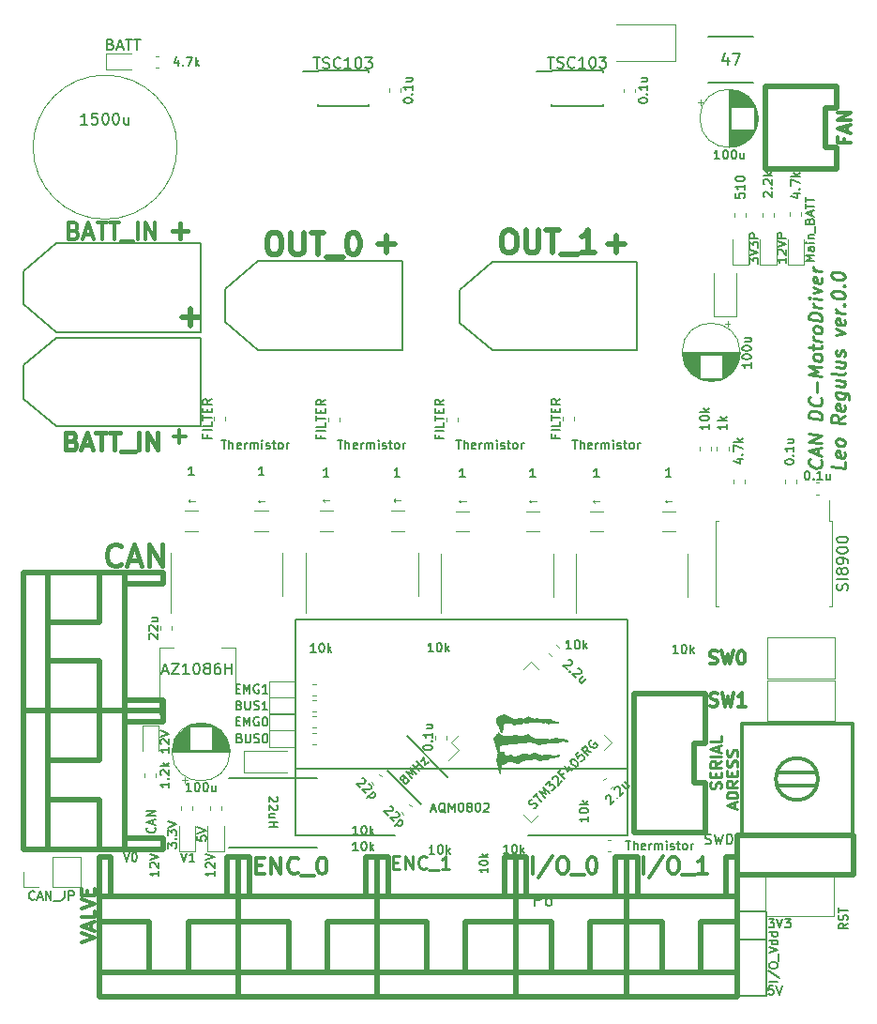
<source format=gbr>
G04 #@! TF.GenerationSoftware,KiCad,Pcbnew,(5.1.4)-1*
G04 #@! TF.CreationDate,2020-01-28T00:34:58+09:00*
G04 #@! TF.ProjectId,NormalMD,4e6f726d-616c-44d4-942e-6b696361645f,rev?*
G04 #@! TF.SameCoordinates,Original*
G04 #@! TF.FileFunction,Legend,Top*
G04 #@! TF.FilePolarity,Positive*
%FSLAX46Y46*%
G04 Gerber Fmt 4.6, Leading zero omitted, Abs format (unit mm)*
G04 Created by KiCad (PCBNEW (5.1.4)-1) date 2020-01-28 00:34:58*
%MOMM*%
%LPD*%
G04 APERTURE LIST*
%ADD10C,0.200000*%
%ADD11C,0.150000*%
%ADD12C,0.375000*%
%ADD13C,0.100000*%
%ADD14C,0.250000*%
%ADD15C,0.500000*%
%ADD16C,0.450000*%
%ADD17C,0.120000*%
%ADD18C,0.300000*%
%ADD19C,0.010000*%
%ADD20C,0.400000*%
G04 APERTURE END LIST*
D10*
X86752380Y-126061904D02*
X87019047Y-126861904D01*
X87285714Y-126061904D01*
X87971428Y-126861904D02*
X87514285Y-126861904D01*
X87742857Y-126861904D02*
X87742857Y-126061904D01*
X87666666Y-126176190D01*
X87590476Y-126252380D01*
X87514285Y-126290476D01*
D11*
X89761904Y-127695238D02*
X89761904Y-128152380D01*
X89761904Y-127923809D02*
X88961904Y-127923809D01*
X89076190Y-128000000D01*
X89152380Y-128076190D01*
X89190476Y-128152380D01*
X89038095Y-127390476D02*
X89000000Y-127352380D01*
X88961904Y-127276190D01*
X88961904Y-127085714D01*
X89000000Y-127009523D01*
X89038095Y-126971428D01*
X89114285Y-126933333D01*
X89190476Y-126933333D01*
X89304761Y-126971428D01*
X89761904Y-127428571D01*
X89761904Y-126933333D01*
X88961904Y-126704761D02*
X89761904Y-126438095D01*
X88961904Y-126171428D01*
X84761904Y-127695238D02*
X84761904Y-128152380D01*
X84761904Y-127923809D02*
X83961904Y-127923809D01*
X84076190Y-128000000D01*
X84152380Y-128076190D01*
X84190476Y-128152380D01*
X84038095Y-127390476D02*
X84000000Y-127352380D01*
X83961904Y-127276190D01*
X83961904Y-127085714D01*
X84000000Y-127009523D01*
X84038095Y-126971428D01*
X84114285Y-126933333D01*
X84190476Y-126933333D01*
X84304761Y-126971428D01*
X84761904Y-127428571D01*
X84761904Y-126933333D01*
X83961904Y-126704761D02*
X84761904Y-126438095D01*
X83961904Y-126171428D01*
D12*
X86607142Y-89071428D02*
X86607142Y-87928571D01*
X87178571Y-88500000D02*
X86035714Y-88500000D01*
D11*
X139809523Y-132011904D02*
X140304761Y-132011904D01*
X140038095Y-132316666D01*
X140152380Y-132316666D01*
X140228571Y-132354761D01*
X140266666Y-132392857D01*
X140304761Y-132469047D01*
X140304761Y-132659523D01*
X140266666Y-132735714D01*
X140228571Y-132773809D01*
X140152380Y-132811904D01*
X139923809Y-132811904D01*
X139847619Y-132773809D01*
X139809523Y-132735714D01*
X140533333Y-132011904D02*
X140800000Y-132811904D01*
X141066666Y-132011904D01*
X141257142Y-132011904D02*
X141752380Y-132011904D01*
X141485714Y-132316666D01*
X141600000Y-132316666D01*
X141676190Y-132354761D01*
X141714285Y-132392857D01*
X141752380Y-132469047D01*
X141752380Y-132659523D01*
X141714285Y-132735714D01*
X141676190Y-132773809D01*
X141600000Y-132811904D01*
X141371428Y-132811904D01*
X141295238Y-132773809D01*
X141257142Y-132735714D01*
X140197619Y-138061904D02*
X139816666Y-138061904D01*
X139778571Y-138442857D01*
X139816666Y-138404761D01*
X139892857Y-138366666D01*
X140083333Y-138366666D01*
X140159523Y-138404761D01*
X140197619Y-138442857D01*
X140235714Y-138519047D01*
X140235714Y-138709523D01*
X140197619Y-138785714D01*
X140159523Y-138823809D01*
X140083333Y-138861904D01*
X139892857Y-138861904D01*
X139816666Y-138823809D01*
X139778571Y-138785714D01*
X140464285Y-138061904D02*
X140730952Y-138861904D01*
X140997619Y-138061904D01*
D13*
X131054761Y-94307142D02*
X130445238Y-94307142D01*
X130597619Y-94459523D02*
X130445238Y-94307142D01*
X130597619Y-94154761D01*
X124554761Y-94357142D02*
X123945238Y-94357142D01*
X124097619Y-94509523D02*
X123945238Y-94357142D01*
X124097619Y-94204761D01*
X118804761Y-94307142D02*
X118195238Y-94307142D01*
X118347619Y-94459523D02*
X118195238Y-94307142D01*
X118347619Y-94154761D01*
X112454761Y-94307142D02*
X111845238Y-94307142D01*
X111997619Y-94459523D02*
X111845238Y-94307142D01*
X111997619Y-94154761D01*
X106554761Y-94257142D02*
X105945238Y-94257142D01*
X106097619Y-94409523D02*
X105945238Y-94257142D01*
X106097619Y-94104761D01*
X100154761Y-94257142D02*
X99545238Y-94257142D01*
X99697619Y-94409523D02*
X99545238Y-94257142D01*
X99697619Y-94104761D01*
X94304761Y-94307142D02*
X93695238Y-94307142D01*
X93847619Y-94459523D02*
X93695238Y-94307142D01*
X93847619Y-94154761D01*
X88004761Y-94307142D02*
X87395238Y-94307142D01*
X87547619Y-94459523D02*
X87395238Y-94307142D01*
X87547619Y-94154761D01*
D11*
X81552380Y-126011904D02*
X81819047Y-126811904D01*
X82085714Y-126011904D01*
X82504761Y-126011904D02*
X82580952Y-126011904D01*
X82657142Y-126050000D01*
X82695238Y-126088095D01*
X82733333Y-126164285D01*
X82771428Y-126316666D01*
X82771428Y-126507142D01*
X82733333Y-126659523D01*
X82695238Y-126735714D01*
X82657142Y-126773809D01*
X82580952Y-126811904D01*
X82504761Y-126811904D01*
X82428571Y-126773809D01*
X82390476Y-126735714D01*
X82352380Y-126659523D01*
X82314285Y-126507142D01*
X82314285Y-126316666D01*
X82352380Y-126164285D01*
X82390476Y-126088095D01*
X82428571Y-126050000D01*
X82504761Y-126011904D01*
D14*
X144503571Y-90644642D02*
X144560714Y-90708928D01*
X144617857Y-90887500D01*
X144617857Y-91001785D01*
X144560714Y-91166071D01*
X144446428Y-91266071D01*
X144332142Y-91308928D01*
X144103571Y-91337500D01*
X143932142Y-91316071D01*
X143703571Y-91230357D01*
X143589285Y-91158928D01*
X143475000Y-91030357D01*
X143417857Y-90851785D01*
X143417857Y-90737500D01*
X143475000Y-90573214D01*
X143532142Y-90523214D01*
X144275000Y-90158928D02*
X144275000Y-89587500D01*
X144617857Y-90316071D02*
X143417857Y-89766071D01*
X144617857Y-89516071D01*
X144617857Y-89116071D02*
X143417857Y-88966071D01*
X144617857Y-88430357D01*
X143417857Y-88280357D01*
X144617857Y-86944642D02*
X143417857Y-86794642D01*
X143417857Y-86508928D01*
X143475000Y-86344642D01*
X143589285Y-86244642D01*
X143703571Y-86201785D01*
X143932142Y-86173214D01*
X144103571Y-86194642D01*
X144332142Y-86280357D01*
X144446428Y-86351785D01*
X144560714Y-86480357D01*
X144617857Y-86658928D01*
X144617857Y-86944642D01*
X144503571Y-85044642D02*
X144560714Y-85108928D01*
X144617857Y-85287500D01*
X144617857Y-85401785D01*
X144560714Y-85566071D01*
X144446428Y-85666071D01*
X144332142Y-85708928D01*
X144103571Y-85737500D01*
X143932142Y-85716071D01*
X143703571Y-85630357D01*
X143589285Y-85558928D01*
X143475000Y-85430357D01*
X143417857Y-85251785D01*
X143417857Y-85137500D01*
X143475000Y-84973214D01*
X143532142Y-84923214D01*
X144160714Y-84487500D02*
X144160714Y-83573214D01*
X144617857Y-83058928D02*
X143417857Y-82908928D01*
X144275000Y-82616071D01*
X143417857Y-82108928D01*
X144617857Y-82258928D01*
X144617857Y-81516071D02*
X144560714Y-81623214D01*
X144503571Y-81673214D01*
X144389285Y-81716071D01*
X144046428Y-81673214D01*
X143932142Y-81601785D01*
X143875000Y-81537500D01*
X143817857Y-81416071D01*
X143817857Y-81244642D01*
X143875000Y-81137500D01*
X143932142Y-81087500D01*
X144046428Y-81044642D01*
X144389285Y-81087500D01*
X144503571Y-81158928D01*
X144560714Y-81223214D01*
X144617857Y-81344642D01*
X144617857Y-81516071D01*
X143817857Y-80673214D02*
X143817857Y-80216071D01*
X143417857Y-80451785D02*
X144446428Y-80580357D01*
X144560714Y-80537500D01*
X144617857Y-80430357D01*
X144617857Y-80316071D01*
X144617857Y-79916071D02*
X143817857Y-79816071D01*
X144046428Y-79844642D02*
X143932142Y-79773214D01*
X143875000Y-79708928D01*
X143817857Y-79587500D01*
X143817857Y-79473214D01*
X144617857Y-79001785D02*
X144560714Y-79108928D01*
X144503571Y-79158928D01*
X144389285Y-79201785D01*
X144046428Y-79158928D01*
X143932142Y-79087500D01*
X143875000Y-79023214D01*
X143817857Y-78901785D01*
X143817857Y-78730357D01*
X143875000Y-78623214D01*
X143932142Y-78573214D01*
X144046428Y-78530357D01*
X144389285Y-78573214D01*
X144503571Y-78644642D01*
X144560714Y-78708928D01*
X144617857Y-78830357D01*
X144617857Y-79001785D01*
X144617857Y-78087500D02*
X143417857Y-77937500D01*
X143417857Y-77651785D01*
X143475000Y-77487500D01*
X143589285Y-77387500D01*
X143703571Y-77344642D01*
X143932142Y-77316071D01*
X144103571Y-77337500D01*
X144332142Y-77423214D01*
X144446428Y-77494642D01*
X144560714Y-77623214D01*
X144617857Y-77801785D01*
X144617857Y-78087500D01*
X144617857Y-76887500D02*
X143817857Y-76787500D01*
X144046428Y-76816071D02*
X143932142Y-76744642D01*
X143875000Y-76680357D01*
X143817857Y-76558928D01*
X143817857Y-76444642D01*
X144617857Y-76144642D02*
X143817857Y-76044642D01*
X143417857Y-75994642D02*
X143475000Y-76058928D01*
X143532142Y-76008928D01*
X143475000Y-75944642D01*
X143417857Y-75994642D01*
X143532142Y-76008928D01*
X143817857Y-75587500D02*
X144617857Y-75401785D01*
X143817857Y-75016071D01*
X144560714Y-74194642D02*
X144617857Y-74316071D01*
X144617857Y-74544642D01*
X144560714Y-74651785D01*
X144446428Y-74694642D01*
X143989285Y-74637500D01*
X143875000Y-74566071D01*
X143817857Y-74444642D01*
X143817857Y-74216071D01*
X143875000Y-74108928D01*
X143989285Y-74066071D01*
X144103571Y-74080357D01*
X144217857Y-74666071D01*
X144617857Y-73630357D02*
X143817857Y-73530357D01*
X144046428Y-73558928D02*
X143932142Y-73487500D01*
X143875000Y-73423214D01*
X143817857Y-73301785D01*
X143817857Y-73187500D01*
X146667857Y-90773214D02*
X146667857Y-91344642D01*
X145467857Y-91194642D01*
X146610714Y-89908928D02*
X146667857Y-90030357D01*
X146667857Y-90258928D01*
X146610714Y-90366071D01*
X146496428Y-90408928D01*
X146039285Y-90351785D01*
X145925000Y-90280357D01*
X145867857Y-90158928D01*
X145867857Y-89930357D01*
X145925000Y-89823214D01*
X146039285Y-89780357D01*
X146153571Y-89794642D01*
X146267857Y-90380357D01*
X146667857Y-89173214D02*
X146610714Y-89280357D01*
X146553571Y-89330357D01*
X146439285Y-89373214D01*
X146096428Y-89330357D01*
X145982142Y-89258928D01*
X145925000Y-89194642D01*
X145867857Y-89073214D01*
X145867857Y-88901785D01*
X145925000Y-88794642D01*
X145982142Y-88744642D01*
X146096428Y-88701785D01*
X146439285Y-88744642D01*
X146553571Y-88816071D01*
X146610714Y-88880357D01*
X146667857Y-89001785D01*
X146667857Y-89173214D01*
X146667857Y-86658928D02*
X146096428Y-86987500D01*
X146667857Y-87344642D02*
X145467857Y-87194642D01*
X145467857Y-86737500D01*
X145525000Y-86630357D01*
X145582142Y-86580357D01*
X145696428Y-86537500D01*
X145867857Y-86558928D01*
X145982142Y-86630357D01*
X146039285Y-86694642D01*
X146096428Y-86816071D01*
X146096428Y-87273214D01*
X146610714Y-85680357D02*
X146667857Y-85801785D01*
X146667857Y-86030357D01*
X146610714Y-86137500D01*
X146496428Y-86180357D01*
X146039285Y-86123214D01*
X145925000Y-86051785D01*
X145867857Y-85930357D01*
X145867857Y-85701785D01*
X145925000Y-85594642D01*
X146039285Y-85551785D01*
X146153571Y-85566071D01*
X146267857Y-86151785D01*
X145867857Y-84501785D02*
X146839285Y-84623214D01*
X146953571Y-84694642D01*
X147010714Y-84758928D01*
X147067857Y-84880357D01*
X147067857Y-85051785D01*
X147010714Y-85158928D01*
X146610714Y-84594642D02*
X146667857Y-84716071D01*
X146667857Y-84944642D01*
X146610714Y-85051785D01*
X146553571Y-85101785D01*
X146439285Y-85144642D01*
X146096428Y-85101785D01*
X145982142Y-85030357D01*
X145925000Y-84966071D01*
X145867857Y-84844642D01*
X145867857Y-84616071D01*
X145925000Y-84508928D01*
X145867857Y-83416071D02*
X146667857Y-83516071D01*
X145867857Y-83930357D02*
X146496428Y-84008928D01*
X146610714Y-83966071D01*
X146667857Y-83858928D01*
X146667857Y-83687500D01*
X146610714Y-83566071D01*
X146553571Y-83501785D01*
X146667857Y-82773214D02*
X146610714Y-82880357D01*
X146496428Y-82923214D01*
X145467857Y-82794642D01*
X145867857Y-81701785D02*
X146667857Y-81801785D01*
X145867857Y-82216071D02*
X146496428Y-82294642D01*
X146610714Y-82251785D01*
X146667857Y-82144642D01*
X146667857Y-81973214D01*
X146610714Y-81851785D01*
X146553571Y-81787500D01*
X146610714Y-81280357D02*
X146667857Y-81173214D01*
X146667857Y-80944642D01*
X146610714Y-80823214D01*
X146496428Y-80751785D01*
X146439285Y-80744642D01*
X146325000Y-80787500D01*
X146267857Y-80894642D01*
X146267857Y-81066071D01*
X146210714Y-81173214D01*
X146096428Y-81216071D01*
X146039285Y-81208928D01*
X145925000Y-81137500D01*
X145867857Y-81016071D01*
X145867857Y-80844642D01*
X145925000Y-80737500D01*
X145867857Y-79358928D02*
X146667857Y-79173214D01*
X145867857Y-78787500D01*
X146610714Y-77966071D02*
X146667857Y-78087500D01*
X146667857Y-78316071D01*
X146610714Y-78423214D01*
X146496428Y-78466071D01*
X146039285Y-78408928D01*
X145925000Y-78337500D01*
X145867857Y-78216071D01*
X145867857Y-77987500D01*
X145925000Y-77880357D01*
X146039285Y-77837500D01*
X146153571Y-77851785D01*
X146267857Y-78437500D01*
X146667857Y-77401785D02*
X145867857Y-77301785D01*
X146096428Y-77330357D02*
X145982142Y-77258928D01*
X145925000Y-77194642D01*
X145867857Y-77073214D01*
X145867857Y-76958928D01*
X146553571Y-76644642D02*
X146610714Y-76594642D01*
X146667857Y-76658928D01*
X146610714Y-76708928D01*
X146553571Y-76644642D01*
X146667857Y-76658928D01*
X145467857Y-75708928D02*
X145467857Y-75594642D01*
X145525000Y-75487500D01*
X145582142Y-75437500D01*
X145696428Y-75394642D01*
X145925000Y-75366071D01*
X146210714Y-75401785D01*
X146439285Y-75487500D01*
X146553571Y-75558928D01*
X146610714Y-75623214D01*
X146667857Y-75744642D01*
X146667857Y-75858928D01*
X146610714Y-75966071D01*
X146553571Y-76016071D01*
X146439285Y-76058928D01*
X146210714Y-76087500D01*
X145925000Y-76051785D01*
X145696428Y-75966071D01*
X145582142Y-75894642D01*
X145525000Y-75830357D01*
X145467857Y-75708928D01*
X146553571Y-74930357D02*
X146610714Y-74880357D01*
X146667857Y-74944642D01*
X146610714Y-74994642D01*
X146553571Y-74930357D01*
X146667857Y-74944642D01*
X145467857Y-73994642D02*
X145467857Y-73880357D01*
X145525000Y-73773214D01*
X145582142Y-73723214D01*
X145696428Y-73680357D01*
X145925000Y-73651785D01*
X146210714Y-73687500D01*
X146439285Y-73773214D01*
X146553571Y-73844642D01*
X146610714Y-73908928D01*
X146667857Y-74030357D01*
X146667857Y-74144642D01*
X146610714Y-74251785D01*
X146553571Y-74301785D01*
X146439285Y-74344642D01*
X146210714Y-74373214D01*
X145925000Y-74337500D01*
X145696428Y-74251785D01*
X145582142Y-74180357D01*
X145525000Y-74116071D01*
X145467857Y-73994642D01*
D15*
X126057142Y-70388095D02*
X126057142Y-71911904D01*
X125295238Y-71150000D02*
X126819047Y-71150000D01*
X105257142Y-70388095D02*
X105257142Y-71911904D01*
X104495238Y-71150000D02*
X106019047Y-71150000D01*
X87642857Y-78511904D02*
X87642857Y-76988095D01*
X88404761Y-77750000D02*
X86880952Y-77750000D01*
D16*
X86678571Y-70635714D02*
X86678571Y-69264285D01*
X87364285Y-69950000D02*
X85992857Y-69950000D01*
D17*
X124904880Y-116746751D02*
X125576631Y-116075000D01*
X125576631Y-116075000D02*
X124904880Y-115403249D01*
X119021751Y-122629880D02*
X118350000Y-123301631D01*
X118350000Y-123301631D02*
X117678249Y-122629880D01*
X117678249Y-109520120D02*
X118350000Y-108848369D01*
X118350000Y-108848369D02*
X119021751Y-109520120D01*
X111795120Y-115403249D02*
X111123369Y-116075000D01*
X111123369Y-116075000D02*
X111795120Y-116746751D01*
X111795120Y-116746751D02*
X110847597Y-117694275D01*
D11*
X127900000Y-72750000D02*
X127900000Y-80750000D01*
X111900000Y-75250000D02*
X111900000Y-78250000D01*
X114900000Y-72750000D02*
X127900000Y-72750000D01*
X111900000Y-75250000D02*
X114900000Y-72750000D01*
X114900000Y-80750000D02*
X127900000Y-80750000D01*
X111900000Y-78250000D02*
X114900000Y-80750000D01*
X106700000Y-72700000D02*
X106700000Y-80700000D01*
X90700000Y-75200000D02*
X90700000Y-78200000D01*
X93700000Y-72700000D02*
X106700000Y-72700000D01*
X90700000Y-75200000D02*
X93700000Y-72700000D01*
X93700000Y-80700000D02*
X106700000Y-80700000D01*
X90700000Y-78200000D02*
X93700000Y-80700000D01*
D18*
X144250000Y-119400000D02*
G75*
G03X144250000Y-119400000I-1900000J0D01*
G01*
X144150000Y-118800000D02*
X140650000Y-118800000D01*
X144150000Y-120000000D02*
X140550000Y-120000000D01*
X147350000Y-124400000D02*
X137350000Y-124400000D01*
X137350000Y-124400000D02*
X137350000Y-114400000D01*
X137350000Y-114400000D02*
X147350000Y-114400000D01*
X147350000Y-114400000D02*
X147350000Y-124400000D01*
D17*
X126715000Y-57462779D02*
X126715000Y-57137221D01*
X127735000Y-57462779D02*
X127735000Y-57137221D01*
D10*
X97050000Y-118500000D02*
X127050000Y-118500000D01*
X97050000Y-124500000D02*
X97050000Y-105000000D01*
X97050000Y-105000000D02*
X127050000Y-105000000D01*
X127050000Y-105000000D02*
X127050000Y-124500000D01*
X118050000Y-124500000D02*
X127050000Y-124500000D01*
X106050000Y-124500000D02*
X97050000Y-124500000D01*
D15*
X91900000Y-126450000D02*
X90900000Y-126450000D01*
X90900000Y-126450000D02*
X90900000Y-129950000D01*
X79400000Y-126450000D02*
X80400000Y-126450000D01*
X80400000Y-126450000D02*
X80400000Y-129950000D01*
X91900000Y-129950000D02*
X79400000Y-129950000D01*
X87400000Y-132250000D02*
X91900000Y-132250000D01*
X83900000Y-132250000D02*
X79400000Y-132250000D01*
X87400000Y-132250000D02*
X87400000Y-136850000D01*
X83900000Y-132250000D02*
X83900000Y-136850000D01*
X79400000Y-136850000D02*
X91900000Y-136850000D01*
X91900000Y-126450000D02*
X91900000Y-139050000D01*
X91900000Y-139050000D02*
X79400000Y-139050000D01*
X79400000Y-126450000D02*
X79400000Y-139050000D01*
D17*
X134990000Y-99950000D02*
X134990000Y-103810000D01*
X134990000Y-103810000D02*
X135245000Y-103810000D01*
X134990000Y-99950000D02*
X134990000Y-96090000D01*
X134990000Y-96090000D02*
X135245000Y-96090000D01*
X145510000Y-99950000D02*
X145510000Y-103810000D01*
X145510000Y-103810000D02*
X145255000Y-103810000D01*
X145510000Y-99950000D02*
X145510000Y-96090000D01*
X145510000Y-96090000D02*
X145255000Y-96090000D01*
X145255000Y-96090000D02*
X145255000Y-94275000D01*
D15*
X85150000Y-125750000D02*
X85150000Y-124750000D01*
X85150000Y-124750000D02*
X81650000Y-124750000D01*
X85150000Y-113250000D02*
X85150000Y-114250000D01*
X85150000Y-114250000D02*
X81650000Y-114250000D01*
X81650000Y-125750000D02*
X81650000Y-113250000D01*
X79350000Y-121250000D02*
X79350000Y-125750000D01*
X79350000Y-117750000D02*
X79350000Y-113250000D01*
X79350000Y-121250000D02*
X74750000Y-121250000D01*
X79350000Y-117750000D02*
X74750000Y-117750000D01*
X74750000Y-113250000D02*
X74750000Y-125750000D01*
X85150000Y-125750000D02*
X72550000Y-125750000D01*
X72550000Y-125750000D02*
X72550000Y-113250000D01*
X85150000Y-113250000D02*
X72550000Y-113250000D01*
X85150000Y-100750000D02*
X72550000Y-100750000D01*
X72550000Y-113250000D02*
X72550000Y-100750000D01*
X85150000Y-113250000D02*
X72550000Y-113250000D01*
X74750000Y-100750000D02*
X74750000Y-113250000D01*
X79350000Y-105250000D02*
X74750000Y-105250000D01*
X79350000Y-108750000D02*
X74750000Y-108750000D01*
X79350000Y-105250000D02*
X79350000Y-100750000D01*
X79350000Y-108750000D02*
X79350000Y-113250000D01*
X81650000Y-113250000D02*
X81650000Y-100750000D01*
X85150000Y-101750000D02*
X81650000Y-101750000D01*
X85150000Y-100750000D02*
X85150000Y-101750000D01*
X85150000Y-112250000D02*
X81650000Y-112250000D01*
X85150000Y-113250000D02*
X85150000Y-112250000D01*
X91950000Y-126450000D02*
X91950000Y-139050000D01*
X104450000Y-139050000D02*
X91950000Y-139050000D01*
X104450000Y-126450000D02*
X104450000Y-139050000D01*
X91950000Y-136850000D02*
X104450000Y-136850000D01*
X96450000Y-132250000D02*
X96450000Y-136850000D01*
X99950000Y-132250000D02*
X99950000Y-136850000D01*
X96450000Y-132250000D02*
X91950000Y-132250000D01*
X99950000Y-132250000D02*
X104450000Y-132250000D01*
X104450000Y-129950000D02*
X91950000Y-129950000D01*
X92950000Y-126450000D02*
X92950000Y-129950000D01*
X91950000Y-126450000D02*
X92950000Y-126450000D01*
X103450000Y-126450000D02*
X103450000Y-129950000D01*
X104450000Y-126450000D02*
X103450000Y-126450000D01*
X116950000Y-126450000D02*
X115950000Y-126450000D01*
X115950000Y-126450000D02*
X115950000Y-129950000D01*
X104450000Y-126450000D02*
X105450000Y-126450000D01*
X105450000Y-126450000D02*
X105450000Y-129950000D01*
X116950000Y-129950000D02*
X104450000Y-129950000D01*
X112450000Y-132250000D02*
X116950000Y-132250000D01*
X108950000Y-132250000D02*
X104450000Y-132250000D01*
X112450000Y-132250000D02*
X112450000Y-136850000D01*
X108950000Y-132250000D02*
X108950000Y-136850000D01*
X104450000Y-136850000D02*
X116950000Y-136850000D01*
X116950000Y-126450000D02*
X116950000Y-139050000D01*
X116950000Y-139050000D02*
X104450000Y-139050000D01*
X104450000Y-126450000D02*
X104450000Y-139050000D01*
X139500000Y-56900000D02*
X139500000Y-64400000D01*
X145900000Y-56900000D02*
X139500000Y-56900000D01*
X139500000Y-64400000D02*
X145900000Y-64400000D01*
X145900000Y-58900000D02*
X145900000Y-56900000D01*
X144900000Y-58900000D02*
X145900000Y-58900000D01*
X144900000Y-62400000D02*
X144900000Y-58900000D01*
X145900000Y-62400000D02*
X144900000Y-62400000D01*
X145900000Y-64400000D02*
X145900000Y-62400000D01*
X134075000Y-124200000D02*
X134075000Y-119700000D01*
X134075000Y-119700000D02*
X133075000Y-119700000D01*
X133075000Y-119700000D02*
X133075000Y-116200000D01*
X133075000Y-116200000D02*
X134075000Y-116200000D01*
X134075000Y-116200000D02*
X134075000Y-111700000D01*
X127675000Y-111700000D02*
X127675000Y-124200000D01*
X134075000Y-111700000D02*
X127675000Y-111700000D01*
X127675000Y-124200000D02*
X134075000Y-124200000D01*
X136950000Y-124500000D02*
X136950000Y-128000000D01*
X147450000Y-124500000D02*
X136950000Y-124500000D01*
X147450000Y-128000000D02*
X136950000Y-128000000D01*
X147450000Y-128000000D02*
X147450000Y-124500000D01*
D11*
X72500000Y-85100000D02*
X75500000Y-87600000D01*
X75500000Y-87600000D02*
X88500000Y-87600000D01*
X72500000Y-82100000D02*
X75500000Y-79600000D01*
X75500000Y-79600000D02*
X88500000Y-79600000D01*
X72500000Y-82100000D02*
X72500000Y-85100000D01*
X88500000Y-79600000D02*
X88500000Y-87600000D01*
X88500000Y-71100000D02*
X88500000Y-79100000D01*
X72500000Y-73600000D02*
X72500000Y-76600000D01*
X75500000Y-71100000D02*
X88500000Y-71100000D01*
X72500000Y-73600000D02*
X75500000Y-71100000D01*
X75500000Y-79100000D02*
X88500000Y-79100000D01*
X72500000Y-76600000D02*
X75500000Y-79100000D01*
X108436396Y-121665559D02*
X105395837Y-118625000D01*
X107128249Y-115549086D02*
X110840559Y-119261396D01*
D17*
X103917426Y-119663675D02*
X104147631Y-119893880D01*
X104638675Y-118942426D02*
X104868880Y-119172631D01*
X106854478Y-122600727D02*
X106624273Y-122370522D01*
X107575727Y-121879478D02*
X107345522Y-121649273D01*
X110720000Y-115487221D02*
X110720000Y-115812779D01*
X109700000Y-115487221D02*
X109700000Y-115812779D01*
X125800727Y-120020522D02*
X125570522Y-120250727D01*
X125079478Y-119299273D02*
X124849273Y-119529478D01*
X120866868Y-107538025D02*
X120628770Y-107315995D01*
X120171230Y-108284005D02*
X119933132Y-108061975D01*
X144037221Y-92690000D02*
X144362779Y-92690000D01*
X144037221Y-93710000D02*
X144362779Y-93710000D01*
X142260000Y-92712779D02*
X142260000Y-92387221D01*
X141240000Y-92712779D02*
X141240000Y-92387221D01*
X138820000Y-59800000D02*
G75*
G03X138820000Y-59800000I-2620000J0D01*
G01*
X136200000Y-57220000D02*
X136200000Y-62380000D01*
X136240000Y-57220000D02*
X136240000Y-62380000D01*
X136280000Y-57221000D02*
X136280000Y-62379000D01*
X136320000Y-57222000D02*
X136320000Y-62378000D01*
X136360000Y-57224000D02*
X136360000Y-62376000D01*
X136400000Y-57227000D02*
X136400000Y-62373000D01*
X136440000Y-57231000D02*
X136440000Y-58760000D01*
X136440000Y-60840000D02*
X136440000Y-62369000D01*
X136480000Y-57235000D02*
X136480000Y-58760000D01*
X136480000Y-60840000D02*
X136480000Y-62365000D01*
X136520000Y-57239000D02*
X136520000Y-58760000D01*
X136520000Y-60840000D02*
X136520000Y-62361000D01*
X136560000Y-57244000D02*
X136560000Y-58760000D01*
X136560000Y-60840000D02*
X136560000Y-62356000D01*
X136600000Y-57250000D02*
X136600000Y-58760000D01*
X136600000Y-60840000D02*
X136600000Y-62350000D01*
X136640000Y-57257000D02*
X136640000Y-58760000D01*
X136640000Y-60840000D02*
X136640000Y-62343000D01*
X136680000Y-57264000D02*
X136680000Y-58760000D01*
X136680000Y-60840000D02*
X136680000Y-62336000D01*
X136720000Y-57272000D02*
X136720000Y-58760000D01*
X136720000Y-60840000D02*
X136720000Y-62328000D01*
X136760000Y-57280000D02*
X136760000Y-58760000D01*
X136760000Y-60840000D02*
X136760000Y-62320000D01*
X136800000Y-57289000D02*
X136800000Y-58760000D01*
X136800000Y-60840000D02*
X136800000Y-62311000D01*
X136840000Y-57299000D02*
X136840000Y-58760000D01*
X136840000Y-60840000D02*
X136840000Y-62301000D01*
X136880000Y-57309000D02*
X136880000Y-58760000D01*
X136880000Y-60840000D02*
X136880000Y-62291000D01*
X136921000Y-57320000D02*
X136921000Y-58760000D01*
X136921000Y-60840000D02*
X136921000Y-62280000D01*
X136961000Y-57332000D02*
X136961000Y-58760000D01*
X136961000Y-60840000D02*
X136961000Y-62268000D01*
X137001000Y-57345000D02*
X137001000Y-58760000D01*
X137001000Y-60840000D02*
X137001000Y-62255000D01*
X137041000Y-57358000D02*
X137041000Y-58760000D01*
X137041000Y-60840000D02*
X137041000Y-62242000D01*
X137081000Y-57372000D02*
X137081000Y-58760000D01*
X137081000Y-60840000D02*
X137081000Y-62228000D01*
X137121000Y-57386000D02*
X137121000Y-58760000D01*
X137121000Y-60840000D02*
X137121000Y-62214000D01*
X137161000Y-57402000D02*
X137161000Y-58760000D01*
X137161000Y-60840000D02*
X137161000Y-62198000D01*
X137201000Y-57418000D02*
X137201000Y-58760000D01*
X137201000Y-60840000D02*
X137201000Y-62182000D01*
X137241000Y-57435000D02*
X137241000Y-58760000D01*
X137241000Y-60840000D02*
X137241000Y-62165000D01*
X137281000Y-57452000D02*
X137281000Y-58760000D01*
X137281000Y-60840000D02*
X137281000Y-62148000D01*
X137321000Y-57471000D02*
X137321000Y-58760000D01*
X137321000Y-60840000D02*
X137321000Y-62129000D01*
X137361000Y-57490000D02*
X137361000Y-58760000D01*
X137361000Y-60840000D02*
X137361000Y-62110000D01*
X137401000Y-57510000D02*
X137401000Y-58760000D01*
X137401000Y-60840000D02*
X137401000Y-62090000D01*
X137441000Y-57532000D02*
X137441000Y-58760000D01*
X137441000Y-60840000D02*
X137441000Y-62068000D01*
X137481000Y-57553000D02*
X137481000Y-58760000D01*
X137481000Y-60840000D02*
X137481000Y-62047000D01*
X137521000Y-57576000D02*
X137521000Y-58760000D01*
X137521000Y-60840000D02*
X137521000Y-62024000D01*
X137561000Y-57600000D02*
X137561000Y-58760000D01*
X137561000Y-60840000D02*
X137561000Y-62000000D01*
X137601000Y-57625000D02*
X137601000Y-58760000D01*
X137601000Y-60840000D02*
X137601000Y-61975000D01*
X137641000Y-57651000D02*
X137641000Y-58760000D01*
X137641000Y-60840000D02*
X137641000Y-61949000D01*
X137681000Y-57678000D02*
X137681000Y-58760000D01*
X137681000Y-60840000D02*
X137681000Y-61922000D01*
X137721000Y-57705000D02*
X137721000Y-58760000D01*
X137721000Y-60840000D02*
X137721000Y-61895000D01*
X137761000Y-57735000D02*
X137761000Y-58760000D01*
X137761000Y-60840000D02*
X137761000Y-61865000D01*
X137801000Y-57765000D02*
X137801000Y-58760000D01*
X137801000Y-60840000D02*
X137801000Y-61835000D01*
X137841000Y-57796000D02*
X137841000Y-58760000D01*
X137841000Y-60840000D02*
X137841000Y-61804000D01*
X137881000Y-57829000D02*
X137881000Y-58760000D01*
X137881000Y-60840000D02*
X137881000Y-61771000D01*
X137921000Y-57863000D02*
X137921000Y-58760000D01*
X137921000Y-60840000D02*
X137921000Y-61737000D01*
X137961000Y-57899000D02*
X137961000Y-58760000D01*
X137961000Y-60840000D02*
X137961000Y-61701000D01*
X138001000Y-57936000D02*
X138001000Y-58760000D01*
X138001000Y-60840000D02*
X138001000Y-61664000D01*
X138041000Y-57974000D02*
X138041000Y-58760000D01*
X138041000Y-60840000D02*
X138041000Y-61626000D01*
X138081000Y-58015000D02*
X138081000Y-58760000D01*
X138081000Y-60840000D02*
X138081000Y-61585000D01*
X138121000Y-58057000D02*
X138121000Y-58760000D01*
X138121000Y-60840000D02*
X138121000Y-61543000D01*
X138161000Y-58101000D02*
X138161000Y-58760000D01*
X138161000Y-60840000D02*
X138161000Y-61499000D01*
X138201000Y-58147000D02*
X138201000Y-58760000D01*
X138201000Y-60840000D02*
X138201000Y-61453000D01*
X138241000Y-58195000D02*
X138241000Y-58760000D01*
X138241000Y-60840000D02*
X138241000Y-61405000D01*
X138281000Y-58246000D02*
X138281000Y-58760000D01*
X138281000Y-60840000D02*
X138281000Y-61354000D01*
X138321000Y-58300000D02*
X138321000Y-58760000D01*
X138321000Y-60840000D02*
X138321000Y-61300000D01*
X138361000Y-58357000D02*
X138361000Y-58760000D01*
X138361000Y-60840000D02*
X138361000Y-61243000D01*
X138401000Y-58417000D02*
X138401000Y-58760000D01*
X138401000Y-60840000D02*
X138401000Y-61183000D01*
X138441000Y-58481000D02*
X138441000Y-58760000D01*
X138441000Y-60840000D02*
X138441000Y-61119000D01*
X138481000Y-58549000D02*
X138481000Y-58760000D01*
X138481000Y-60840000D02*
X138481000Y-61051000D01*
X138521000Y-58622000D02*
X138521000Y-60978000D01*
X138561000Y-58702000D02*
X138561000Y-60898000D01*
X138601000Y-58789000D02*
X138601000Y-60811000D01*
X138641000Y-58885000D02*
X138641000Y-60715000D01*
X138681000Y-58995000D02*
X138681000Y-60605000D01*
X138721000Y-59123000D02*
X138721000Y-60477000D01*
X138761000Y-59282000D02*
X138761000Y-60318000D01*
X138801000Y-59516000D02*
X138801000Y-60084000D01*
X133395225Y-58325000D02*
X133895225Y-58325000D01*
X133645225Y-58075000D02*
X133645225Y-58575000D01*
X91170000Y-116950000D02*
G75*
G03X91170000Y-116950000I-2620000J0D01*
G01*
X85970000Y-116950000D02*
X91130000Y-116950000D01*
X85970000Y-116910000D02*
X91130000Y-116910000D01*
X85971000Y-116870000D02*
X91129000Y-116870000D01*
X85972000Y-116830000D02*
X91128000Y-116830000D01*
X85974000Y-116790000D02*
X91126000Y-116790000D01*
X85977000Y-116750000D02*
X91123000Y-116750000D01*
X85981000Y-116710000D02*
X87510000Y-116710000D01*
X89590000Y-116710000D02*
X91119000Y-116710000D01*
X85985000Y-116670000D02*
X87510000Y-116670000D01*
X89590000Y-116670000D02*
X91115000Y-116670000D01*
X85989000Y-116630000D02*
X87510000Y-116630000D01*
X89590000Y-116630000D02*
X91111000Y-116630000D01*
X85994000Y-116590000D02*
X87510000Y-116590000D01*
X89590000Y-116590000D02*
X91106000Y-116590000D01*
X86000000Y-116550000D02*
X87510000Y-116550000D01*
X89590000Y-116550000D02*
X91100000Y-116550000D01*
X86007000Y-116510000D02*
X87510000Y-116510000D01*
X89590000Y-116510000D02*
X91093000Y-116510000D01*
X86014000Y-116470000D02*
X87510000Y-116470000D01*
X89590000Y-116470000D02*
X91086000Y-116470000D01*
X86022000Y-116430000D02*
X87510000Y-116430000D01*
X89590000Y-116430000D02*
X91078000Y-116430000D01*
X86030000Y-116390000D02*
X87510000Y-116390000D01*
X89590000Y-116390000D02*
X91070000Y-116390000D01*
X86039000Y-116350000D02*
X87510000Y-116350000D01*
X89590000Y-116350000D02*
X91061000Y-116350000D01*
X86049000Y-116310000D02*
X87510000Y-116310000D01*
X89590000Y-116310000D02*
X91051000Y-116310000D01*
X86059000Y-116270000D02*
X87510000Y-116270000D01*
X89590000Y-116270000D02*
X91041000Y-116270000D01*
X86070000Y-116229000D02*
X87510000Y-116229000D01*
X89590000Y-116229000D02*
X91030000Y-116229000D01*
X86082000Y-116189000D02*
X87510000Y-116189000D01*
X89590000Y-116189000D02*
X91018000Y-116189000D01*
X86095000Y-116149000D02*
X87510000Y-116149000D01*
X89590000Y-116149000D02*
X91005000Y-116149000D01*
X86108000Y-116109000D02*
X87510000Y-116109000D01*
X89590000Y-116109000D02*
X90992000Y-116109000D01*
X86122000Y-116069000D02*
X87510000Y-116069000D01*
X89590000Y-116069000D02*
X90978000Y-116069000D01*
X86136000Y-116029000D02*
X87510000Y-116029000D01*
X89590000Y-116029000D02*
X90964000Y-116029000D01*
X86152000Y-115989000D02*
X87510000Y-115989000D01*
X89590000Y-115989000D02*
X90948000Y-115989000D01*
X86168000Y-115949000D02*
X87510000Y-115949000D01*
X89590000Y-115949000D02*
X90932000Y-115949000D01*
X86185000Y-115909000D02*
X87510000Y-115909000D01*
X89590000Y-115909000D02*
X90915000Y-115909000D01*
X86202000Y-115869000D02*
X87510000Y-115869000D01*
X89590000Y-115869000D02*
X90898000Y-115869000D01*
X86221000Y-115829000D02*
X87510000Y-115829000D01*
X89590000Y-115829000D02*
X90879000Y-115829000D01*
X86240000Y-115789000D02*
X87510000Y-115789000D01*
X89590000Y-115789000D02*
X90860000Y-115789000D01*
X86260000Y-115749000D02*
X87510000Y-115749000D01*
X89590000Y-115749000D02*
X90840000Y-115749000D01*
X86282000Y-115709000D02*
X87510000Y-115709000D01*
X89590000Y-115709000D02*
X90818000Y-115709000D01*
X86303000Y-115669000D02*
X87510000Y-115669000D01*
X89590000Y-115669000D02*
X90797000Y-115669000D01*
X86326000Y-115629000D02*
X87510000Y-115629000D01*
X89590000Y-115629000D02*
X90774000Y-115629000D01*
X86350000Y-115589000D02*
X87510000Y-115589000D01*
X89590000Y-115589000D02*
X90750000Y-115589000D01*
X86375000Y-115549000D02*
X87510000Y-115549000D01*
X89590000Y-115549000D02*
X90725000Y-115549000D01*
X86401000Y-115509000D02*
X87510000Y-115509000D01*
X89590000Y-115509000D02*
X90699000Y-115509000D01*
X86428000Y-115469000D02*
X87510000Y-115469000D01*
X89590000Y-115469000D02*
X90672000Y-115469000D01*
X86455000Y-115429000D02*
X87510000Y-115429000D01*
X89590000Y-115429000D02*
X90645000Y-115429000D01*
X86485000Y-115389000D02*
X87510000Y-115389000D01*
X89590000Y-115389000D02*
X90615000Y-115389000D01*
X86515000Y-115349000D02*
X87510000Y-115349000D01*
X89590000Y-115349000D02*
X90585000Y-115349000D01*
X86546000Y-115309000D02*
X87510000Y-115309000D01*
X89590000Y-115309000D02*
X90554000Y-115309000D01*
X86579000Y-115269000D02*
X87510000Y-115269000D01*
X89590000Y-115269000D02*
X90521000Y-115269000D01*
X86613000Y-115229000D02*
X87510000Y-115229000D01*
X89590000Y-115229000D02*
X90487000Y-115229000D01*
X86649000Y-115189000D02*
X87510000Y-115189000D01*
X89590000Y-115189000D02*
X90451000Y-115189000D01*
X86686000Y-115149000D02*
X87510000Y-115149000D01*
X89590000Y-115149000D02*
X90414000Y-115149000D01*
X86724000Y-115109000D02*
X87510000Y-115109000D01*
X89590000Y-115109000D02*
X90376000Y-115109000D01*
X86765000Y-115069000D02*
X87510000Y-115069000D01*
X89590000Y-115069000D02*
X90335000Y-115069000D01*
X86807000Y-115029000D02*
X87510000Y-115029000D01*
X89590000Y-115029000D02*
X90293000Y-115029000D01*
X86851000Y-114989000D02*
X87510000Y-114989000D01*
X89590000Y-114989000D02*
X90249000Y-114989000D01*
X86897000Y-114949000D02*
X87510000Y-114949000D01*
X89590000Y-114949000D02*
X90203000Y-114949000D01*
X86945000Y-114909000D02*
X87510000Y-114909000D01*
X89590000Y-114909000D02*
X90155000Y-114909000D01*
X86996000Y-114869000D02*
X87510000Y-114869000D01*
X89590000Y-114869000D02*
X90104000Y-114869000D01*
X87050000Y-114829000D02*
X87510000Y-114829000D01*
X89590000Y-114829000D02*
X90050000Y-114829000D01*
X87107000Y-114789000D02*
X87510000Y-114789000D01*
X89590000Y-114789000D02*
X89993000Y-114789000D01*
X87167000Y-114749000D02*
X87510000Y-114749000D01*
X89590000Y-114749000D02*
X89933000Y-114749000D01*
X87231000Y-114709000D02*
X87510000Y-114709000D01*
X89590000Y-114709000D02*
X89869000Y-114709000D01*
X87299000Y-114669000D02*
X87510000Y-114669000D01*
X89590000Y-114669000D02*
X89801000Y-114669000D01*
X87372000Y-114629000D02*
X89728000Y-114629000D01*
X87452000Y-114589000D02*
X89648000Y-114589000D01*
X87539000Y-114549000D02*
X89561000Y-114549000D01*
X87635000Y-114509000D02*
X89465000Y-114509000D01*
X87745000Y-114469000D02*
X89355000Y-114469000D01*
X87873000Y-114429000D02*
X89227000Y-114429000D01*
X88032000Y-114389000D02*
X89068000Y-114389000D01*
X88266000Y-114349000D02*
X88834000Y-114349000D01*
X87075000Y-119754775D02*
X87075000Y-119254775D01*
X86825000Y-119504775D02*
X87325000Y-119504775D01*
X94750000Y-112055000D02*
X97035000Y-112055000D01*
X94750000Y-110585000D02*
X94750000Y-112055000D01*
X97035000Y-110585000D02*
X94750000Y-110585000D01*
X97035000Y-112035000D02*
X94750000Y-112035000D01*
X94750000Y-112035000D02*
X94750000Y-113505000D01*
X94750000Y-113505000D02*
X97035000Y-113505000D01*
X94750000Y-115005000D02*
X97035000Y-115005000D01*
X94750000Y-113535000D02*
X94750000Y-115005000D01*
X97035000Y-113535000D02*
X94750000Y-113535000D01*
X131400000Y-54650000D02*
X131400000Y-51350000D01*
X131400000Y-51350000D02*
X126000000Y-51350000D01*
X131400000Y-54650000D02*
X126000000Y-54650000D01*
X134850000Y-77700000D02*
X134850000Y-73800000D01*
X136850000Y-77700000D02*
X136850000Y-73800000D01*
X134850000Y-77700000D02*
X136850000Y-77700000D01*
X80015000Y-55435000D02*
X82300000Y-55435000D01*
X80015000Y-53965000D02*
X80015000Y-55435000D01*
X82300000Y-53965000D02*
X80015000Y-53965000D01*
X139015000Y-70700000D02*
X139015000Y-72985000D01*
X139015000Y-72985000D02*
X140485000Y-72985000D01*
X140485000Y-72985000D02*
X140485000Y-70700000D01*
X136515000Y-70700000D02*
X136515000Y-72985000D01*
X136515000Y-72985000D02*
X137985000Y-72985000D01*
X137985000Y-72985000D02*
X137985000Y-70700000D01*
X92400000Y-116850000D02*
X92400000Y-118850000D01*
X92400000Y-118850000D02*
X96300000Y-118850000D01*
X92400000Y-116850000D02*
X96300000Y-116850000D01*
X77720000Y-129130000D02*
X77720000Y-126470000D01*
X75120000Y-129130000D02*
X77720000Y-129130000D01*
X75120000Y-126470000D02*
X77720000Y-126470000D01*
X75120000Y-129130000D02*
X75120000Y-126470000D01*
X73850000Y-129130000D02*
X72520000Y-129130000D01*
X72520000Y-129130000D02*
X72520000Y-127800000D01*
D11*
X91050000Y-119350000D02*
X99050000Y-119350000D01*
X91050000Y-125550000D02*
X99050000Y-125550000D01*
D15*
X116950000Y-126450000D02*
X116950000Y-139050000D01*
X126950000Y-139050000D02*
X116950000Y-139050000D01*
X126950000Y-126450000D02*
X126950000Y-139050000D01*
X116950000Y-136850000D02*
X126950000Y-136850000D01*
X120200000Y-132250000D02*
X120200000Y-136850000D01*
X123700000Y-132250000D02*
X123700000Y-136850000D01*
X120200000Y-132250000D02*
X116950000Y-132250000D01*
X123700000Y-132250000D02*
X126950000Y-132250000D01*
X126950000Y-126450000D02*
X125950000Y-126450000D01*
X126950000Y-129950000D02*
X116950000Y-129950000D01*
X117950000Y-126450000D02*
X117950000Y-129950000D01*
X116950000Y-126450000D02*
X117950000Y-126450000D01*
X125950000Y-126450000D02*
X125950000Y-129950000D01*
D17*
X98947779Y-110810000D02*
X98622221Y-110810000D01*
X98947779Y-111830000D02*
X98622221Y-111830000D01*
X98947779Y-113280000D02*
X98622221Y-113280000D01*
X98947779Y-112260000D02*
X98622221Y-112260000D01*
X98947779Y-113760000D02*
X98622221Y-113760000D01*
X98947779Y-114780000D02*
X98622221Y-114780000D01*
X90760000Y-86737221D02*
X90760000Y-87062779D01*
X89740000Y-86737221D02*
X89740000Y-87062779D01*
X133540000Y-89437221D02*
X133540000Y-89762779D01*
X134560000Y-89437221D02*
X134560000Y-89762779D01*
X135140000Y-89762779D02*
X135140000Y-89437221D01*
X136160000Y-89762779D02*
X136160000Y-89437221D01*
D11*
X138432000Y-52460000D02*
X134368000Y-52460000D01*
X138432000Y-56540000D02*
X134368000Y-56540000D01*
D17*
X101060000Y-86787221D02*
X101060000Y-87112779D01*
X100040000Y-86787221D02*
X100040000Y-87112779D01*
X84437221Y-55210000D02*
X84762779Y-55210000D01*
X84437221Y-54190000D02*
X84762779Y-54190000D01*
X139240000Y-68662779D02*
X139240000Y-68337221D01*
X140260000Y-68662779D02*
X140260000Y-68337221D01*
X137760000Y-68662779D02*
X137760000Y-68337221D01*
X136740000Y-68662779D02*
X136740000Y-68337221D01*
X139540000Y-128050000D02*
X145660000Y-128050000D01*
X145660000Y-128050000D02*
X145660000Y-131750000D01*
X145660000Y-131750000D02*
X139540000Y-131750000D01*
X139540000Y-131750000D02*
X139540000Y-128050000D01*
X105565000Y-57412779D02*
X105565000Y-57087221D01*
X106585000Y-57412779D02*
X106585000Y-57087221D01*
X142985000Y-72985000D02*
X142985000Y-70700000D01*
X141515000Y-72985000D02*
X142985000Y-72985000D01*
X141515000Y-70700000D02*
X141515000Y-72985000D01*
X141740000Y-68607778D02*
X141740000Y-68282220D01*
X142760000Y-68607778D02*
X142760000Y-68282220D01*
X145760000Y-106610000D02*
X145760000Y-110310000D01*
X139640000Y-106610000D02*
X145760000Y-106610000D01*
X139640000Y-110310000D02*
X139640000Y-106610000D01*
X145760000Y-110310000D02*
X139640000Y-110310000D01*
X145760000Y-114190000D02*
X139640000Y-114190000D01*
X139640000Y-114190000D02*
X139640000Y-110490000D01*
X139640000Y-110490000D02*
X145760000Y-110490000D01*
X145760000Y-110490000D02*
X145760000Y-114190000D01*
X137610000Y-92387221D02*
X137610000Y-92712779D01*
X136590000Y-92387221D02*
X136590000Y-92712779D01*
X83255000Y-114565000D02*
X83255000Y-116850000D01*
X84725000Y-114565000D02*
X83255000Y-114565000D01*
X84725000Y-116850000D02*
X84725000Y-114565000D01*
X89165000Y-123600000D02*
X89165000Y-125885000D01*
X89165000Y-125885000D02*
X90635000Y-125885000D01*
X90635000Y-125885000D02*
X90635000Y-123600000D01*
X86565000Y-123650000D02*
X86565000Y-125935000D01*
X86565000Y-125935000D02*
X88035000Y-125935000D01*
X88035000Y-125935000D02*
X88035000Y-123650000D01*
X83480000Y-118887221D02*
X83480000Y-119212779D01*
X84500000Y-118887221D02*
X84500000Y-119212779D01*
X89390000Y-122212779D02*
X89390000Y-121887221D01*
X90410000Y-122212779D02*
X90410000Y-121887221D01*
X86790000Y-122212779D02*
X86790000Y-121887221D01*
X87810000Y-122212779D02*
X87810000Y-121887221D01*
X94750000Y-116505000D02*
X97035000Y-116505000D01*
X94750000Y-115035000D02*
X94750000Y-116505000D01*
X97035000Y-115035000D02*
X94750000Y-115035000D01*
X98947779Y-116280000D02*
X98622221Y-116280000D01*
X98947779Y-115260000D02*
X98622221Y-115260000D01*
D15*
X126950000Y-126450000D02*
X126950000Y-139050000D01*
X136950000Y-139050000D02*
X126950000Y-139050000D01*
X136950000Y-126450000D02*
X136950000Y-139050000D01*
X126950000Y-136850000D02*
X136950000Y-136850000D01*
X130200000Y-132250000D02*
X130200000Y-136850000D01*
X133700000Y-132250000D02*
X133700000Y-136850000D01*
X130200000Y-132250000D02*
X126950000Y-132250000D01*
X133700000Y-132250000D02*
X136950000Y-132250000D01*
X136950000Y-126450000D02*
X135950000Y-126450000D01*
X136950000Y-129950000D02*
X126950000Y-129950000D01*
X127950000Y-126450000D02*
X127950000Y-129950000D01*
X126950000Y-126450000D02*
X127950000Y-126450000D01*
X135950000Y-126450000D02*
X135950000Y-129950000D01*
D17*
X85935000Y-105962779D02*
X85935000Y-105637221D01*
X84915000Y-105962779D02*
X84915000Y-105637221D01*
X91660000Y-107590000D02*
X90400000Y-107590000D01*
X84840000Y-107590000D02*
X86100000Y-107590000D01*
X91660000Y-111350000D02*
X91660000Y-107590000D01*
X84840000Y-113600000D02*
X84840000Y-107590000D01*
D19*
G36*
X114935803Y-115743848D02*
G01*
X114942221Y-115725542D01*
X114957517Y-115718231D01*
X114967842Y-115716669D01*
X114994137Y-115706723D01*
X115011174Y-115680300D01*
X115015467Y-115668200D01*
X115034493Y-115632054D01*
X115056876Y-115619882D01*
X115080972Y-115605524D01*
X115091531Y-115578369D01*
X115104836Y-115548185D01*
X115130720Y-115511845D01*
X115150130Y-115490665D01*
X115185633Y-115449439D01*
X115200430Y-115414509D01*
X115201200Y-115404829D01*
X115209060Y-115359953D01*
X115234372Y-115329718D01*
X115279730Y-115311745D01*
X115307927Y-115306953D01*
X115356589Y-115298259D01*
X115385541Y-115284185D01*
X115400461Y-115260099D01*
X115406537Y-115226515D01*
X115410750Y-115184981D01*
X115556800Y-115313650D01*
X115638994Y-115384039D01*
X115710389Y-115439017D01*
X115775720Y-115479982D01*
X115839720Y-115508333D01*
X115907125Y-115525468D01*
X115982669Y-115532785D01*
X116071088Y-115531682D01*
X116177116Y-115523559D01*
X116244181Y-115516656D01*
X116386854Y-115501147D01*
X116506329Y-115488035D01*
X116604662Y-115477009D01*
X116683909Y-115467754D01*
X116746128Y-115459958D01*
X116793374Y-115453309D01*
X116827705Y-115447493D01*
X116851176Y-115442197D01*
X116865845Y-115437110D01*
X116873767Y-115431917D01*
X116876999Y-115426307D01*
X116877600Y-115420309D01*
X116887629Y-115405701D01*
X116913814Y-115402445D01*
X116950295Y-115409217D01*
X116991215Y-115424696D01*
X117030715Y-115447559D01*
X117044111Y-115457889D01*
X117065384Y-115473787D01*
X117087478Y-115483472D01*
X117117344Y-115488453D01*
X117161936Y-115490237D01*
X117194106Y-115490400D01*
X117249465Y-115491138D01*
X117285568Y-115494160D01*
X117308538Y-115500681D01*
X117324494Y-115511917D01*
X117329656Y-115517301D01*
X117345856Y-115531800D01*
X117365894Y-115538879D01*
X117397323Y-115539944D01*
X117437106Y-115537297D01*
X117474807Y-115532943D01*
X117514130Y-115525396D01*
X117559083Y-115513417D01*
X117613675Y-115495765D01*
X117681913Y-115471201D01*
X117767805Y-115438485D01*
X117811050Y-115421647D01*
X117898177Y-115393038D01*
X117976208Y-115378203D01*
X118041391Y-115377534D01*
X118089975Y-115391420D01*
X118091766Y-115392426D01*
X118131567Y-115420475D01*
X118174189Y-115458322D01*
X118212778Y-115499055D01*
X118240482Y-115535760D01*
X118247894Y-115549901D01*
X118275704Y-115587499D01*
X118322868Y-115609882D01*
X118390128Y-115617399D01*
X118391203Y-115617400D01*
X118446010Y-115624019D01*
X118495355Y-115641629D01*
X118531163Y-115666857D01*
X118540724Y-115679825D01*
X118566117Y-115702101D01*
X118590834Y-115706300D01*
X118626985Y-115714246D01*
X118659065Y-115731700D01*
X118677594Y-115743504D01*
X118700830Y-115751029D01*
X118734561Y-115755169D01*
X118784573Y-115756820D01*
X118822703Y-115756989D01*
X118889196Y-115755943D01*
X118970244Y-115753188D01*
X119055091Y-115749156D01*
X119125500Y-115744814D01*
X119292872Y-115740871D01*
X119472896Y-115750927D01*
X119657433Y-115774393D01*
X119741450Y-115789499D01*
X119825741Y-115800808D01*
X119926527Y-115805984D01*
X120035718Y-115805294D01*
X120145226Y-115799001D01*
X120246965Y-115787370D01*
X120332845Y-115770667D01*
X120335175Y-115770069D01*
X120395106Y-115752596D01*
X120432581Y-115737184D01*
X120446264Y-115724389D01*
X120446300Y-115723791D01*
X120437108Y-115707823D01*
X120430425Y-115706106D01*
X120423813Y-115701715D01*
X120433600Y-115693600D01*
X120465111Y-115683870D01*
X120512148Y-115682077D01*
X120568952Y-115686993D01*
X120629765Y-115697392D01*
X120688829Y-115712047D01*
X120740386Y-115729732D01*
X120778677Y-115749218D01*
X120797945Y-115769280D01*
X120798632Y-115771377D01*
X120804129Y-115782319D01*
X120816916Y-115789526D01*
X120841728Y-115793922D01*
X120883299Y-115796432D01*
X120933556Y-115797739D01*
X121007386Y-115798473D01*
X121091804Y-115798214D01*
X121172019Y-115797035D01*
X121195600Y-115796441D01*
X121256780Y-115795192D01*
X121298410Y-115796170D01*
X121326299Y-115800169D01*
X121346257Y-115807983D01*
X121362703Y-115819303D01*
X121394387Y-115838015D01*
X121423830Y-115845997D01*
X121424283Y-115846000D01*
X121472001Y-115856494D01*
X121524681Y-115885269D01*
X121575200Y-115928266D01*
X121582651Y-115936243D01*
X121613796Y-115973408D01*
X121625970Y-115997924D01*
X121617589Y-116012481D01*
X121587068Y-116019771D01*
X121532821Y-116022485D01*
X121531857Y-116022504D01*
X121480162Y-116022350D01*
X121448809Y-116018870D01*
X121432860Y-116011227D01*
X121428898Y-116005027D01*
X121411433Y-115990466D01*
X121384791Y-115985700D01*
X121353455Y-115981544D01*
X121308958Y-115970740D01*
X121268675Y-115958198D01*
X121195466Y-115937029D01*
X121136599Y-115930968D01*
X121085667Y-115940471D01*
X121036266Y-115965992D01*
X121022384Y-115975669D01*
X120903129Y-116048856D01*
X120779063Y-116098611D01*
X120754406Y-116105494D01*
X120729685Y-116110993D01*
X120700855Y-116115296D01*
X120665008Y-116118484D01*
X120619237Y-116120639D01*
X120560633Y-116121844D01*
X120486289Y-116122180D01*
X120393295Y-116121729D01*
X120278744Y-116120574D01*
X120237202Y-116120071D01*
X119797428Y-116114583D01*
X119718347Y-116151590D01*
X119632176Y-116185039D01*
X119559353Y-116198138D01*
X119498306Y-116191095D01*
X119477805Y-116183149D01*
X119447774Y-116170553D01*
X119425402Y-116169170D01*
X119398223Y-116179491D01*
X119383500Y-116186860D01*
X119292170Y-116224893D01*
X119197834Y-116245633D01*
X119092332Y-116250676D01*
X119062823Y-116249650D01*
X119033068Y-116248260D01*
X119007639Y-116246774D01*
X118983900Y-116244421D01*
X118959214Y-116240432D01*
X118930943Y-116234036D01*
X118896451Y-116224463D01*
X118853100Y-116210943D01*
X118798255Y-116192705D01*
X118729277Y-116168981D01*
X118643530Y-116138999D01*
X118538376Y-116101989D01*
X118447091Y-116069826D01*
X118386398Y-116047641D01*
X118334457Y-116027129D01*
X118295965Y-116010260D01*
X118275618Y-115999001D01*
X118273870Y-115997220D01*
X118264356Y-115990607D01*
X118244689Y-115988294D01*
X118212153Y-115990640D01*
X118164032Y-115998006D01*
X118097614Y-116010751D01*
X118010181Y-116029234D01*
X117976150Y-116036678D01*
X117824842Y-116067880D01*
X117693190Y-116090157D01*
X117577167Y-116103773D01*
X117472750Y-116108992D01*
X117375913Y-116106079D01*
X117282631Y-116095298D01*
X117229366Y-116085704D01*
X117187743Y-116078016D01*
X117163315Y-116076991D01*
X117148491Y-116083744D01*
X117135679Y-116099388D01*
X117135631Y-116099457D01*
X117113750Y-116124242D01*
X117085634Y-116141821D01*
X117047386Y-116152961D01*
X116995107Y-116158429D01*
X116924901Y-116158994D01*
X116847660Y-116156165D01*
X116775992Y-116152924D01*
X116724744Y-116151592D01*
X116688981Y-116152571D01*
X116663767Y-116156265D01*
X116644168Y-116163077D01*
X116625247Y-116173408D01*
X116623508Y-116174465D01*
X116592794Y-116190362D01*
X116561547Y-116198611D01*
X116524016Y-116199235D01*
X116474451Y-116192255D01*
X116407101Y-116177696D01*
X116397205Y-116175358D01*
X116330436Y-116161541D01*
X116281772Y-116157996D01*
X116245504Y-116166163D01*
X116215920Y-116187483D01*
X116187312Y-116223396D01*
X116183291Y-116229325D01*
X116158089Y-116262955D01*
X116135131Y-116280143D01*
X116105128Y-116287076D01*
X116095300Y-116287942D01*
X116059038Y-116286063D01*
X116007705Y-116277673D01*
X115950306Y-116264350D01*
X115932349Y-116259367D01*
X115840629Y-116237825D01*
X115756822Y-116227887D01*
X115686660Y-116230069D01*
X115661574Y-116235005D01*
X115638044Y-116251104D01*
X115632999Y-116273767D01*
X115626164Y-116314257D01*
X115603068Y-116347177D01*
X115559829Y-116377380D01*
X115542950Y-116386333D01*
X115479212Y-116418631D01*
X115482793Y-116531351D01*
X115483692Y-116588853D01*
X115481470Y-116626924D01*
X115475343Y-116651424D01*
X115464525Y-116668213D01*
X115464436Y-116668310D01*
X115452659Y-116687798D01*
X115445789Y-116717963D01*
X115442827Y-116764637D01*
X115442499Y-116796326D01*
X115443984Y-116848340D01*
X115448082Y-116884262D01*
X115454261Y-116899794D01*
X115455379Y-116900100D01*
X115471217Y-116908825D01*
X115495199Y-116930635D01*
X115503623Y-116939681D01*
X115538988Y-116979262D01*
X115675222Y-116977267D01*
X115736635Y-116977201D01*
X115793147Y-116978618D01*
X115837074Y-116981251D01*
X115855578Y-116983550D01*
X115881589Y-116989713D01*
X115894626Y-117000365D01*
X115899169Y-117022876D01*
X115899700Y-117056159D01*
X115902578Y-117098258D01*
X115913799Y-117134127D01*
X115937239Y-117174750D01*
X115946260Y-117188096D01*
X115992821Y-117255701D01*
X116198779Y-117255701D01*
X116275384Y-117255566D01*
X116330356Y-117254843D01*
X116367463Y-117253051D01*
X116390473Y-117249710D01*
X116403153Y-117244342D01*
X116409271Y-117236465D01*
X116411833Y-117228566D01*
X116419204Y-117212152D01*
X116434707Y-117205678D01*
X116465819Y-117206783D01*
X116477047Y-117207982D01*
X116505281Y-117212558D01*
X116531887Y-117221147D01*
X116561816Y-117236425D01*
X116600021Y-117261065D01*
X116651452Y-117297744D01*
X116674400Y-117314588D01*
X116694610Y-117328632D01*
X116713450Y-117337678D01*
X116736615Y-117342500D01*
X116769800Y-117343874D01*
X116818700Y-117342574D01*
X116864900Y-117340509D01*
X116964012Y-117332597D01*
X117060831Y-117317510D01*
X117160918Y-117293864D01*
X117269834Y-117260278D01*
X117393142Y-117215368D01*
X117436537Y-117198384D01*
X117537171Y-117158795D01*
X117617044Y-117128225D01*
X117678781Y-117105769D01*
X117725003Y-117090523D01*
X117758333Y-117081584D01*
X117781393Y-117078047D01*
X117786023Y-117077900D01*
X117818759Y-117083993D01*
X117861410Y-117099310D01*
X117903889Y-117119406D01*
X117936106Y-117139838D01*
X117944277Y-117147603D01*
X117955872Y-117155681D01*
X117977559Y-117161235D01*
X118013285Y-117164670D01*
X118066993Y-117166388D01*
X118131875Y-117166800D01*
X118201347Y-117166584D01*
X118250877Y-117165354D01*
X118285924Y-117162235D01*
X118311947Y-117156356D01*
X118334403Y-117146841D01*
X118358752Y-117132819D01*
X118363870Y-117129680D01*
X118454828Y-117084351D01*
X118546427Y-117058423D01*
X118634992Y-117051926D01*
X118716850Y-117064892D01*
X118788330Y-117097353D01*
X118824186Y-117125698D01*
X118858042Y-117150113D01*
X118895860Y-117156661D01*
X118906736Y-117156191D01*
X118945010Y-117158683D01*
X118994043Y-117168531D01*
X119029063Y-117178916D01*
X119074287Y-117192889D01*
X119114175Y-117202321D01*
X119135027Y-117204900D01*
X119163418Y-117214240D01*
X119172620Y-117230300D01*
X119179555Y-117244330D01*
X119195153Y-117252039D01*
X119225562Y-117255216D01*
X119259880Y-117255700D01*
X119308511Y-117253119D01*
X119371614Y-117246199D01*
X119438882Y-117236178D01*
X119471124Y-117230339D01*
X119560187Y-117216721D01*
X119656888Y-117208164D01*
X119754717Y-117204729D01*
X119847160Y-117206476D01*
X119927705Y-117213466D01*
X119989100Y-117225541D01*
X120020124Y-117232680D01*
X120060738Y-117238329D01*
X120114199Y-117242699D01*
X120183764Y-117246003D01*
X120272691Y-117248451D01*
X120366190Y-117250021D01*
X120463681Y-117251175D01*
X120539025Y-117251565D01*
X120595467Y-117251023D01*
X120636252Y-117249377D01*
X120664626Y-117246456D01*
X120683834Y-117242090D01*
X120697121Y-117236109D01*
X120702740Y-117232324D01*
X120730908Y-117218913D01*
X120773441Y-117212179D01*
X120820652Y-117210869D01*
X120868186Y-117212011D01*
X120895929Y-117215869D01*
X120909455Y-117223850D01*
X120913843Y-117234434D01*
X120911712Y-117254295D01*
X120894999Y-117274331D01*
X120860501Y-117297267D01*
X120808250Y-117324267D01*
X120768232Y-117342048D01*
X120724776Y-117357704D01*
X120674338Y-117372021D01*
X120613370Y-117385789D01*
X120538328Y-117399795D01*
X120445665Y-117414827D01*
X120331836Y-117431672D01*
X120312365Y-117434454D01*
X120033646Y-117474130D01*
X119980763Y-117522876D01*
X119938169Y-117555443D01*
X119897263Y-117575337D01*
X119885465Y-117578192D01*
X119846485Y-117582616D01*
X119788896Y-117587167D01*
X119719485Y-117591500D01*
X119645039Y-117595274D01*
X119572344Y-117598144D01*
X119508187Y-117599767D01*
X119459355Y-117599799D01*
X119458690Y-117599784D01*
X119405006Y-117600839D01*
X119363852Y-117609359D01*
X119326365Y-117628915D01*
X119283682Y-117663077D01*
X119269125Y-117676173D01*
X119226185Y-117711258D01*
X119187721Y-117730857D01*
X119148709Y-117734738D01*
X119104123Y-117722673D01*
X119048939Y-117694431D01*
X118999680Y-117663859D01*
X118957610Y-117638439D01*
X118921506Y-117619778D01*
X118898361Y-117611441D01*
X118896545Y-117611300D01*
X118872918Y-117606330D01*
X118836471Y-117593623D01*
X118812789Y-117583733D01*
X118744684Y-117563967D01*
X118660193Y-117555938D01*
X118565202Y-117559172D01*
X118465598Y-117573195D01*
X118367267Y-117597535D01*
X118289422Y-117625836D01*
X118265646Y-117634545D01*
X118238250Y-117640860D01*
X118202874Y-117645141D01*
X118155161Y-117647750D01*
X118090755Y-117649049D01*
X118005632Y-117649400D01*
X117923244Y-117649605D01*
X117862202Y-117650486D01*
X117818454Y-117652443D01*
X117787948Y-117655875D01*
X117766633Y-117661183D01*
X117750455Y-117668766D01*
X117740076Y-117675601D01*
X117709461Y-117691022D01*
X117663277Y-117707110D01*
X117611048Y-117720589D01*
X117606441Y-117721549D01*
X117552895Y-117735001D01*
X117510083Y-117750558D01*
X117485701Y-117765199D01*
X117454460Y-117783084D01*
X117420525Y-117789101D01*
X117386970Y-117795099D01*
X117358126Y-117816798D01*
X117344659Y-117832453D01*
X117287239Y-117884824D01*
X117213040Y-117921642D01*
X117126731Y-117940963D01*
X117078125Y-117943447D01*
X117048014Y-117942902D01*
X117019973Y-117941095D01*
X116990561Y-117937192D01*
X116956337Y-117930361D01*
X116913861Y-117919769D01*
X116859692Y-117904585D01*
X116790389Y-117883975D01*
X116702511Y-117857107D01*
X116634565Y-117836129D01*
X116565870Y-117816688D01*
X116495094Y-117799682D01*
X116431625Y-117787217D01*
X116393265Y-117782005D01*
X116315249Y-117778705D01*
X116253041Y-117786626D01*
X116198658Y-117808579D01*
X116144120Y-117847377D01*
X116103659Y-117884062D01*
X116044542Y-117938219D01*
X115995105Y-117975695D01*
X115948876Y-117999413D01*
X115899385Y-118012296D01*
X115840161Y-118017266D01*
X115807813Y-118017700D01*
X115751605Y-118018557D01*
X115714622Y-118021886D01*
X115690722Y-118028828D01*
X115673765Y-118040526D01*
X115671100Y-118043101D01*
X115652130Y-118069970D01*
X115645699Y-118091957D01*
X115637659Y-118117763D01*
X115618795Y-118145932D01*
X115607129Y-118160990D01*
X115599850Y-118177867D01*
X115596363Y-118201953D01*
X115596075Y-118238637D01*
X115598393Y-118293309D01*
X115599764Y-118318685D01*
X115602030Y-118406415D01*
X115597825Y-118470281D01*
X115587185Y-118510051D01*
X115570148Y-118525492D01*
X115567461Y-118525700D01*
X115563639Y-118537644D01*
X115560423Y-118570454D01*
X115558085Y-118619598D01*
X115556895Y-118680544D01*
X115556800Y-118704432D01*
X115556502Y-118775473D01*
X115555324Y-118824790D01*
X115552835Y-118856054D01*
X115548606Y-118872937D01*
X115542208Y-118879109D01*
X115536370Y-118879057D01*
X115525707Y-118868251D01*
X115510653Y-118838395D01*
X115490662Y-118788111D01*
X115465184Y-118716023D01*
X115434196Y-118622374D01*
X115390950Y-118481830D01*
X115358402Y-118359337D01*
X115335649Y-118250353D01*
X115321788Y-118150334D01*
X115315914Y-118054735D01*
X115315574Y-118025892D01*
X115314526Y-117972811D01*
X115310012Y-117936148D01*
X115299837Y-117906953D01*
X115281801Y-117876275D01*
X115277126Y-117869276D01*
X115224716Y-117783516D01*
X115190567Y-117707658D01*
X115176849Y-117660480D01*
X115170836Y-117620061D01*
X115176427Y-117588424D01*
X115190029Y-117560494D01*
X115216992Y-117523733D01*
X115249586Y-117493204D01*
X115253918Y-117490218D01*
X115292343Y-117465250D01*
X115284849Y-117338250D01*
X115282259Y-117249933D01*
X115286724Y-117182937D01*
X115298890Y-117134011D01*
X115319397Y-117099898D01*
X115334683Y-117086113D01*
X115355681Y-117067475D01*
X115362918Y-117046676D01*
X115359861Y-117012934D01*
X115359309Y-117009558D01*
X115346265Y-116954548D01*
X115325574Y-116914008D01*
X115301838Y-116886439D01*
X115283207Y-116858368D01*
X115277399Y-116835385D01*
X115271328Y-116804664D01*
X115258886Y-116775060D01*
X115227503Y-116708269D01*
X115194549Y-116620647D01*
X115161357Y-116516596D01*
X115129260Y-116400519D01*
X115099589Y-116276818D01*
X115080417Y-116185207D01*
X115067712Y-116125148D01*
X115055029Y-116073326D01*
X115043866Y-116035393D01*
X115035928Y-116017243D01*
X115024686Y-115994899D01*
X115012457Y-115957654D01*
X115006049Y-115932037D01*
X114992388Y-115886094D01*
X114974881Y-115860110D01*
X114962896Y-115852514D01*
X114944971Y-115840081D01*
X114936560Y-115818381D01*
X114934499Y-115780333D01*
X114935803Y-115743848D01*
X114935803Y-115743848D01*
G37*
X114935803Y-115743848D02*
X114942221Y-115725542D01*
X114957517Y-115718231D01*
X114967842Y-115716669D01*
X114994137Y-115706723D01*
X115011174Y-115680300D01*
X115015467Y-115668200D01*
X115034493Y-115632054D01*
X115056876Y-115619882D01*
X115080972Y-115605524D01*
X115091531Y-115578369D01*
X115104836Y-115548185D01*
X115130720Y-115511845D01*
X115150130Y-115490665D01*
X115185633Y-115449439D01*
X115200430Y-115414509D01*
X115201200Y-115404829D01*
X115209060Y-115359953D01*
X115234372Y-115329718D01*
X115279730Y-115311745D01*
X115307927Y-115306953D01*
X115356589Y-115298259D01*
X115385541Y-115284185D01*
X115400461Y-115260099D01*
X115406537Y-115226515D01*
X115410750Y-115184981D01*
X115556800Y-115313650D01*
X115638994Y-115384039D01*
X115710389Y-115439017D01*
X115775720Y-115479982D01*
X115839720Y-115508333D01*
X115907125Y-115525468D01*
X115982669Y-115532785D01*
X116071088Y-115531682D01*
X116177116Y-115523559D01*
X116244181Y-115516656D01*
X116386854Y-115501147D01*
X116506329Y-115488035D01*
X116604662Y-115477009D01*
X116683909Y-115467754D01*
X116746128Y-115459958D01*
X116793374Y-115453309D01*
X116827705Y-115447493D01*
X116851176Y-115442197D01*
X116865845Y-115437110D01*
X116873767Y-115431917D01*
X116876999Y-115426307D01*
X116877600Y-115420309D01*
X116887629Y-115405701D01*
X116913814Y-115402445D01*
X116950295Y-115409217D01*
X116991215Y-115424696D01*
X117030715Y-115447559D01*
X117044111Y-115457889D01*
X117065384Y-115473787D01*
X117087478Y-115483472D01*
X117117344Y-115488453D01*
X117161936Y-115490237D01*
X117194106Y-115490400D01*
X117249465Y-115491138D01*
X117285568Y-115494160D01*
X117308538Y-115500681D01*
X117324494Y-115511917D01*
X117329656Y-115517301D01*
X117345856Y-115531800D01*
X117365894Y-115538879D01*
X117397323Y-115539944D01*
X117437106Y-115537297D01*
X117474807Y-115532943D01*
X117514130Y-115525396D01*
X117559083Y-115513417D01*
X117613675Y-115495765D01*
X117681913Y-115471201D01*
X117767805Y-115438485D01*
X117811050Y-115421647D01*
X117898177Y-115393038D01*
X117976208Y-115378203D01*
X118041391Y-115377534D01*
X118089975Y-115391420D01*
X118091766Y-115392426D01*
X118131567Y-115420475D01*
X118174189Y-115458322D01*
X118212778Y-115499055D01*
X118240482Y-115535760D01*
X118247894Y-115549901D01*
X118275704Y-115587499D01*
X118322868Y-115609882D01*
X118390128Y-115617399D01*
X118391203Y-115617400D01*
X118446010Y-115624019D01*
X118495355Y-115641629D01*
X118531163Y-115666857D01*
X118540724Y-115679825D01*
X118566117Y-115702101D01*
X118590834Y-115706300D01*
X118626985Y-115714246D01*
X118659065Y-115731700D01*
X118677594Y-115743504D01*
X118700830Y-115751029D01*
X118734561Y-115755169D01*
X118784573Y-115756820D01*
X118822703Y-115756989D01*
X118889196Y-115755943D01*
X118970244Y-115753188D01*
X119055091Y-115749156D01*
X119125500Y-115744814D01*
X119292872Y-115740871D01*
X119472896Y-115750927D01*
X119657433Y-115774393D01*
X119741450Y-115789499D01*
X119825741Y-115800808D01*
X119926527Y-115805984D01*
X120035718Y-115805294D01*
X120145226Y-115799001D01*
X120246965Y-115787370D01*
X120332845Y-115770667D01*
X120335175Y-115770069D01*
X120395106Y-115752596D01*
X120432581Y-115737184D01*
X120446264Y-115724389D01*
X120446300Y-115723791D01*
X120437108Y-115707823D01*
X120430425Y-115706106D01*
X120423813Y-115701715D01*
X120433600Y-115693600D01*
X120465111Y-115683870D01*
X120512148Y-115682077D01*
X120568952Y-115686993D01*
X120629765Y-115697392D01*
X120688829Y-115712047D01*
X120740386Y-115729732D01*
X120778677Y-115749218D01*
X120797945Y-115769280D01*
X120798632Y-115771377D01*
X120804129Y-115782319D01*
X120816916Y-115789526D01*
X120841728Y-115793922D01*
X120883299Y-115796432D01*
X120933556Y-115797739D01*
X121007386Y-115798473D01*
X121091804Y-115798214D01*
X121172019Y-115797035D01*
X121195600Y-115796441D01*
X121256780Y-115795192D01*
X121298410Y-115796170D01*
X121326299Y-115800169D01*
X121346257Y-115807983D01*
X121362703Y-115819303D01*
X121394387Y-115838015D01*
X121423830Y-115845997D01*
X121424283Y-115846000D01*
X121472001Y-115856494D01*
X121524681Y-115885269D01*
X121575200Y-115928266D01*
X121582651Y-115936243D01*
X121613796Y-115973408D01*
X121625970Y-115997924D01*
X121617589Y-116012481D01*
X121587068Y-116019771D01*
X121532821Y-116022485D01*
X121531857Y-116022504D01*
X121480162Y-116022350D01*
X121448809Y-116018870D01*
X121432860Y-116011227D01*
X121428898Y-116005027D01*
X121411433Y-115990466D01*
X121384791Y-115985700D01*
X121353455Y-115981544D01*
X121308958Y-115970740D01*
X121268675Y-115958198D01*
X121195466Y-115937029D01*
X121136599Y-115930968D01*
X121085667Y-115940471D01*
X121036266Y-115965992D01*
X121022384Y-115975669D01*
X120903129Y-116048856D01*
X120779063Y-116098611D01*
X120754406Y-116105494D01*
X120729685Y-116110993D01*
X120700855Y-116115296D01*
X120665008Y-116118484D01*
X120619237Y-116120639D01*
X120560633Y-116121844D01*
X120486289Y-116122180D01*
X120393295Y-116121729D01*
X120278744Y-116120574D01*
X120237202Y-116120071D01*
X119797428Y-116114583D01*
X119718347Y-116151590D01*
X119632176Y-116185039D01*
X119559353Y-116198138D01*
X119498306Y-116191095D01*
X119477805Y-116183149D01*
X119447774Y-116170553D01*
X119425402Y-116169170D01*
X119398223Y-116179491D01*
X119383500Y-116186860D01*
X119292170Y-116224893D01*
X119197834Y-116245633D01*
X119092332Y-116250676D01*
X119062823Y-116249650D01*
X119033068Y-116248260D01*
X119007639Y-116246774D01*
X118983900Y-116244421D01*
X118959214Y-116240432D01*
X118930943Y-116234036D01*
X118896451Y-116224463D01*
X118853100Y-116210943D01*
X118798255Y-116192705D01*
X118729277Y-116168981D01*
X118643530Y-116138999D01*
X118538376Y-116101989D01*
X118447091Y-116069826D01*
X118386398Y-116047641D01*
X118334457Y-116027129D01*
X118295965Y-116010260D01*
X118275618Y-115999001D01*
X118273870Y-115997220D01*
X118264356Y-115990607D01*
X118244689Y-115988294D01*
X118212153Y-115990640D01*
X118164032Y-115998006D01*
X118097614Y-116010751D01*
X118010181Y-116029234D01*
X117976150Y-116036678D01*
X117824842Y-116067880D01*
X117693190Y-116090157D01*
X117577167Y-116103773D01*
X117472750Y-116108992D01*
X117375913Y-116106079D01*
X117282631Y-116095298D01*
X117229366Y-116085704D01*
X117187743Y-116078016D01*
X117163315Y-116076991D01*
X117148491Y-116083744D01*
X117135679Y-116099388D01*
X117135631Y-116099457D01*
X117113750Y-116124242D01*
X117085634Y-116141821D01*
X117047386Y-116152961D01*
X116995107Y-116158429D01*
X116924901Y-116158994D01*
X116847660Y-116156165D01*
X116775992Y-116152924D01*
X116724744Y-116151592D01*
X116688981Y-116152571D01*
X116663767Y-116156265D01*
X116644168Y-116163077D01*
X116625247Y-116173408D01*
X116623508Y-116174465D01*
X116592794Y-116190362D01*
X116561547Y-116198611D01*
X116524016Y-116199235D01*
X116474451Y-116192255D01*
X116407101Y-116177696D01*
X116397205Y-116175358D01*
X116330436Y-116161541D01*
X116281772Y-116157996D01*
X116245504Y-116166163D01*
X116215920Y-116187483D01*
X116187312Y-116223396D01*
X116183291Y-116229325D01*
X116158089Y-116262955D01*
X116135131Y-116280143D01*
X116105128Y-116287076D01*
X116095300Y-116287942D01*
X116059038Y-116286063D01*
X116007705Y-116277673D01*
X115950306Y-116264350D01*
X115932349Y-116259367D01*
X115840629Y-116237825D01*
X115756822Y-116227887D01*
X115686660Y-116230069D01*
X115661574Y-116235005D01*
X115638044Y-116251104D01*
X115632999Y-116273767D01*
X115626164Y-116314257D01*
X115603068Y-116347177D01*
X115559829Y-116377380D01*
X115542950Y-116386333D01*
X115479212Y-116418631D01*
X115482793Y-116531351D01*
X115483692Y-116588853D01*
X115481470Y-116626924D01*
X115475343Y-116651424D01*
X115464525Y-116668213D01*
X115464436Y-116668310D01*
X115452659Y-116687798D01*
X115445789Y-116717963D01*
X115442827Y-116764637D01*
X115442499Y-116796326D01*
X115443984Y-116848340D01*
X115448082Y-116884262D01*
X115454261Y-116899794D01*
X115455379Y-116900100D01*
X115471217Y-116908825D01*
X115495199Y-116930635D01*
X115503623Y-116939681D01*
X115538988Y-116979262D01*
X115675222Y-116977267D01*
X115736635Y-116977201D01*
X115793147Y-116978618D01*
X115837074Y-116981251D01*
X115855578Y-116983550D01*
X115881589Y-116989713D01*
X115894626Y-117000365D01*
X115899169Y-117022876D01*
X115899700Y-117056159D01*
X115902578Y-117098258D01*
X115913799Y-117134127D01*
X115937239Y-117174750D01*
X115946260Y-117188096D01*
X115992821Y-117255701D01*
X116198779Y-117255701D01*
X116275384Y-117255566D01*
X116330356Y-117254843D01*
X116367463Y-117253051D01*
X116390473Y-117249710D01*
X116403153Y-117244342D01*
X116409271Y-117236465D01*
X116411833Y-117228566D01*
X116419204Y-117212152D01*
X116434707Y-117205678D01*
X116465819Y-117206783D01*
X116477047Y-117207982D01*
X116505281Y-117212558D01*
X116531887Y-117221147D01*
X116561816Y-117236425D01*
X116600021Y-117261065D01*
X116651452Y-117297744D01*
X116674400Y-117314588D01*
X116694610Y-117328632D01*
X116713450Y-117337678D01*
X116736615Y-117342500D01*
X116769800Y-117343874D01*
X116818700Y-117342574D01*
X116864900Y-117340509D01*
X116964012Y-117332597D01*
X117060831Y-117317510D01*
X117160918Y-117293864D01*
X117269834Y-117260278D01*
X117393142Y-117215368D01*
X117436537Y-117198384D01*
X117537171Y-117158795D01*
X117617044Y-117128225D01*
X117678781Y-117105769D01*
X117725003Y-117090523D01*
X117758333Y-117081584D01*
X117781393Y-117078047D01*
X117786023Y-117077900D01*
X117818759Y-117083993D01*
X117861410Y-117099310D01*
X117903889Y-117119406D01*
X117936106Y-117139838D01*
X117944277Y-117147603D01*
X117955872Y-117155681D01*
X117977559Y-117161235D01*
X118013285Y-117164670D01*
X118066993Y-117166388D01*
X118131875Y-117166800D01*
X118201347Y-117166584D01*
X118250877Y-117165354D01*
X118285924Y-117162235D01*
X118311947Y-117156356D01*
X118334403Y-117146841D01*
X118358752Y-117132819D01*
X118363870Y-117129680D01*
X118454828Y-117084351D01*
X118546427Y-117058423D01*
X118634992Y-117051926D01*
X118716850Y-117064892D01*
X118788330Y-117097353D01*
X118824186Y-117125698D01*
X118858042Y-117150113D01*
X118895860Y-117156661D01*
X118906736Y-117156191D01*
X118945010Y-117158683D01*
X118994043Y-117168531D01*
X119029063Y-117178916D01*
X119074287Y-117192889D01*
X119114175Y-117202321D01*
X119135027Y-117204900D01*
X119163418Y-117214240D01*
X119172620Y-117230300D01*
X119179555Y-117244330D01*
X119195153Y-117252039D01*
X119225562Y-117255216D01*
X119259880Y-117255700D01*
X119308511Y-117253119D01*
X119371614Y-117246199D01*
X119438882Y-117236178D01*
X119471124Y-117230339D01*
X119560187Y-117216721D01*
X119656888Y-117208164D01*
X119754717Y-117204729D01*
X119847160Y-117206476D01*
X119927705Y-117213466D01*
X119989100Y-117225541D01*
X120020124Y-117232680D01*
X120060738Y-117238329D01*
X120114199Y-117242699D01*
X120183764Y-117246003D01*
X120272691Y-117248451D01*
X120366190Y-117250021D01*
X120463681Y-117251175D01*
X120539025Y-117251565D01*
X120595467Y-117251023D01*
X120636252Y-117249377D01*
X120664626Y-117246456D01*
X120683834Y-117242090D01*
X120697121Y-117236109D01*
X120702740Y-117232324D01*
X120730908Y-117218913D01*
X120773441Y-117212179D01*
X120820652Y-117210869D01*
X120868186Y-117212011D01*
X120895929Y-117215869D01*
X120909455Y-117223850D01*
X120913843Y-117234434D01*
X120911712Y-117254295D01*
X120894999Y-117274331D01*
X120860501Y-117297267D01*
X120808250Y-117324267D01*
X120768232Y-117342048D01*
X120724776Y-117357704D01*
X120674338Y-117372021D01*
X120613370Y-117385789D01*
X120538328Y-117399795D01*
X120445665Y-117414827D01*
X120331836Y-117431672D01*
X120312365Y-117434454D01*
X120033646Y-117474130D01*
X119980763Y-117522876D01*
X119938169Y-117555443D01*
X119897263Y-117575337D01*
X119885465Y-117578192D01*
X119846485Y-117582616D01*
X119788896Y-117587167D01*
X119719485Y-117591500D01*
X119645039Y-117595274D01*
X119572344Y-117598144D01*
X119508187Y-117599767D01*
X119459355Y-117599799D01*
X119458690Y-117599784D01*
X119405006Y-117600839D01*
X119363852Y-117609359D01*
X119326365Y-117628915D01*
X119283682Y-117663077D01*
X119269125Y-117676173D01*
X119226185Y-117711258D01*
X119187721Y-117730857D01*
X119148709Y-117734738D01*
X119104123Y-117722673D01*
X119048939Y-117694431D01*
X118999680Y-117663859D01*
X118957610Y-117638439D01*
X118921506Y-117619778D01*
X118898361Y-117611441D01*
X118896545Y-117611300D01*
X118872918Y-117606330D01*
X118836471Y-117593623D01*
X118812789Y-117583733D01*
X118744684Y-117563967D01*
X118660193Y-117555938D01*
X118565202Y-117559172D01*
X118465598Y-117573195D01*
X118367267Y-117597535D01*
X118289422Y-117625836D01*
X118265646Y-117634545D01*
X118238250Y-117640860D01*
X118202874Y-117645141D01*
X118155161Y-117647750D01*
X118090755Y-117649049D01*
X118005632Y-117649400D01*
X117923244Y-117649605D01*
X117862202Y-117650486D01*
X117818454Y-117652443D01*
X117787948Y-117655875D01*
X117766633Y-117661183D01*
X117750455Y-117668766D01*
X117740076Y-117675601D01*
X117709461Y-117691022D01*
X117663277Y-117707110D01*
X117611048Y-117720589D01*
X117606441Y-117721549D01*
X117552895Y-117735001D01*
X117510083Y-117750558D01*
X117485701Y-117765199D01*
X117454460Y-117783084D01*
X117420525Y-117789101D01*
X117386970Y-117795099D01*
X117358126Y-117816798D01*
X117344659Y-117832453D01*
X117287239Y-117884824D01*
X117213040Y-117921642D01*
X117126731Y-117940963D01*
X117078125Y-117943447D01*
X117048014Y-117942902D01*
X117019973Y-117941095D01*
X116990561Y-117937192D01*
X116956337Y-117930361D01*
X116913861Y-117919769D01*
X116859692Y-117904585D01*
X116790389Y-117883975D01*
X116702511Y-117857107D01*
X116634565Y-117836129D01*
X116565870Y-117816688D01*
X116495094Y-117799682D01*
X116431625Y-117787217D01*
X116393265Y-117782005D01*
X116315249Y-117778705D01*
X116253041Y-117786626D01*
X116198658Y-117808579D01*
X116144120Y-117847377D01*
X116103659Y-117884062D01*
X116044542Y-117938219D01*
X115995105Y-117975695D01*
X115948876Y-117999413D01*
X115899385Y-118012296D01*
X115840161Y-118017266D01*
X115807813Y-118017700D01*
X115751605Y-118018557D01*
X115714622Y-118021886D01*
X115690722Y-118028828D01*
X115673765Y-118040526D01*
X115671100Y-118043101D01*
X115652130Y-118069970D01*
X115645699Y-118091957D01*
X115637659Y-118117763D01*
X115618795Y-118145932D01*
X115607129Y-118160990D01*
X115599850Y-118177867D01*
X115596363Y-118201953D01*
X115596075Y-118238637D01*
X115598393Y-118293309D01*
X115599764Y-118318685D01*
X115602030Y-118406415D01*
X115597825Y-118470281D01*
X115587185Y-118510051D01*
X115570148Y-118525492D01*
X115567461Y-118525700D01*
X115563639Y-118537644D01*
X115560423Y-118570454D01*
X115558085Y-118619598D01*
X115556895Y-118680544D01*
X115556800Y-118704432D01*
X115556502Y-118775473D01*
X115555324Y-118824790D01*
X115552835Y-118856054D01*
X115548606Y-118872937D01*
X115542208Y-118879109D01*
X115536370Y-118879057D01*
X115525707Y-118868251D01*
X115510653Y-118838395D01*
X115490662Y-118788111D01*
X115465184Y-118716023D01*
X115434196Y-118622374D01*
X115390950Y-118481830D01*
X115358402Y-118359337D01*
X115335649Y-118250353D01*
X115321788Y-118150334D01*
X115315914Y-118054735D01*
X115315574Y-118025892D01*
X115314526Y-117972811D01*
X115310012Y-117936148D01*
X115299837Y-117906953D01*
X115281801Y-117876275D01*
X115277126Y-117869276D01*
X115224716Y-117783516D01*
X115190567Y-117707658D01*
X115176849Y-117660480D01*
X115170836Y-117620061D01*
X115176427Y-117588424D01*
X115190029Y-117560494D01*
X115216992Y-117523733D01*
X115249586Y-117493204D01*
X115253918Y-117490218D01*
X115292343Y-117465250D01*
X115284849Y-117338250D01*
X115282259Y-117249933D01*
X115286724Y-117182937D01*
X115298890Y-117134011D01*
X115319397Y-117099898D01*
X115334683Y-117086113D01*
X115355681Y-117067475D01*
X115362918Y-117046676D01*
X115359861Y-117012934D01*
X115359309Y-117009558D01*
X115346265Y-116954548D01*
X115325574Y-116914008D01*
X115301838Y-116886439D01*
X115283207Y-116858368D01*
X115277399Y-116835385D01*
X115271328Y-116804664D01*
X115258886Y-116775060D01*
X115227503Y-116708269D01*
X115194549Y-116620647D01*
X115161357Y-116516596D01*
X115129260Y-116400519D01*
X115099589Y-116276818D01*
X115080417Y-116185207D01*
X115067712Y-116125148D01*
X115055029Y-116073326D01*
X115043866Y-116035393D01*
X115035928Y-116017243D01*
X115024686Y-115994899D01*
X115012457Y-115957654D01*
X115006049Y-115932037D01*
X114992388Y-115886094D01*
X114974881Y-115860110D01*
X114962896Y-115852514D01*
X114944971Y-115840081D01*
X114936560Y-115818381D01*
X114934499Y-115780333D01*
X114935803Y-115743848D01*
G36*
X115169668Y-114220548D02*
G01*
X115182150Y-114186692D01*
X115192634Y-114148451D01*
X115199553Y-114098011D01*
X115201200Y-114061995D01*
X115206856Y-113978140D01*
X115225788Y-113911164D01*
X115260935Y-113856682D01*
X115315240Y-113810306D01*
X115391645Y-113767651D01*
X115401810Y-113762865D01*
X115458640Y-113736128D01*
X115514593Y-113709186D01*
X115560286Y-113686578D01*
X115572681Y-113680236D01*
X115649606Y-113653173D01*
X115694793Y-113648900D01*
X115743761Y-113642505D01*
X115785775Y-113625667D01*
X115814427Y-113601911D01*
X115823500Y-113578129D01*
X115834945Y-113564223D01*
X115866731Y-113560000D01*
X115893729Y-113564643D01*
X115931020Y-113579602D01*
X115981808Y-113606427D01*
X116049300Y-113646665D01*
X116060406Y-113653545D01*
X116234032Y-113755648D01*
X116395684Y-113838079D01*
X116548181Y-113901813D01*
X116694342Y-113947827D01*
X116836983Y-113977096D01*
X116978924Y-113990597D01*
X117037157Y-113991800D01*
X117093074Y-113991297D01*
X117128684Y-113989114D01*
X117149071Y-113984240D01*
X117159320Y-113975664D01*
X117163244Y-113966732D01*
X117185936Y-113931860D01*
X117224493Y-113904450D01*
X117269408Y-113890754D01*
X117279636Y-113890200D01*
X117310131Y-113894855D01*
X117356304Y-113907341D01*
X117410504Y-113925447D01*
X117439848Y-113936556D01*
X117540582Y-113970931D01*
X117624083Y-113987329D01*
X117691103Y-113985712D01*
X117742393Y-113966040D01*
X117778705Y-113928273D01*
X117784228Y-113918561D01*
X117823004Y-113865723D01*
X117880825Y-113822377D01*
X117924814Y-113800229D01*
X117978766Y-113782810D01*
X118039563Y-113773430D01*
X118102242Y-113771540D01*
X118161840Y-113776594D01*
X118213394Y-113788046D01*
X118251938Y-113805349D01*
X118272512Y-113827956D01*
X118274600Y-113838752D01*
X118279025Y-113856227D01*
X118296839Y-113863750D01*
X118322225Y-113865126D01*
X118373626Y-113875658D01*
X118435355Y-113907203D01*
X118439111Y-113909576D01*
X118477404Y-113932513D01*
X118508928Y-113945760D01*
X118543591Y-113951936D01*
X118591300Y-113953659D01*
X118606048Y-113953700D01*
X118719336Y-113943893D01*
X118790056Y-113927035D01*
X118858864Y-113910143D01*
X118914732Y-113908242D01*
X118965840Y-113922211D01*
X119018397Y-113951623D01*
X119047248Y-113969643D01*
X119071975Y-113980328D01*
X119100307Y-113985166D01*
X119139975Y-113985646D01*
X119185875Y-113983853D01*
X119253217Y-113979933D01*
X119331002Y-113974199D01*
X119404446Y-113967759D01*
X119417600Y-113966455D01*
X119496696Y-113959662D01*
X119584087Y-113954253D01*
X119674855Y-113950323D01*
X119764082Y-113947966D01*
X119846851Y-113947276D01*
X119918245Y-113948348D01*
X119973345Y-113951276D01*
X120003322Y-113955213D01*
X120061273Y-113976491D01*
X120129066Y-114016710D01*
X120150587Y-114032062D01*
X120221947Y-114083139D01*
X120282202Y-114121673D01*
X120339152Y-114152090D01*
X120400592Y-114178816D01*
X120427383Y-114189167D01*
X120473941Y-114205591D01*
X120511406Y-114214708D01*
X120549701Y-114217739D01*
X120598751Y-114215905D01*
X120627428Y-114213782D01*
X120684878Y-114210170D01*
X120723578Y-114210599D01*
X120749934Y-114215602D01*
X120770303Y-114225683D01*
X120792860Y-114243524D01*
X120801900Y-114256539D01*
X120791049Y-114265986D01*
X120762419Y-114281516D01*
X120721896Y-114299982D01*
X120716175Y-114302387D01*
X120641582Y-114327328D01*
X120565262Y-114342216D01*
X120493918Y-114346450D01*
X120434252Y-114339434D01*
X120407563Y-114329936D01*
X120378089Y-114318177D01*
X120344719Y-114311890D01*
X120303204Y-114311247D01*
X120249291Y-114316420D01*
X120178732Y-114327580D01*
X120100307Y-114342330D01*
X119994891Y-114360411D01*
X119908774Y-114368584D01*
X119837644Y-114366314D01*
X119777194Y-114353063D01*
X119723112Y-114328296D01*
X119671089Y-114291475D01*
X119667450Y-114288464D01*
X119623679Y-114264616D01*
X119570688Y-114260163D01*
X119505293Y-114275027D01*
X119481100Y-114283900D01*
X119417774Y-114303115D01*
X119363764Y-114308280D01*
X119323795Y-114299210D01*
X119311845Y-114290632D01*
X119283985Y-114272222D01*
X119238757Y-114252243D01*
X119183787Y-114233665D01*
X119131850Y-114220507D01*
X119101968Y-114217340D01*
X119052301Y-114215448D01*
X118988435Y-114214902D01*
X118915956Y-114215778D01*
X118868831Y-114217076D01*
X118786651Y-114219460D01*
X118725204Y-114220101D01*
X118679866Y-114218753D01*
X118646014Y-114215175D01*
X118619026Y-114209122D01*
X118600903Y-114202962D01*
X118567815Y-114191812D01*
X118539823Y-114188060D01*
X118506769Y-114191550D01*
X118463872Y-114200856D01*
X118409165Y-114210468D01*
X118343156Y-114217409D01*
X118279915Y-114220209D01*
X118278524Y-114220213D01*
X118229441Y-114221780D01*
X118190673Y-114225782D01*
X118168784Y-114231449D01*
X118166500Y-114233342D01*
X118145707Y-114251510D01*
X118108658Y-114271800D01*
X118063845Y-114290625D01*
X118019764Y-114304397D01*
X117986097Y-114309535D01*
X117954555Y-114307384D01*
X117905077Y-114301366D01*
X117844668Y-114292426D01*
X117785650Y-114282467D01*
X117699375Y-114268878D01*
X117633294Y-114263611D01*
X117583358Y-114267404D01*
X117545519Y-114280991D01*
X117515731Y-114305110D01*
X117492919Y-114335699D01*
X117455099Y-114382805D01*
X117408181Y-114416168D01*
X117349386Y-114436374D01*
X117275934Y-114444010D01*
X117185043Y-114439663D01*
X117074553Y-114424028D01*
X117015825Y-114414632D01*
X116967046Y-114408350D01*
X116933138Y-114405705D01*
X116919024Y-114407225D01*
X116918927Y-114407416D01*
X116900501Y-114443947D01*
X116873611Y-114478415D01*
X116845653Y-114502091D01*
X116834620Y-114506916D01*
X116791870Y-114505700D01*
X116745171Y-114485258D01*
X116701229Y-114449426D01*
X116674533Y-114415416D01*
X116639992Y-114360950D01*
X116374621Y-114356149D01*
X116258081Y-114353096D01*
X116163717Y-114348442D01*
X116088343Y-114341953D01*
X116028771Y-114333398D01*
X116009820Y-114329602D01*
X115954538Y-114318830D01*
X115918792Y-114315450D01*
X115897908Y-114319166D01*
X115893071Y-114322232D01*
X115881384Y-114340399D01*
X115865352Y-114376257D01*
X115847849Y-114423147D01*
X115842070Y-114440428D01*
X115823391Y-114493148D01*
X115803821Y-114540578D01*
X115786915Y-114574273D01*
X115783396Y-114579741D01*
X115767574Y-114607387D01*
X115765897Y-114632967D01*
X115773492Y-114660953D01*
X115783645Y-114725229D01*
X115778203Y-114807806D01*
X115757369Y-114907096D01*
X115730573Y-114995100D01*
X115711762Y-115051583D01*
X115695999Y-115101011D01*
X115685176Y-115137324D01*
X115681355Y-115152798D01*
X115670362Y-115176323D01*
X115653120Y-115182022D01*
X115638008Y-115167487D01*
X115637184Y-115165487D01*
X115622487Y-115142034D01*
X115597769Y-115113951D01*
X115594174Y-115110456D01*
X115574606Y-115082497D01*
X115551616Y-115035031D01*
X115526995Y-114973408D01*
X115502539Y-114902981D01*
X115480038Y-114829099D01*
X115461286Y-114757115D01*
X115448076Y-114692379D01*
X115443802Y-114661615D01*
X115437172Y-114611853D01*
X115428498Y-114580076D01*
X115414980Y-114558881D01*
X115399833Y-114545363D01*
X115347583Y-114503610D01*
X115313401Y-114472279D01*
X115294040Y-114447976D01*
X115286254Y-114427311D01*
X115286150Y-114426603D01*
X115276538Y-114396857D01*
X115267067Y-114382788D01*
X115253616Y-114360009D01*
X115251999Y-114350782D01*
X115241942Y-114334148D01*
X115216877Y-114313499D01*
X115207549Y-114307618D01*
X115176881Y-114284195D01*
X115164700Y-114257299D01*
X115169668Y-114220548D01*
X115169668Y-114220548D01*
G37*
X115169668Y-114220548D02*
X115182150Y-114186692D01*
X115192634Y-114148451D01*
X115199553Y-114098011D01*
X115201200Y-114061995D01*
X115206856Y-113978140D01*
X115225788Y-113911164D01*
X115260935Y-113856682D01*
X115315240Y-113810306D01*
X115391645Y-113767651D01*
X115401810Y-113762865D01*
X115458640Y-113736128D01*
X115514593Y-113709186D01*
X115560286Y-113686578D01*
X115572681Y-113680236D01*
X115649606Y-113653173D01*
X115694793Y-113648900D01*
X115743761Y-113642505D01*
X115785775Y-113625667D01*
X115814427Y-113601911D01*
X115823500Y-113578129D01*
X115834945Y-113564223D01*
X115866731Y-113560000D01*
X115893729Y-113564643D01*
X115931020Y-113579602D01*
X115981808Y-113606427D01*
X116049300Y-113646665D01*
X116060406Y-113653545D01*
X116234032Y-113755648D01*
X116395684Y-113838079D01*
X116548181Y-113901813D01*
X116694342Y-113947827D01*
X116836983Y-113977096D01*
X116978924Y-113990597D01*
X117037157Y-113991800D01*
X117093074Y-113991297D01*
X117128684Y-113989114D01*
X117149071Y-113984240D01*
X117159320Y-113975664D01*
X117163244Y-113966732D01*
X117185936Y-113931860D01*
X117224493Y-113904450D01*
X117269408Y-113890754D01*
X117279636Y-113890200D01*
X117310131Y-113894855D01*
X117356304Y-113907341D01*
X117410504Y-113925447D01*
X117439848Y-113936556D01*
X117540582Y-113970931D01*
X117624083Y-113987329D01*
X117691103Y-113985712D01*
X117742393Y-113966040D01*
X117778705Y-113928273D01*
X117784228Y-113918561D01*
X117823004Y-113865723D01*
X117880825Y-113822377D01*
X117924814Y-113800229D01*
X117978766Y-113782810D01*
X118039563Y-113773430D01*
X118102242Y-113771540D01*
X118161840Y-113776594D01*
X118213394Y-113788046D01*
X118251938Y-113805349D01*
X118272512Y-113827956D01*
X118274600Y-113838752D01*
X118279025Y-113856227D01*
X118296839Y-113863750D01*
X118322225Y-113865126D01*
X118373626Y-113875658D01*
X118435355Y-113907203D01*
X118439111Y-113909576D01*
X118477404Y-113932513D01*
X118508928Y-113945760D01*
X118543591Y-113951936D01*
X118591300Y-113953659D01*
X118606048Y-113953700D01*
X118719336Y-113943893D01*
X118790056Y-113927035D01*
X118858864Y-113910143D01*
X118914732Y-113908242D01*
X118965840Y-113922211D01*
X119018397Y-113951623D01*
X119047248Y-113969643D01*
X119071975Y-113980328D01*
X119100307Y-113985166D01*
X119139975Y-113985646D01*
X119185875Y-113983853D01*
X119253217Y-113979933D01*
X119331002Y-113974199D01*
X119404446Y-113967759D01*
X119417600Y-113966455D01*
X119496696Y-113959662D01*
X119584087Y-113954253D01*
X119674855Y-113950323D01*
X119764082Y-113947966D01*
X119846851Y-113947276D01*
X119918245Y-113948348D01*
X119973345Y-113951276D01*
X120003322Y-113955213D01*
X120061273Y-113976491D01*
X120129066Y-114016710D01*
X120150587Y-114032062D01*
X120221947Y-114083139D01*
X120282202Y-114121673D01*
X120339152Y-114152090D01*
X120400592Y-114178816D01*
X120427383Y-114189167D01*
X120473941Y-114205591D01*
X120511406Y-114214708D01*
X120549701Y-114217739D01*
X120598751Y-114215905D01*
X120627428Y-114213782D01*
X120684878Y-114210170D01*
X120723578Y-114210599D01*
X120749934Y-114215602D01*
X120770303Y-114225683D01*
X120792860Y-114243524D01*
X120801900Y-114256539D01*
X120791049Y-114265986D01*
X120762419Y-114281516D01*
X120721896Y-114299982D01*
X120716175Y-114302387D01*
X120641582Y-114327328D01*
X120565262Y-114342216D01*
X120493918Y-114346450D01*
X120434252Y-114339434D01*
X120407563Y-114329936D01*
X120378089Y-114318177D01*
X120344719Y-114311890D01*
X120303204Y-114311247D01*
X120249291Y-114316420D01*
X120178732Y-114327580D01*
X120100307Y-114342330D01*
X119994891Y-114360411D01*
X119908774Y-114368584D01*
X119837644Y-114366314D01*
X119777194Y-114353063D01*
X119723112Y-114328296D01*
X119671089Y-114291475D01*
X119667450Y-114288464D01*
X119623679Y-114264616D01*
X119570688Y-114260163D01*
X119505293Y-114275027D01*
X119481100Y-114283900D01*
X119417774Y-114303115D01*
X119363764Y-114308280D01*
X119323795Y-114299210D01*
X119311845Y-114290632D01*
X119283985Y-114272222D01*
X119238757Y-114252243D01*
X119183787Y-114233665D01*
X119131850Y-114220507D01*
X119101968Y-114217340D01*
X119052301Y-114215448D01*
X118988435Y-114214902D01*
X118915956Y-114215778D01*
X118868831Y-114217076D01*
X118786651Y-114219460D01*
X118725204Y-114220101D01*
X118679866Y-114218753D01*
X118646014Y-114215175D01*
X118619026Y-114209122D01*
X118600903Y-114202962D01*
X118567815Y-114191812D01*
X118539823Y-114188060D01*
X118506769Y-114191550D01*
X118463872Y-114200856D01*
X118409165Y-114210468D01*
X118343156Y-114217409D01*
X118279915Y-114220209D01*
X118278524Y-114220213D01*
X118229441Y-114221780D01*
X118190673Y-114225782D01*
X118168784Y-114231449D01*
X118166500Y-114233342D01*
X118145707Y-114251510D01*
X118108658Y-114271800D01*
X118063845Y-114290625D01*
X118019764Y-114304397D01*
X117986097Y-114309535D01*
X117954555Y-114307384D01*
X117905077Y-114301366D01*
X117844668Y-114292426D01*
X117785650Y-114282467D01*
X117699375Y-114268878D01*
X117633294Y-114263611D01*
X117583358Y-114267404D01*
X117545519Y-114280991D01*
X117515731Y-114305110D01*
X117492919Y-114335699D01*
X117455099Y-114382805D01*
X117408181Y-114416168D01*
X117349386Y-114436374D01*
X117275934Y-114444010D01*
X117185043Y-114439663D01*
X117074553Y-114424028D01*
X117015825Y-114414632D01*
X116967046Y-114408350D01*
X116933138Y-114405705D01*
X116919024Y-114407225D01*
X116918927Y-114407416D01*
X116900501Y-114443947D01*
X116873611Y-114478415D01*
X116845653Y-114502091D01*
X116834620Y-114506916D01*
X116791870Y-114505700D01*
X116745171Y-114485258D01*
X116701229Y-114449426D01*
X116674533Y-114415416D01*
X116639992Y-114360950D01*
X116374621Y-114356149D01*
X116258081Y-114353096D01*
X116163717Y-114348442D01*
X116088343Y-114341953D01*
X116028771Y-114333398D01*
X116009820Y-114329602D01*
X115954538Y-114318830D01*
X115918792Y-114315450D01*
X115897908Y-114319166D01*
X115893071Y-114322232D01*
X115881384Y-114340399D01*
X115865352Y-114376257D01*
X115847849Y-114423147D01*
X115842070Y-114440428D01*
X115823391Y-114493148D01*
X115803821Y-114540578D01*
X115786915Y-114574273D01*
X115783396Y-114579741D01*
X115767574Y-114607387D01*
X115765897Y-114632967D01*
X115773492Y-114660953D01*
X115783645Y-114725229D01*
X115778203Y-114807806D01*
X115757369Y-114907096D01*
X115730573Y-114995100D01*
X115711762Y-115051583D01*
X115695999Y-115101011D01*
X115685176Y-115137324D01*
X115681355Y-115152798D01*
X115670362Y-115176323D01*
X115653120Y-115182022D01*
X115638008Y-115167487D01*
X115637184Y-115165487D01*
X115622487Y-115142034D01*
X115597769Y-115113951D01*
X115594174Y-115110456D01*
X115574606Y-115082497D01*
X115551616Y-115035031D01*
X115526995Y-114973408D01*
X115502539Y-114902981D01*
X115480038Y-114829099D01*
X115461286Y-114757115D01*
X115448076Y-114692379D01*
X115443802Y-114661615D01*
X115437172Y-114611853D01*
X115428498Y-114580076D01*
X115414980Y-114558881D01*
X115399833Y-114545363D01*
X115347583Y-114503610D01*
X115313401Y-114472279D01*
X115294040Y-114447976D01*
X115286254Y-114427311D01*
X115286150Y-114426603D01*
X115276538Y-114396857D01*
X115267067Y-114382788D01*
X115253616Y-114360009D01*
X115251999Y-114350782D01*
X115241942Y-114334148D01*
X115216877Y-114313499D01*
X115207549Y-114307618D01*
X115176881Y-114284195D01*
X115164700Y-114257299D01*
X115169668Y-114220548D01*
D17*
X110740000Y-86787221D02*
X110740000Y-87112779D01*
X111760000Y-86787221D02*
X111760000Y-87112779D01*
X122260000Y-86737221D02*
X122260000Y-87062779D01*
X121240000Y-86737221D02*
X121240000Y-87062779D01*
X125562779Y-125910000D02*
X125237221Y-125910000D01*
X125562779Y-124890000D02*
X125237221Y-124890000D01*
X137220000Y-80900000D02*
G75*
G03X137220000Y-80900000I-2620000J0D01*
G01*
X137180000Y-80900000D02*
X132020000Y-80900000D01*
X137180000Y-80940000D02*
X132020000Y-80940000D01*
X137179000Y-80980000D02*
X132021000Y-80980000D01*
X137178000Y-81020000D02*
X132022000Y-81020000D01*
X137176000Y-81060000D02*
X132024000Y-81060000D01*
X137173000Y-81100000D02*
X132027000Y-81100000D01*
X137169000Y-81140000D02*
X135640000Y-81140000D01*
X133560000Y-81140000D02*
X132031000Y-81140000D01*
X137165000Y-81180000D02*
X135640000Y-81180000D01*
X133560000Y-81180000D02*
X132035000Y-81180000D01*
X137161000Y-81220000D02*
X135640000Y-81220000D01*
X133560000Y-81220000D02*
X132039000Y-81220000D01*
X137156000Y-81260000D02*
X135640000Y-81260000D01*
X133560000Y-81260000D02*
X132044000Y-81260000D01*
X137150000Y-81300000D02*
X135640000Y-81300000D01*
X133560000Y-81300000D02*
X132050000Y-81300000D01*
X137143000Y-81340000D02*
X135640000Y-81340000D01*
X133560000Y-81340000D02*
X132057000Y-81340000D01*
X137136000Y-81380000D02*
X135640000Y-81380000D01*
X133560000Y-81380000D02*
X132064000Y-81380000D01*
X137128000Y-81420000D02*
X135640000Y-81420000D01*
X133560000Y-81420000D02*
X132072000Y-81420000D01*
X137120000Y-81460000D02*
X135640000Y-81460000D01*
X133560000Y-81460000D02*
X132080000Y-81460000D01*
X137111000Y-81500000D02*
X135640000Y-81500000D01*
X133560000Y-81500000D02*
X132089000Y-81500000D01*
X137101000Y-81540000D02*
X135640000Y-81540000D01*
X133560000Y-81540000D02*
X132099000Y-81540000D01*
X137091000Y-81580000D02*
X135640000Y-81580000D01*
X133560000Y-81580000D02*
X132109000Y-81580000D01*
X137080000Y-81621000D02*
X135640000Y-81621000D01*
X133560000Y-81621000D02*
X132120000Y-81621000D01*
X137068000Y-81661000D02*
X135640000Y-81661000D01*
X133560000Y-81661000D02*
X132132000Y-81661000D01*
X137055000Y-81701000D02*
X135640000Y-81701000D01*
X133560000Y-81701000D02*
X132145000Y-81701000D01*
X137042000Y-81741000D02*
X135640000Y-81741000D01*
X133560000Y-81741000D02*
X132158000Y-81741000D01*
X137028000Y-81781000D02*
X135640000Y-81781000D01*
X133560000Y-81781000D02*
X132172000Y-81781000D01*
X137014000Y-81821000D02*
X135640000Y-81821000D01*
X133560000Y-81821000D02*
X132186000Y-81821000D01*
X136998000Y-81861000D02*
X135640000Y-81861000D01*
X133560000Y-81861000D02*
X132202000Y-81861000D01*
X136982000Y-81901000D02*
X135640000Y-81901000D01*
X133560000Y-81901000D02*
X132218000Y-81901000D01*
X136965000Y-81941000D02*
X135640000Y-81941000D01*
X133560000Y-81941000D02*
X132235000Y-81941000D01*
X136948000Y-81981000D02*
X135640000Y-81981000D01*
X133560000Y-81981000D02*
X132252000Y-81981000D01*
X136929000Y-82021000D02*
X135640000Y-82021000D01*
X133560000Y-82021000D02*
X132271000Y-82021000D01*
X136910000Y-82061000D02*
X135640000Y-82061000D01*
X133560000Y-82061000D02*
X132290000Y-82061000D01*
X136890000Y-82101000D02*
X135640000Y-82101000D01*
X133560000Y-82101000D02*
X132310000Y-82101000D01*
X136868000Y-82141000D02*
X135640000Y-82141000D01*
X133560000Y-82141000D02*
X132332000Y-82141000D01*
X136847000Y-82181000D02*
X135640000Y-82181000D01*
X133560000Y-82181000D02*
X132353000Y-82181000D01*
X136824000Y-82221000D02*
X135640000Y-82221000D01*
X133560000Y-82221000D02*
X132376000Y-82221000D01*
X136800000Y-82261000D02*
X135640000Y-82261000D01*
X133560000Y-82261000D02*
X132400000Y-82261000D01*
X136775000Y-82301000D02*
X135640000Y-82301000D01*
X133560000Y-82301000D02*
X132425000Y-82301000D01*
X136749000Y-82341000D02*
X135640000Y-82341000D01*
X133560000Y-82341000D02*
X132451000Y-82341000D01*
X136722000Y-82381000D02*
X135640000Y-82381000D01*
X133560000Y-82381000D02*
X132478000Y-82381000D01*
X136695000Y-82421000D02*
X135640000Y-82421000D01*
X133560000Y-82421000D02*
X132505000Y-82421000D01*
X136665000Y-82461000D02*
X135640000Y-82461000D01*
X133560000Y-82461000D02*
X132535000Y-82461000D01*
X136635000Y-82501000D02*
X135640000Y-82501000D01*
X133560000Y-82501000D02*
X132565000Y-82501000D01*
X136604000Y-82541000D02*
X135640000Y-82541000D01*
X133560000Y-82541000D02*
X132596000Y-82541000D01*
X136571000Y-82581000D02*
X135640000Y-82581000D01*
X133560000Y-82581000D02*
X132629000Y-82581000D01*
X136537000Y-82621000D02*
X135640000Y-82621000D01*
X133560000Y-82621000D02*
X132663000Y-82621000D01*
X136501000Y-82661000D02*
X135640000Y-82661000D01*
X133560000Y-82661000D02*
X132699000Y-82661000D01*
X136464000Y-82701000D02*
X135640000Y-82701000D01*
X133560000Y-82701000D02*
X132736000Y-82701000D01*
X136426000Y-82741000D02*
X135640000Y-82741000D01*
X133560000Y-82741000D02*
X132774000Y-82741000D01*
X136385000Y-82781000D02*
X135640000Y-82781000D01*
X133560000Y-82781000D02*
X132815000Y-82781000D01*
X136343000Y-82821000D02*
X135640000Y-82821000D01*
X133560000Y-82821000D02*
X132857000Y-82821000D01*
X136299000Y-82861000D02*
X135640000Y-82861000D01*
X133560000Y-82861000D02*
X132901000Y-82861000D01*
X136253000Y-82901000D02*
X135640000Y-82901000D01*
X133560000Y-82901000D02*
X132947000Y-82901000D01*
X136205000Y-82941000D02*
X135640000Y-82941000D01*
X133560000Y-82941000D02*
X132995000Y-82941000D01*
X136154000Y-82981000D02*
X135640000Y-82981000D01*
X133560000Y-82981000D02*
X133046000Y-82981000D01*
X136100000Y-83021000D02*
X135640000Y-83021000D01*
X133560000Y-83021000D02*
X133100000Y-83021000D01*
X136043000Y-83061000D02*
X135640000Y-83061000D01*
X133560000Y-83061000D02*
X133157000Y-83061000D01*
X135983000Y-83101000D02*
X135640000Y-83101000D01*
X133560000Y-83101000D02*
X133217000Y-83101000D01*
X135919000Y-83141000D02*
X135640000Y-83141000D01*
X133560000Y-83141000D02*
X133281000Y-83141000D01*
X135851000Y-83181000D02*
X135640000Y-83181000D01*
X133560000Y-83181000D02*
X133349000Y-83181000D01*
X135778000Y-83221000D02*
X133422000Y-83221000D01*
X135698000Y-83261000D02*
X133502000Y-83261000D01*
X135611000Y-83301000D02*
X133589000Y-83301000D01*
X135515000Y-83341000D02*
X133685000Y-83341000D01*
X135405000Y-83381000D02*
X133795000Y-83381000D01*
X135277000Y-83421000D02*
X133923000Y-83421000D01*
X135118000Y-83461000D02*
X134082000Y-83461000D01*
X134884000Y-83501000D02*
X134316000Y-83501000D01*
X136075000Y-78095225D02*
X136075000Y-78595225D01*
X136325000Y-78345225D02*
X135825000Y-78345225D01*
D11*
X137030000Y-131340000D02*
X139570000Y-131340000D01*
X139570000Y-131340000D02*
X139570000Y-138960000D01*
X139570000Y-138960000D02*
X137030000Y-138960000D01*
X137030000Y-138960000D02*
X137030000Y-131340000D01*
X139570000Y-133880000D02*
X137030000Y-133880000D01*
D17*
X87097936Y-97010000D02*
X88302064Y-97010000D01*
X87097936Y-95190000D02*
X88302064Y-95190000D01*
X93397936Y-95190000D02*
X94602064Y-95190000D01*
X93397936Y-97010000D02*
X94602064Y-97010000D01*
X99297936Y-97010000D02*
X100502064Y-97010000D01*
X99297936Y-95190000D02*
X100502064Y-95190000D01*
X105697936Y-95190000D02*
X106902064Y-95190000D01*
X105697936Y-97010000D02*
X106902064Y-97010000D01*
X111547936Y-95240000D02*
X112752064Y-95240000D01*
X111547936Y-97060000D02*
X112752064Y-97060000D01*
X117897936Y-97060000D02*
X119102064Y-97060000D01*
X117897936Y-95240000D02*
X119102064Y-95240000D01*
X123647936Y-95240000D02*
X124852064Y-95240000D01*
X123647936Y-97060000D02*
X124852064Y-97060000D01*
X130147936Y-97060000D02*
X131352064Y-97060000D01*
X130147936Y-95240000D02*
X131352064Y-95240000D01*
X86400000Y-62400000D02*
G75*
G03X86400000Y-62400000I-6500000J0D01*
G01*
D11*
X99075000Y-55575000D02*
X97725000Y-55575000D01*
X99075000Y-58725000D02*
X103725000Y-58725000D01*
X99075000Y-55475000D02*
X103725000Y-55475000D01*
X99075000Y-58725000D02*
X99075000Y-58525000D01*
X103725000Y-58725000D02*
X103725000Y-58525000D01*
X103725000Y-55475000D02*
X103725000Y-55675000D01*
X99075000Y-55475000D02*
X99075000Y-55575000D01*
X120225000Y-55475000D02*
X120225000Y-55575000D01*
X124875000Y-55475000D02*
X124875000Y-55675000D01*
X124875000Y-58725000D02*
X124875000Y-58525000D01*
X120225000Y-58725000D02*
X120225000Y-58525000D01*
X120225000Y-55475000D02*
X124875000Y-55475000D01*
X120225000Y-58725000D02*
X124875000Y-58725000D01*
X120225000Y-55575000D02*
X118875000Y-55575000D01*
D17*
X95910000Y-100950000D02*
X95910000Y-99000000D01*
X95910000Y-100950000D02*
X95910000Y-102900000D01*
X85790000Y-100950000D02*
X85790000Y-99000000D01*
X85790000Y-100950000D02*
X85790000Y-104400000D01*
X120360000Y-101000000D02*
X120360000Y-99050000D01*
X120360000Y-101000000D02*
X120360000Y-102950000D01*
X110240000Y-101000000D02*
X110240000Y-99050000D01*
X110240000Y-101000000D02*
X110240000Y-104450000D01*
X98040000Y-100950000D02*
X98040000Y-104400000D01*
X98040000Y-100950000D02*
X98040000Y-99000000D01*
X108160000Y-100950000D02*
X108160000Y-102900000D01*
X108160000Y-100950000D02*
X108160000Y-99000000D01*
X122390000Y-101000000D02*
X122390000Y-104450000D01*
X122390000Y-101000000D02*
X122390000Y-99050000D01*
X132510000Y-101000000D02*
X132510000Y-102950000D01*
X132510000Y-101000000D02*
X132510000Y-99050000D01*
D11*
X118623603Y-122059332D02*
X118731352Y-122005457D01*
X118866039Y-121870770D01*
X118892977Y-121789958D01*
X118892977Y-121736083D01*
X118866039Y-121655271D01*
X118812165Y-121601396D01*
X118731352Y-121574459D01*
X118677478Y-121574459D01*
X118596665Y-121601396D01*
X118461978Y-121682208D01*
X118381166Y-121709146D01*
X118327291Y-121709146D01*
X118246479Y-121682208D01*
X118192604Y-121628334D01*
X118165667Y-121547521D01*
X118165667Y-121493647D01*
X118192604Y-121412834D01*
X118327291Y-121278147D01*
X118435041Y-121224272D01*
X118569728Y-121035711D02*
X118892977Y-120712462D01*
X119297038Y-121439772D02*
X118731352Y-120874086D01*
X119647224Y-121089585D02*
X119081539Y-120523900D01*
X119674162Y-120739399D01*
X119458662Y-120146776D01*
X120024348Y-120712462D01*
X119674162Y-119931277D02*
X120024348Y-119581091D01*
X120051285Y-119985152D01*
X120132097Y-119904340D01*
X120212910Y-119877402D01*
X120266784Y-119877402D01*
X120347597Y-119904340D01*
X120482284Y-120039027D01*
X120509221Y-120119839D01*
X120509221Y-120173714D01*
X120482284Y-120254526D01*
X120320659Y-120416150D01*
X120239847Y-120443088D01*
X120185972Y-120443088D01*
X120293722Y-119419467D02*
X120293722Y-119365592D01*
X120320659Y-119284780D01*
X120455346Y-119150093D01*
X120536158Y-119123155D01*
X120590033Y-119123155D01*
X120670845Y-119150093D01*
X120724720Y-119203967D01*
X120778595Y-119311717D01*
X120778595Y-119958215D01*
X121128781Y-119608028D01*
X121263468Y-118880719D02*
X121074906Y-119069280D01*
X121371218Y-119365592D02*
X120805532Y-118799906D01*
X121074906Y-118530532D01*
X121721404Y-118261158D02*
X122098528Y-118638282D01*
X121371218Y-118180346D02*
X121640592Y-118719094D01*
X121990778Y-118368908D01*
X121936903Y-117668536D02*
X121990778Y-117614661D01*
X122071590Y-117587723D01*
X122125465Y-117587723D01*
X122206277Y-117614661D01*
X122340964Y-117695473D01*
X122475651Y-117830160D01*
X122556463Y-117964847D01*
X122583401Y-118045659D01*
X122583401Y-118099534D01*
X122556463Y-118180346D01*
X122502589Y-118234221D01*
X122421776Y-118261158D01*
X122367902Y-118261158D01*
X122287089Y-118234221D01*
X122152402Y-118153409D01*
X122017715Y-118018722D01*
X121936903Y-117884035D01*
X121909966Y-117803223D01*
X121909966Y-117749348D01*
X121936903Y-117668536D01*
X122637276Y-116968163D02*
X122367902Y-117237537D01*
X122610338Y-117533849D01*
X122610338Y-117479974D01*
X122637276Y-117399162D01*
X122771963Y-117264475D01*
X122852775Y-117237537D01*
X122906650Y-117237537D01*
X122987462Y-117264475D01*
X123122149Y-117399162D01*
X123149086Y-117479974D01*
X123149086Y-117533849D01*
X123122149Y-117614661D01*
X122987462Y-117749348D01*
X122906650Y-117776285D01*
X122852775Y-117776285D01*
X123795584Y-116941226D02*
X123337648Y-116860414D01*
X123472335Y-117264475D02*
X122906650Y-116698789D01*
X123122149Y-116483290D01*
X123202961Y-116456352D01*
X123256836Y-116456352D01*
X123337648Y-116483290D01*
X123418460Y-116564102D01*
X123445398Y-116644914D01*
X123445398Y-116698789D01*
X123418460Y-116779601D01*
X123202961Y-116995101D01*
X123795584Y-115863730D02*
X123714772Y-115890667D01*
X123633960Y-115971479D01*
X123580085Y-116079229D01*
X123580085Y-116186978D01*
X123607022Y-116267791D01*
X123687834Y-116402478D01*
X123768647Y-116483290D01*
X123903334Y-116564102D01*
X123984146Y-116591039D01*
X124091895Y-116591039D01*
X124199645Y-116537165D01*
X124253520Y-116483290D01*
X124307395Y-116375540D01*
X124307395Y-116321665D01*
X124118833Y-116133104D01*
X124011083Y-116240853D01*
D15*
X116185714Y-69904761D02*
X116566666Y-69904761D01*
X116757142Y-70000000D01*
X116947619Y-70190476D01*
X117042857Y-70571428D01*
X117042857Y-71238095D01*
X116947619Y-71619047D01*
X116757142Y-71809523D01*
X116566666Y-71904761D01*
X116185714Y-71904761D01*
X115995238Y-71809523D01*
X115804761Y-71619047D01*
X115709523Y-71238095D01*
X115709523Y-70571428D01*
X115804761Y-70190476D01*
X115995238Y-70000000D01*
X116185714Y-69904761D01*
X117900000Y-69904761D02*
X117900000Y-71523809D01*
X117995238Y-71714285D01*
X118090476Y-71809523D01*
X118280952Y-71904761D01*
X118661904Y-71904761D01*
X118852380Y-71809523D01*
X118947619Y-71714285D01*
X119042857Y-71523809D01*
X119042857Y-69904761D01*
X119709523Y-69904761D02*
X120852380Y-69904761D01*
X120280952Y-71904761D02*
X120280952Y-69904761D01*
X121042857Y-72095238D02*
X122566666Y-72095238D01*
X124090476Y-71904761D02*
X122947619Y-71904761D01*
X123519047Y-71904761D02*
X123519047Y-69904761D01*
X123328571Y-70190476D01*
X123138095Y-70380952D01*
X122947619Y-70476190D01*
X94985714Y-70104761D02*
X95366666Y-70104761D01*
X95557142Y-70200000D01*
X95747619Y-70390476D01*
X95842857Y-70771428D01*
X95842857Y-71438095D01*
X95747619Y-71819047D01*
X95557142Y-72009523D01*
X95366666Y-72104761D01*
X94985714Y-72104761D01*
X94795238Y-72009523D01*
X94604761Y-71819047D01*
X94509523Y-71438095D01*
X94509523Y-70771428D01*
X94604761Y-70390476D01*
X94795238Y-70200000D01*
X94985714Y-70104761D01*
X96700000Y-70104761D02*
X96700000Y-71723809D01*
X96795238Y-71914285D01*
X96890476Y-72009523D01*
X97080952Y-72104761D01*
X97461904Y-72104761D01*
X97652380Y-72009523D01*
X97747619Y-71914285D01*
X97842857Y-71723809D01*
X97842857Y-70104761D01*
X98509523Y-70104761D02*
X99652380Y-70104761D01*
X99080952Y-72104761D02*
X99080952Y-70104761D01*
X99842857Y-72295238D02*
X101366666Y-72295238D01*
X102223809Y-70104761D02*
X102414285Y-70104761D01*
X102604761Y-70200000D01*
X102700000Y-70295238D01*
X102795238Y-70485714D01*
X102890476Y-70866666D01*
X102890476Y-71342857D01*
X102795238Y-71723809D01*
X102700000Y-71914285D01*
X102604761Y-72009523D01*
X102414285Y-72104761D01*
X102223809Y-72104761D01*
X102033333Y-72009523D01*
X101938095Y-71914285D01*
X101842857Y-71723809D01*
X101747619Y-71342857D01*
X101747619Y-70866666D01*
X101842857Y-70485714D01*
X101938095Y-70295238D01*
X102033333Y-70200000D01*
X102223809Y-70104761D01*
D14*
X136716666Y-122042857D02*
X136716666Y-121566666D01*
X137002380Y-122138095D02*
X136002380Y-121804761D01*
X137002380Y-121471428D01*
X137002380Y-121138095D02*
X136002380Y-121138095D01*
X136002380Y-120900000D01*
X136050000Y-120757142D01*
X136145238Y-120661904D01*
X136240476Y-120614285D01*
X136430952Y-120566666D01*
X136573809Y-120566666D01*
X136764285Y-120614285D01*
X136859523Y-120661904D01*
X136954761Y-120757142D01*
X137002380Y-120900000D01*
X137002380Y-121138095D01*
X137002380Y-119566666D02*
X136526190Y-119900000D01*
X137002380Y-120138095D02*
X136002380Y-120138095D01*
X136002380Y-119757142D01*
X136050000Y-119661904D01*
X136097619Y-119614285D01*
X136192857Y-119566666D01*
X136335714Y-119566666D01*
X136430952Y-119614285D01*
X136478571Y-119661904D01*
X136526190Y-119757142D01*
X136526190Y-120138095D01*
X136478571Y-119138095D02*
X136478571Y-118804761D01*
X137002380Y-118661904D02*
X137002380Y-119138095D01*
X136002380Y-119138095D01*
X136002380Y-118661904D01*
X136954761Y-118280952D02*
X137002380Y-118138095D01*
X137002380Y-117900000D01*
X136954761Y-117804761D01*
X136907142Y-117757142D01*
X136811904Y-117709523D01*
X136716666Y-117709523D01*
X136621428Y-117757142D01*
X136573809Y-117804761D01*
X136526190Y-117900000D01*
X136478571Y-118090476D01*
X136430952Y-118185714D01*
X136383333Y-118233333D01*
X136288095Y-118280952D01*
X136192857Y-118280952D01*
X136097619Y-118233333D01*
X136050000Y-118185714D01*
X136002380Y-118090476D01*
X136002380Y-117852380D01*
X136050000Y-117709523D01*
X136954761Y-117328571D02*
X137002380Y-117185714D01*
X137002380Y-116947619D01*
X136954761Y-116852380D01*
X136907142Y-116804761D01*
X136811904Y-116757142D01*
X136716666Y-116757142D01*
X136621428Y-116804761D01*
X136573809Y-116852380D01*
X136526190Y-116947619D01*
X136478571Y-117138095D01*
X136430952Y-117233333D01*
X136383333Y-117280952D01*
X136288095Y-117328571D01*
X136192857Y-117328571D01*
X136097619Y-117280952D01*
X136050000Y-117233333D01*
X136002380Y-117138095D01*
X136002380Y-116900000D01*
X136050000Y-116757142D01*
D11*
X128061904Y-58221428D02*
X128061904Y-58145238D01*
X128100000Y-58069047D01*
X128138095Y-58030952D01*
X128214285Y-57992857D01*
X128366666Y-57954761D01*
X128557142Y-57954761D01*
X128709523Y-57992857D01*
X128785714Y-58030952D01*
X128823809Y-58069047D01*
X128861904Y-58145238D01*
X128861904Y-58221428D01*
X128823809Y-58297619D01*
X128785714Y-58335714D01*
X128709523Y-58373809D01*
X128557142Y-58411904D01*
X128366666Y-58411904D01*
X128214285Y-58373809D01*
X128138095Y-58335714D01*
X128100000Y-58297619D01*
X128061904Y-58221428D01*
X128785714Y-57611904D02*
X128823809Y-57573809D01*
X128861904Y-57611904D01*
X128823809Y-57650000D01*
X128785714Y-57611904D01*
X128861904Y-57611904D01*
X128861904Y-56811904D02*
X128861904Y-57269047D01*
X128861904Y-57040476D02*
X128061904Y-57040476D01*
X128176190Y-57116666D01*
X128252380Y-57192857D01*
X128290476Y-57269047D01*
X128328571Y-56126190D02*
X128861904Y-56126190D01*
X128328571Y-56469047D02*
X128747619Y-56469047D01*
X128823809Y-56430952D01*
X128861904Y-56354761D01*
X128861904Y-56240476D01*
X128823809Y-56164285D01*
X128785714Y-56126190D01*
X109359523Y-122133333D02*
X109740476Y-122133333D01*
X109283333Y-122361904D02*
X109550000Y-121561904D01*
X109816666Y-122361904D01*
X110616666Y-122438095D02*
X110540476Y-122400000D01*
X110464285Y-122323809D01*
X110350000Y-122209523D01*
X110273809Y-122171428D01*
X110197619Y-122171428D01*
X110235714Y-122361904D02*
X110159523Y-122323809D01*
X110083333Y-122247619D01*
X110045238Y-122095238D01*
X110045238Y-121828571D01*
X110083333Y-121676190D01*
X110159523Y-121600000D01*
X110235714Y-121561904D01*
X110388095Y-121561904D01*
X110464285Y-121600000D01*
X110540476Y-121676190D01*
X110578571Y-121828571D01*
X110578571Y-122095238D01*
X110540476Y-122247619D01*
X110464285Y-122323809D01*
X110388095Y-122361904D01*
X110235714Y-122361904D01*
X110921428Y-122361904D02*
X110921428Y-121561904D01*
X111188095Y-122133333D01*
X111454761Y-121561904D01*
X111454761Y-122361904D01*
X111988095Y-121561904D02*
X112064285Y-121561904D01*
X112140476Y-121600000D01*
X112178571Y-121638095D01*
X112216666Y-121714285D01*
X112254761Y-121866666D01*
X112254761Y-122057142D01*
X112216666Y-122209523D01*
X112178571Y-122285714D01*
X112140476Y-122323809D01*
X112064285Y-122361904D01*
X111988095Y-122361904D01*
X111911904Y-122323809D01*
X111873809Y-122285714D01*
X111835714Y-122209523D01*
X111797619Y-122057142D01*
X111797619Y-121866666D01*
X111835714Y-121714285D01*
X111873809Y-121638095D01*
X111911904Y-121600000D01*
X111988095Y-121561904D01*
X112711904Y-121904761D02*
X112635714Y-121866666D01*
X112597619Y-121828571D01*
X112559523Y-121752380D01*
X112559523Y-121714285D01*
X112597619Y-121638095D01*
X112635714Y-121600000D01*
X112711904Y-121561904D01*
X112864285Y-121561904D01*
X112940476Y-121600000D01*
X112978571Y-121638095D01*
X113016666Y-121714285D01*
X113016666Y-121752380D01*
X112978571Y-121828571D01*
X112940476Y-121866666D01*
X112864285Y-121904761D01*
X112711904Y-121904761D01*
X112635714Y-121942857D01*
X112597619Y-121980952D01*
X112559523Y-122057142D01*
X112559523Y-122209523D01*
X112597619Y-122285714D01*
X112635714Y-122323809D01*
X112711904Y-122361904D01*
X112864285Y-122361904D01*
X112940476Y-122323809D01*
X112978571Y-122285714D01*
X113016666Y-122209523D01*
X113016666Y-122057142D01*
X112978571Y-121980952D01*
X112940476Y-121942857D01*
X112864285Y-121904761D01*
X113511904Y-121561904D02*
X113588095Y-121561904D01*
X113664285Y-121600000D01*
X113702380Y-121638095D01*
X113740476Y-121714285D01*
X113778571Y-121866666D01*
X113778571Y-122057142D01*
X113740476Y-122209523D01*
X113702380Y-122285714D01*
X113664285Y-122323809D01*
X113588095Y-122361904D01*
X113511904Y-122361904D01*
X113435714Y-122323809D01*
X113397619Y-122285714D01*
X113359523Y-122209523D01*
X113321428Y-122057142D01*
X113321428Y-121866666D01*
X113359523Y-121714285D01*
X113397619Y-121638095D01*
X113435714Y-121600000D01*
X113511904Y-121561904D01*
X114083333Y-121638095D02*
X114121428Y-121600000D01*
X114197619Y-121561904D01*
X114388095Y-121561904D01*
X114464285Y-121600000D01*
X114502380Y-121638095D01*
X114540476Y-121714285D01*
X114540476Y-121790476D01*
X114502380Y-121904761D01*
X114045238Y-122361904D01*
X114540476Y-122361904D01*
D18*
X77742857Y-134107142D02*
X78942857Y-133707142D01*
X77742857Y-133307142D01*
X78600000Y-132964285D02*
X78600000Y-132392857D01*
X78942857Y-133078571D02*
X77742857Y-132678571D01*
X78942857Y-132278571D01*
X78942857Y-131307142D02*
X78942857Y-131878571D01*
X77742857Y-131878571D01*
X77742857Y-131078571D02*
X78942857Y-130678571D01*
X77742857Y-130278571D01*
X78314285Y-129878571D02*
X78314285Y-129478571D01*
X78942857Y-129307142D02*
X78942857Y-129878571D01*
X77742857Y-129878571D01*
X77742857Y-129307142D01*
D11*
X146904761Y-102378571D02*
X146952380Y-102235714D01*
X146952380Y-101997619D01*
X146904761Y-101902380D01*
X146857142Y-101854761D01*
X146761904Y-101807142D01*
X146666666Y-101807142D01*
X146571428Y-101854761D01*
X146523809Y-101902380D01*
X146476190Y-101997619D01*
X146428571Y-102188095D01*
X146380952Y-102283333D01*
X146333333Y-102330952D01*
X146238095Y-102378571D01*
X146142857Y-102378571D01*
X146047619Y-102330952D01*
X146000000Y-102283333D01*
X145952380Y-102188095D01*
X145952380Y-101950000D01*
X146000000Y-101807142D01*
X146952380Y-101378571D02*
X145952380Y-101378571D01*
X146380952Y-100759523D02*
X146333333Y-100854761D01*
X146285714Y-100902380D01*
X146190476Y-100950000D01*
X146142857Y-100950000D01*
X146047619Y-100902380D01*
X146000000Y-100854761D01*
X145952380Y-100759523D01*
X145952380Y-100569047D01*
X146000000Y-100473809D01*
X146047619Y-100426190D01*
X146142857Y-100378571D01*
X146190476Y-100378571D01*
X146285714Y-100426190D01*
X146333333Y-100473809D01*
X146380952Y-100569047D01*
X146380952Y-100759523D01*
X146428571Y-100854761D01*
X146476190Y-100902380D01*
X146571428Y-100950000D01*
X146761904Y-100950000D01*
X146857142Y-100902380D01*
X146904761Y-100854761D01*
X146952380Y-100759523D01*
X146952380Y-100569047D01*
X146904761Y-100473809D01*
X146857142Y-100426190D01*
X146761904Y-100378571D01*
X146571428Y-100378571D01*
X146476190Y-100426190D01*
X146428571Y-100473809D01*
X146380952Y-100569047D01*
X146952380Y-99902380D02*
X146952380Y-99711904D01*
X146904761Y-99616666D01*
X146857142Y-99569047D01*
X146714285Y-99473809D01*
X146523809Y-99426190D01*
X146142857Y-99426190D01*
X146047619Y-99473809D01*
X146000000Y-99521428D01*
X145952380Y-99616666D01*
X145952380Y-99807142D01*
X146000000Y-99902380D01*
X146047619Y-99950000D01*
X146142857Y-99997619D01*
X146380952Y-99997619D01*
X146476190Y-99950000D01*
X146523809Y-99902380D01*
X146571428Y-99807142D01*
X146571428Y-99616666D01*
X146523809Y-99521428D01*
X146476190Y-99473809D01*
X146380952Y-99426190D01*
X145952380Y-98807142D02*
X145952380Y-98711904D01*
X146000000Y-98616666D01*
X146047619Y-98569047D01*
X146142857Y-98521428D01*
X146333333Y-98473809D01*
X146571428Y-98473809D01*
X146761904Y-98521428D01*
X146857142Y-98569047D01*
X146904761Y-98616666D01*
X146952380Y-98711904D01*
X146952380Y-98807142D01*
X146904761Y-98902380D01*
X146857142Y-98950000D01*
X146761904Y-98997619D01*
X146571428Y-99045238D01*
X146333333Y-99045238D01*
X146142857Y-98997619D01*
X146047619Y-98950000D01*
X146000000Y-98902380D01*
X145952380Y-98807142D01*
X145952380Y-97854761D02*
X145952380Y-97759523D01*
X146000000Y-97664285D01*
X146047619Y-97616666D01*
X146142857Y-97569047D01*
X146333333Y-97521428D01*
X146571428Y-97521428D01*
X146761904Y-97569047D01*
X146857142Y-97616666D01*
X146904761Y-97664285D01*
X146952380Y-97759523D01*
X146952380Y-97854761D01*
X146904761Y-97950000D01*
X146857142Y-97997619D01*
X146761904Y-98045238D01*
X146571428Y-98092857D01*
X146333333Y-98092857D01*
X146142857Y-98045238D01*
X146047619Y-97997619D01*
X146000000Y-97950000D01*
X145952380Y-97854761D01*
X84385714Y-123764285D02*
X84423809Y-123802380D01*
X84461904Y-123916666D01*
X84461904Y-123992857D01*
X84423809Y-124107142D01*
X84347619Y-124183333D01*
X84271428Y-124221428D01*
X84119047Y-124259523D01*
X84004761Y-124259523D01*
X83852380Y-124221428D01*
X83776190Y-124183333D01*
X83700000Y-124107142D01*
X83661904Y-123992857D01*
X83661904Y-123916666D01*
X83700000Y-123802380D01*
X83738095Y-123764285D01*
X84233333Y-123459523D02*
X84233333Y-123078571D01*
X84461904Y-123535714D02*
X83661904Y-123269047D01*
X84461904Y-123002380D01*
X84461904Y-122735714D02*
X83661904Y-122735714D01*
X84461904Y-122278571D01*
X83661904Y-122278571D01*
D20*
X81314285Y-100014285D02*
X81219047Y-100109523D01*
X80933333Y-100204761D01*
X80742857Y-100204761D01*
X80457142Y-100109523D01*
X80266666Y-99919047D01*
X80171428Y-99728571D01*
X80076190Y-99347619D01*
X80076190Y-99061904D01*
X80171428Y-98680952D01*
X80266666Y-98490476D01*
X80457142Y-98300000D01*
X80742857Y-98204761D01*
X80933333Y-98204761D01*
X81219047Y-98300000D01*
X81314285Y-98395238D01*
X82076190Y-99633333D02*
X83028571Y-99633333D01*
X81885714Y-100204761D02*
X82552380Y-98204761D01*
X83219047Y-100204761D01*
X83885714Y-100204761D02*
X83885714Y-98204761D01*
X85028571Y-100204761D01*
X85028571Y-98204761D01*
D12*
X93557142Y-127192857D02*
X94057142Y-127192857D01*
X94271428Y-127978571D02*
X93557142Y-127978571D01*
X93557142Y-126478571D01*
X94271428Y-126478571D01*
X94914285Y-127978571D02*
X94914285Y-126478571D01*
X95771428Y-127978571D01*
X95771428Y-126478571D01*
X97342857Y-127835714D02*
X97271428Y-127907142D01*
X97057142Y-127978571D01*
X96914285Y-127978571D01*
X96700000Y-127907142D01*
X96557142Y-127764285D01*
X96485714Y-127621428D01*
X96414285Y-127335714D01*
X96414285Y-127121428D01*
X96485714Y-126835714D01*
X96557142Y-126692857D01*
X96700000Y-126550000D01*
X96914285Y-126478571D01*
X97057142Y-126478571D01*
X97271428Y-126550000D01*
X97342857Y-126621428D01*
X97628571Y-128121428D02*
X98771428Y-128121428D01*
X99414285Y-126478571D02*
X99557142Y-126478571D01*
X99700000Y-126550000D01*
X99771428Y-126621428D01*
X99842857Y-126764285D01*
X99914285Y-127050000D01*
X99914285Y-127407142D01*
X99842857Y-127692857D01*
X99771428Y-127835714D01*
X99700000Y-127907142D01*
X99557142Y-127978571D01*
X99414285Y-127978571D01*
X99271428Y-127907142D01*
X99200000Y-127835714D01*
X99128571Y-127692857D01*
X99057142Y-127407142D01*
X99057142Y-127050000D01*
X99128571Y-126764285D01*
X99200000Y-126621428D01*
X99271428Y-126550000D01*
X99414285Y-126478571D01*
D14*
X105885714Y-126914285D02*
X106285714Y-126914285D01*
X106457142Y-127542857D02*
X105885714Y-127542857D01*
X105885714Y-126342857D01*
X106457142Y-126342857D01*
X106971428Y-127542857D02*
X106971428Y-126342857D01*
X107657142Y-127542857D01*
X107657142Y-126342857D01*
X108914285Y-127428571D02*
X108857142Y-127485714D01*
X108685714Y-127542857D01*
X108571428Y-127542857D01*
X108400000Y-127485714D01*
X108285714Y-127371428D01*
X108228571Y-127257142D01*
X108171428Y-127028571D01*
X108171428Y-126857142D01*
X108228571Y-126628571D01*
X108285714Y-126514285D01*
X108400000Y-126400000D01*
X108571428Y-126342857D01*
X108685714Y-126342857D01*
X108857142Y-126400000D01*
X108914285Y-126457142D01*
X109142857Y-127657142D02*
X110057142Y-127657142D01*
X110971428Y-127542857D02*
X110285714Y-127542857D01*
X110628571Y-127542857D02*
X110628571Y-126342857D01*
X110514285Y-126514285D01*
X110400000Y-126628571D01*
X110285714Y-126685714D01*
D18*
X146614285Y-61621428D02*
X146614285Y-62021428D01*
X147242857Y-62021428D02*
X146042857Y-62021428D01*
X146042857Y-61450000D01*
X146900000Y-61050000D02*
X146900000Y-60478571D01*
X147242857Y-61164285D02*
X146042857Y-60764285D01*
X147242857Y-60364285D01*
X147242857Y-59964285D02*
X146042857Y-59964285D01*
X147242857Y-59278571D01*
X146042857Y-59278571D01*
D14*
X135479761Y-120259523D02*
X135527380Y-120116666D01*
X135527380Y-119878571D01*
X135479761Y-119783333D01*
X135432142Y-119735714D01*
X135336904Y-119688095D01*
X135241666Y-119688095D01*
X135146428Y-119735714D01*
X135098809Y-119783333D01*
X135051190Y-119878571D01*
X135003571Y-120069047D01*
X134955952Y-120164285D01*
X134908333Y-120211904D01*
X134813095Y-120259523D01*
X134717857Y-120259523D01*
X134622619Y-120211904D01*
X134575000Y-120164285D01*
X134527380Y-120069047D01*
X134527380Y-119830952D01*
X134575000Y-119688095D01*
X135003571Y-119259523D02*
X135003571Y-118926190D01*
X135527380Y-118783333D02*
X135527380Y-119259523D01*
X134527380Y-119259523D01*
X134527380Y-118783333D01*
X135527380Y-117783333D02*
X135051190Y-118116666D01*
X135527380Y-118354761D02*
X134527380Y-118354761D01*
X134527380Y-117973809D01*
X134575000Y-117878571D01*
X134622619Y-117830952D01*
X134717857Y-117783333D01*
X134860714Y-117783333D01*
X134955952Y-117830952D01*
X135003571Y-117878571D01*
X135051190Y-117973809D01*
X135051190Y-118354761D01*
X135527380Y-117354761D02*
X134527380Y-117354761D01*
X135241666Y-116926190D02*
X135241666Y-116450000D01*
X135527380Y-117021428D02*
X134527380Y-116688095D01*
X135527380Y-116354761D01*
X135527380Y-115545238D02*
X135527380Y-116021428D01*
X134527380Y-116021428D01*
D10*
X134078571Y-125214285D02*
X134207142Y-125257142D01*
X134421428Y-125257142D01*
X134507142Y-125214285D01*
X134550000Y-125171428D01*
X134592857Y-125085714D01*
X134592857Y-125000000D01*
X134550000Y-124914285D01*
X134507142Y-124871428D01*
X134421428Y-124828571D01*
X134250000Y-124785714D01*
X134164285Y-124742857D01*
X134121428Y-124700000D01*
X134078571Y-124614285D01*
X134078571Y-124528571D01*
X134121428Y-124442857D01*
X134164285Y-124400000D01*
X134250000Y-124357142D01*
X134464285Y-124357142D01*
X134592857Y-124400000D01*
X134892857Y-124357142D02*
X135107142Y-125257142D01*
X135278571Y-124614285D01*
X135450000Y-125257142D01*
X135664285Y-124357142D01*
X136007142Y-125257142D02*
X136007142Y-124357142D01*
X136221428Y-124357142D01*
X136350000Y-124400000D01*
X136435714Y-124485714D01*
X136478571Y-124571428D01*
X136521428Y-124742857D01*
X136521428Y-124871428D01*
X136478571Y-125042857D01*
X136435714Y-125128571D01*
X136350000Y-125214285D01*
X136221428Y-125257142D01*
X136007142Y-125257142D01*
D20*
X76880952Y-88885714D02*
X77109523Y-88961904D01*
X77185714Y-89038095D01*
X77261904Y-89190476D01*
X77261904Y-89419047D01*
X77185714Y-89571428D01*
X77109523Y-89647619D01*
X76957142Y-89723809D01*
X76347619Y-89723809D01*
X76347619Y-88123809D01*
X76880952Y-88123809D01*
X77033333Y-88200000D01*
X77109523Y-88276190D01*
X77185714Y-88428571D01*
X77185714Y-88580952D01*
X77109523Y-88733333D01*
X77033333Y-88809523D01*
X76880952Y-88885714D01*
X76347619Y-88885714D01*
X77871428Y-89266666D02*
X78633333Y-89266666D01*
X77719047Y-89723809D02*
X78252380Y-88123809D01*
X78785714Y-89723809D01*
X79090476Y-88123809D02*
X80004761Y-88123809D01*
X79547619Y-89723809D02*
X79547619Y-88123809D01*
X80309523Y-88123809D02*
X81223809Y-88123809D01*
X80766666Y-89723809D02*
X80766666Y-88123809D01*
X81376190Y-89876190D02*
X82595238Y-89876190D01*
X82976190Y-89723809D02*
X82976190Y-88123809D01*
X83738095Y-89723809D02*
X83738095Y-88123809D01*
X84652380Y-89723809D01*
X84652380Y-88123809D01*
D12*
X77107142Y-69942857D02*
X77321428Y-70014285D01*
X77392857Y-70085714D01*
X77464285Y-70228571D01*
X77464285Y-70442857D01*
X77392857Y-70585714D01*
X77321428Y-70657142D01*
X77178571Y-70728571D01*
X76607142Y-70728571D01*
X76607142Y-69228571D01*
X77107142Y-69228571D01*
X77250000Y-69300000D01*
X77321428Y-69371428D01*
X77392857Y-69514285D01*
X77392857Y-69657142D01*
X77321428Y-69800000D01*
X77250000Y-69871428D01*
X77107142Y-69942857D01*
X76607142Y-69942857D01*
X78035714Y-70300000D02*
X78750000Y-70300000D01*
X77892857Y-70728571D02*
X78392857Y-69228571D01*
X78892857Y-70728571D01*
X79178571Y-69228571D02*
X80035714Y-69228571D01*
X79607142Y-70728571D02*
X79607142Y-69228571D01*
X80321428Y-69228571D02*
X81178571Y-69228571D01*
X80750000Y-70728571D02*
X80750000Y-69228571D01*
X81321428Y-70871428D02*
X82464285Y-70871428D01*
X82821428Y-70728571D02*
X82821428Y-69228571D01*
X83535714Y-70728571D02*
X83535714Y-69228571D01*
X84392857Y-70728571D01*
X84392857Y-69228571D01*
D11*
X106830253Y-119460059D02*
X106749441Y-119486996D01*
X106695566Y-119486996D01*
X106614754Y-119460059D01*
X106587816Y-119433122D01*
X106560879Y-119352309D01*
X106560879Y-119298435D01*
X106587816Y-119217622D01*
X106695566Y-119109873D01*
X106776378Y-119082935D01*
X106830253Y-119082935D01*
X106911065Y-119109873D01*
X106938003Y-119136810D01*
X106964940Y-119217622D01*
X106964940Y-119271497D01*
X106938003Y-119352309D01*
X106830253Y-119460059D01*
X106803316Y-119540871D01*
X106803316Y-119594746D01*
X106830253Y-119675558D01*
X106938003Y-119783308D01*
X107018815Y-119810245D01*
X107072690Y-119810245D01*
X107153502Y-119783308D01*
X107261251Y-119675558D01*
X107288189Y-119594746D01*
X107288189Y-119540871D01*
X107261251Y-119460059D01*
X107153502Y-119352309D01*
X107072690Y-119325372D01*
X107018815Y-119325372D01*
X106938003Y-119352309D01*
X107611438Y-119325372D02*
X107045752Y-118759687D01*
X107638375Y-118975186D01*
X107422876Y-118382563D01*
X107988561Y-118948248D01*
X108257935Y-118678874D02*
X107692250Y-118113189D01*
X107961624Y-118382563D02*
X108284873Y-118059314D01*
X108581184Y-118355625D02*
X108015499Y-117789940D01*
X108419560Y-117763003D02*
X108715871Y-117466691D01*
X108796683Y-118140126D01*
X109092995Y-117843815D01*
X103119001Y-119307190D02*
X103172876Y-119307190D01*
X103253688Y-119334128D01*
X103388375Y-119468815D01*
X103415312Y-119549627D01*
X103415312Y-119603502D01*
X103388375Y-119684314D01*
X103334500Y-119738189D01*
X103226751Y-119792064D01*
X102580253Y-119792064D01*
X102930439Y-120142250D01*
X103657749Y-119845938D02*
X103711624Y-119845938D01*
X103792436Y-119872876D01*
X103927123Y-120007563D01*
X103954061Y-120088375D01*
X103954061Y-120142250D01*
X103927123Y-120223062D01*
X103873248Y-120276937D01*
X103765499Y-120330812D01*
X103119001Y-120330812D01*
X103469187Y-120680998D01*
X104088748Y-120546311D02*
X103523062Y-121111996D01*
X104061810Y-120573248D02*
X104142622Y-120600186D01*
X104250372Y-120707935D01*
X104277309Y-120788748D01*
X104277309Y-120842622D01*
X104250372Y-120923435D01*
X104088748Y-121085059D01*
X104007935Y-121111996D01*
X103954061Y-121111996D01*
X103873248Y-121085059D01*
X103765499Y-120977309D01*
X103738561Y-120896497D01*
X105619000Y-121832190D02*
X105672875Y-121832190D01*
X105753687Y-121859128D01*
X105888374Y-121993815D01*
X105915311Y-122074627D01*
X105915311Y-122128502D01*
X105888374Y-122209314D01*
X105834499Y-122263189D01*
X105726750Y-122317064D01*
X105080252Y-122317064D01*
X105430438Y-122667250D01*
X106157748Y-122370938D02*
X106211623Y-122370938D01*
X106292435Y-122397876D01*
X106427122Y-122532563D01*
X106454060Y-122613375D01*
X106454060Y-122667250D01*
X106427122Y-122748062D01*
X106373247Y-122801937D01*
X106265498Y-122855812D01*
X105619000Y-122855812D01*
X105969186Y-123205998D01*
X106588747Y-123071311D02*
X106023061Y-123636996D01*
X106561809Y-123098248D02*
X106642621Y-123125186D01*
X106750371Y-123232935D01*
X106777308Y-123313748D01*
X106777308Y-123367622D01*
X106750371Y-123448435D01*
X106588747Y-123610059D01*
X106507934Y-123636996D01*
X106454060Y-123636996D01*
X106373247Y-123610059D01*
X106265498Y-123502309D01*
X106238560Y-123421497D01*
X108640533Y-116621428D02*
X108640533Y-116545238D01*
X108678629Y-116469047D01*
X108716724Y-116430952D01*
X108792914Y-116392857D01*
X108945295Y-116354761D01*
X109135771Y-116354761D01*
X109288152Y-116392857D01*
X109364343Y-116430952D01*
X109402438Y-116469047D01*
X109440533Y-116545238D01*
X109440533Y-116621428D01*
X109402438Y-116697619D01*
X109364343Y-116735714D01*
X109288152Y-116773809D01*
X109135771Y-116811904D01*
X108945295Y-116811904D01*
X108792914Y-116773809D01*
X108716724Y-116735714D01*
X108678629Y-116697619D01*
X108640533Y-116621428D01*
X109364343Y-116011904D02*
X109402438Y-115973809D01*
X109440533Y-116011904D01*
X109402438Y-116050000D01*
X109364343Y-116011904D01*
X109440533Y-116011904D01*
X109440533Y-115211904D02*
X109440533Y-115669047D01*
X109440533Y-115440476D02*
X108640533Y-115440476D01*
X108754819Y-115516666D01*
X108831009Y-115592857D01*
X108869105Y-115669047D01*
X108907200Y-114526190D02*
X109440533Y-114526190D01*
X108907200Y-114869047D02*
X109326248Y-114869047D01*
X109402438Y-114830952D01*
X109440533Y-114754761D01*
X109440533Y-114640476D01*
X109402438Y-114564285D01*
X109364343Y-114526190D01*
X125072503Y-121165685D02*
X125072503Y-121111810D01*
X125099441Y-121030998D01*
X125234128Y-120896311D01*
X125314940Y-120869374D01*
X125368815Y-120869374D01*
X125449627Y-120896311D01*
X125503502Y-120950186D01*
X125557377Y-121057935D01*
X125557377Y-121704433D01*
X125907563Y-121354247D01*
X126096125Y-121057935D02*
X126150000Y-121057935D01*
X126150000Y-121111810D01*
X126096125Y-121111810D01*
X126096125Y-121057935D01*
X126150000Y-121111810D01*
X125880625Y-120357563D02*
X125880625Y-120303688D01*
X125907563Y-120222876D01*
X126042250Y-120088189D01*
X126123062Y-120061251D01*
X126176937Y-120061251D01*
X126257749Y-120088189D01*
X126311624Y-120142064D01*
X126365499Y-120249813D01*
X126365499Y-120896311D01*
X126715685Y-120546125D01*
X126823435Y-119684128D02*
X127200558Y-120061251D01*
X126580998Y-119926564D02*
X126877309Y-120222876D01*
X126958122Y-120249813D01*
X127038934Y-120222876D01*
X127119746Y-120142064D01*
X127146683Y-120061251D01*
X127146683Y-120007377D01*
X121757055Y-108662902D02*
X121810897Y-108661022D01*
X121892600Y-108685122D01*
X122031905Y-108815027D01*
X122061646Y-108894850D01*
X122063527Y-108948692D01*
X122039426Y-109030395D01*
X121987464Y-109086117D01*
X121881660Y-109143719D01*
X121235557Y-109166282D01*
X121597751Y-109504033D01*
X121900462Y-109682139D02*
X121902343Y-109735981D01*
X121848501Y-109737861D01*
X121846620Y-109684019D01*
X121900462Y-109682139D01*
X121848501Y-109737861D01*
X122592887Y-109442329D02*
X122646729Y-109440448D01*
X122728432Y-109464549D01*
X122867738Y-109594454D01*
X122897479Y-109674276D01*
X122899359Y-109728118D01*
X122875259Y-109809822D01*
X122823297Y-109865544D01*
X122717493Y-109923146D01*
X122071389Y-109945709D01*
X122433584Y-110283460D01*
X123298816Y-110361061D02*
X122935083Y-110751116D01*
X123048066Y-110127233D02*
X122762276Y-110433705D01*
X122738175Y-110515408D01*
X122767917Y-110595231D01*
X122851500Y-110673173D01*
X122933203Y-110697274D01*
X122987045Y-110695394D01*
X143228571Y-91611904D02*
X143304761Y-91611904D01*
X143380952Y-91650000D01*
X143419047Y-91688095D01*
X143457142Y-91764285D01*
X143495238Y-91916666D01*
X143495238Y-92107142D01*
X143457142Y-92259523D01*
X143419047Y-92335714D01*
X143380952Y-92373809D01*
X143304761Y-92411904D01*
X143228571Y-92411904D01*
X143152380Y-92373809D01*
X143114285Y-92335714D01*
X143076190Y-92259523D01*
X143038095Y-92107142D01*
X143038095Y-91916666D01*
X143076190Y-91764285D01*
X143114285Y-91688095D01*
X143152380Y-91650000D01*
X143228571Y-91611904D01*
X143838095Y-92335714D02*
X143876190Y-92373809D01*
X143838095Y-92411904D01*
X143800000Y-92373809D01*
X143838095Y-92335714D01*
X143838095Y-92411904D01*
X144638095Y-92411904D02*
X144180952Y-92411904D01*
X144409523Y-92411904D02*
X144409523Y-91611904D01*
X144333333Y-91726190D01*
X144257142Y-91802380D01*
X144180952Y-91840476D01*
X145323809Y-91878571D02*
X145323809Y-92411904D01*
X144980952Y-91878571D02*
X144980952Y-92297619D01*
X145019047Y-92373809D01*
X145095238Y-92411904D01*
X145209523Y-92411904D01*
X145285714Y-92373809D01*
X145323809Y-92335714D01*
X141261904Y-90821428D02*
X141261904Y-90745238D01*
X141300000Y-90669047D01*
X141338095Y-90630952D01*
X141414285Y-90592857D01*
X141566666Y-90554761D01*
X141757142Y-90554761D01*
X141909523Y-90592857D01*
X141985714Y-90630952D01*
X142023809Y-90669047D01*
X142061904Y-90745238D01*
X142061904Y-90821428D01*
X142023809Y-90897619D01*
X141985714Y-90935714D01*
X141909523Y-90973809D01*
X141757142Y-91011904D01*
X141566666Y-91011904D01*
X141414285Y-90973809D01*
X141338095Y-90935714D01*
X141300000Y-90897619D01*
X141261904Y-90821428D01*
X141985714Y-90211904D02*
X142023809Y-90173809D01*
X142061904Y-90211904D01*
X142023809Y-90250000D01*
X141985714Y-90211904D01*
X142061904Y-90211904D01*
X142061904Y-89411904D02*
X142061904Y-89869047D01*
X142061904Y-89640476D02*
X141261904Y-89640476D01*
X141376190Y-89716666D01*
X141452380Y-89792857D01*
X141490476Y-89869047D01*
X141528571Y-88726190D02*
X142061904Y-88726190D01*
X141528571Y-89069047D02*
X141947619Y-89069047D01*
X142023809Y-89030952D01*
X142061904Y-88954761D01*
X142061904Y-88840476D01*
X142023809Y-88764285D01*
X141985714Y-88726190D01*
X135354761Y-63461904D02*
X134897619Y-63461904D01*
X135126190Y-63461904D02*
X135126190Y-62661904D01*
X135050000Y-62776190D01*
X134973809Y-62852380D01*
X134897619Y-62890476D01*
X135850000Y-62661904D02*
X135926190Y-62661904D01*
X136002380Y-62700000D01*
X136040476Y-62738095D01*
X136078571Y-62814285D01*
X136116666Y-62966666D01*
X136116666Y-63157142D01*
X136078571Y-63309523D01*
X136040476Y-63385714D01*
X136002380Y-63423809D01*
X135926190Y-63461904D01*
X135850000Y-63461904D01*
X135773809Y-63423809D01*
X135735714Y-63385714D01*
X135697619Y-63309523D01*
X135659523Y-63157142D01*
X135659523Y-62966666D01*
X135697619Y-62814285D01*
X135735714Y-62738095D01*
X135773809Y-62700000D01*
X135850000Y-62661904D01*
X136611904Y-62661904D02*
X136688095Y-62661904D01*
X136764285Y-62700000D01*
X136802380Y-62738095D01*
X136840476Y-62814285D01*
X136878571Y-62966666D01*
X136878571Y-63157142D01*
X136840476Y-63309523D01*
X136802380Y-63385714D01*
X136764285Y-63423809D01*
X136688095Y-63461904D01*
X136611904Y-63461904D01*
X136535714Y-63423809D01*
X136497619Y-63385714D01*
X136459523Y-63309523D01*
X136421428Y-63157142D01*
X136421428Y-62966666D01*
X136459523Y-62814285D01*
X136497619Y-62738095D01*
X136535714Y-62700000D01*
X136611904Y-62661904D01*
X137564285Y-62928571D02*
X137564285Y-63461904D01*
X137221428Y-62928571D02*
X137221428Y-63347619D01*
X137259523Y-63423809D01*
X137335714Y-63461904D01*
X137450000Y-63461904D01*
X137526190Y-63423809D01*
X137564285Y-63385714D01*
X87679761Y-120511904D02*
X87222619Y-120511904D01*
X87451190Y-120511904D02*
X87451190Y-119711904D01*
X87375000Y-119826190D01*
X87298809Y-119902380D01*
X87222619Y-119940476D01*
X88175000Y-119711904D02*
X88251190Y-119711904D01*
X88327380Y-119750000D01*
X88365476Y-119788095D01*
X88403571Y-119864285D01*
X88441666Y-120016666D01*
X88441666Y-120207142D01*
X88403571Y-120359523D01*
X88365476Y-120435714D01*
X88327380Y-120473809D01*
X88251190Y-120511904D01*
X88175000Y-120511904D01*
X88098809Y-120473809D01*
X88060714Y-120435714D01*
X88022619Y-120359523D01*
X87984523Y-120207142D01*
X87984523Y-120016666D01*
X88022619Y-119864285D01*
X88060714Y-119788095D01*
X88098809Y-119750000D01*
X88175000Y-119711904D01*
X88936904Y-119711904D02*
X89013095Y-119711904D01*
X89089285Y-119750000D01*
X89127380Y-119788095D01*
X89165476Y-119864285D01*
X89203571Y-120016666D01*
X89203571Y-120207142D01*
X89165476Y-120359523D01*
X89127380Y-120435714D01*
X89089285Y-120473809D01*
X89013095Y-120511904D01*
X88936904Y-120511904D01*
X88860714Y-120473809D01*
X88822619Y-120435714D01*
X88784523Y-120359523D01*
X88746428Y-120207142D01*
X88746428Y-120016666D01*
X88784523Y-119864285D01*
X88822619Y-119788095D01*
X88860714Y-119750000D01*
X88936904Y-119711904D01*
X89889285Y-119978571D02*
X89889285Y-120511904D01*
X89546428Y-119978571D02*
X89546428Y-120397619D01*
X89584523Y-120473809D01*
X89660714Y-120511904D01*
X89775000Y-120511904D01*
X89851190Y-120473809D01*
X89889285Y-120435714D01*
X91715476Y-111242857D02*
X91982142Y-111242857D01*
X92096428Y-111661904D02*
X91715476Y-111661904D01*
X91715476Y-110861904D01*
X92096428Y-110861904D01*
X92439285Y-111661904D02*
X92439285Y-110861904D01*
X92705952Y-111433333D01*
X92972619Y-110861904D01*
X92972619Y-111661904D01*
X93772619Y-110900000D02*
X93696428Y-110861904D01*
X93582142Y-110861904D01*
X93467857Y-110900000D01*
X93391666Y-110976190D01*
X93353571Y-111052380D01*
X93315476Y-111204761D01*
X93315476Y-111319047D01*
X93353571Y-111471428D01*
X93391666Y-111547619D01*
X93467857Y-111623809D01*
X93582142Y-111661904D01*
X93658333Y-111661904D01*
X93772619Y-111623809D01*
X93810714Y-111585714D01*
X93810714Y-111319047D01*
X93658333Y-111319047D01*
X94572619Y-111661904D02*
X94115476Y-111661904D01*
X94344047Y-111661904D02*
X94344047Y-110861904D01*
X94267857Y-110976190D01*
X94191666Y-111052380D01*
X94115476Y-111090476D01*
X92001190Y-112742857D02*
X92115476Y-112780952D01*
X92153571Y-112819047D01*
X92191666Y-112895238D01*
X92191666Y-113009523D01*
X92153571Y-113085714D01*
X92115476Y-113123809D01*
X92039285Y-113161904D01*
X91734523Y-113161904D01*
X91734523Y-112361904D01*
X92001190Y-112361904D01*
X92077380Y-112400000D01*
X92115476Y-112438095D01*
X92153571Y-112514285D01*
X92153571Y-112590476D01*
X92115476Y-112666666D01*
X92077380Y-112704761D01*
X92001190Y-112742857D01*
X91734523Y-112742857D01*
X92534523Y-112361904D02*
X92534523Y-113009523D01*
X92572619Y-113085714D01*
X92610714Y-113123809D01*
X92686904Y-113161904D01*
X92839285Y-113161904D01*
X92915476Y-113123809D01*
X92953571Y-113085714D01*
X92991666Y-113009523D01*
X92991666Y-112361904D01*
X93334523Y-113123809D02*
X93448809Y-113161904D01*
X93639285Y-113161904D01*
X93715476Y-113123809D01*
X93753571Y-113085714D01*
X93791666Y-113009523D01*
X93791666Y-112933333D01*
X93753571Y-112857142D01*
X93715476Y-112819047D01*
X93639285Y-112780952D01*
X93486904Y-112742857D01*
X93410714Y-112704761D01*
X93372619Y-112666666D01*
X93334523Y-112590476D01*
X93334523Y-112514285D01*
X93372619Y-112438095D01*
X93410714Y-112400000D01*
X93486904Y-112361904D01*
X93677380Y-112361904D01*
X93791666Y-112400000D01*
X94553571Y-113161904D02*
X94096428Y-113161904D01*
X94325000Y-113161904D02*
X94325000Y-112361904D01*
X94248809Y-112476190D01*
X94172619Y-112552380D01*
X94096428Y-112590476D01*
X91715476Y-114192857D02*
X91982142Y-114192857D01*
X92096428Y-114611904D02*
X91715476Y-114611904D01*
X91715476Y-113811904D01*
X92096428Y-113811904D01*
X92439285Y-114611904D02*
X92439285Y-113811904D01*
X92705952Y-114383333D01*
X92972619Y-113811904D01*
X92972619Y-114611904D01*
X93772619Y-113850000D02*
X93696428Y-113811904D01*
X93582142Y-113811904D01*
X93467857Y-113850000D01*
X93391666Y-113926190D01*
X93353571Y-114002380D01*
X93315476Y-114154761D01*
X93315476Y-114269047D01*
X93353571Y-114421428D01*
X93391666Y-114497619D01*
X93467857Y-114573809D01*
X93582142Y-114611904D01*
X93658333Y-114611904D01*
X93772619Y-114573809D01*
X93810714Y-114535714D01*
X93810714Y-114269047D01*
X93658333Y-114269047D01*
X94305952Y-113811904D02*
X94382142Y-113811904D01*
X94458333Y-113850000D01*
X94496428Y-113888095D01*
X94534523Y-113964285D01*
X94572619Y-114116666D01*
X94572619Y-114307142D01*
X94534523Y-114459523D01*
X94496428Y-114535714D01*
X94458333Y-114573809D01*
X94382142Y-114611904D01*
X94305952Y-114611904D01*
X94229761Y-114573809D01*
X94191666Y-114535714D01*
X94153571Y-114459523D01*
X94115476Y-114307142D01*
X94115476Y-114116666D01*
X94153571Y-113964285D01*
X94191666Y-113888095D01*
X94229761Y-113850000D01*
X94305952Y-113811904D01*
X80380952Y-53128571D02*
X80523809Y-53176190D01*
X80571428Y-53223809D01*
X80619047Y-53319047D01*
X80619047Y-53461904D01*
X80571428Y-53557142D01*
X80523809Y-53604761D01*
X80428571Y-53652380D01*
X80047619Y-53652380D01*
X80047619Y-52652380D01*
X80380952Y-52652380D01*
X80476190Y-52700000D01*
X80523809Y-52747619D01*
X80571428Y-52842857D01*
X80571428Y-52938095D01*
X80523809Y-53033333D01*
X80476190Y-53080952D01*
X80380952Y-53128571D01*
X80047619Y-53128571D01*
X81000000Y-53366666D02*
X81476190Y-53366666D01*
X80904761Y-53652380D02*
X81238095Y-52652380D01*
X81571428Y-53652380D01*
X81761904Y-52652380D02*
X82333333Y-52652380D01*
X82047619Y-53652380D02*
X82047619Y-52652380D01*
X82523809Y-52652380D02*
X83095238Y-52652380D01*
X82809523Y-53652380D02*
X82809523Y-52652380D01*
X141361904Y-72395238D02*
X141361904Y-72852380D01*
X141361904Y-72623809D02*
X140561904Y-72623809D01*
X140676190Y-72700000D01*
X140752380Y-72776190D01*
X140790476Y-72852380D01*
X140638095Y-72090476D02*
X140600000Y-72052380D01*
X140561904Y-71976190D01*
X140561904Y-71785714D01*
X140600000Y-71709523D01*
X140638095Y-71671428D01*
X140714285Y-71633333D01*
X140790476Y-71633333D01*
X140904761Y-71671428D01*
X141361904Y-72128571D01*
X141361904Y-71633333D01*
X140561904Y-71404761D02*
X141361904Y-71138095D01*
X140561904Y-70871428D01*
X141361904Y-70604761D02*
X140561904Y-70604761D01*
X140561904Y-70300000D01*
X140600000Y-70223809D01*
X140638095Y-70185714D01*
X140714285Y-70147619D01*
X140828571Y-70147619D01*
X140904761Y-70185714D01*
X140942857Y-70223809D01*
X140980952Y-70300000D01*
X140980952Y-70604761D01*
X138061904Y-72890476D02*
X138061904Y-72395238D01*
X138366666Y-72661904D01*
X138366666Y-72547619D01*
X138404761Y-72471428D01*
X138442857Y-72433333D01*
X138519047Y-72395238D01*
X138709523Y-72395238D01*
X138785714Y-72433333D01*
X138823809Y-72471428D01*
X138861904Y-72547619D01*
X138861904Y-72776190D01*
X138823809Y-72852380D01*
X138785714Y-72890476D01*
X138061904Y-72166666D02*
X138861904Y-71900000D01*
X138061904Y-71633333D01*
X138061904Y-71442857D02*
X138061904Y-70947619D01*
X138366666Y-71214285D01*
X138366666Y-71100000D01*
X138404761Y-71023809D01*
X138442857Y-70985714D01*
X138519047Y-70947619D01*
X138709523Y-70947619D01*
X138785714Y-70985714D01*
X138823809Y-71023809D01*
X138861904Y-71100000D01*
X138861904Y-71328571D01*
X138823809Y-71404761D01*
X138785714Y-71442857D01*
X138861904Y-70604761D02*
X138061904Y-70604761D01*
X138061904Y-70300000D01*
X138100000Y-70223809D01*
X138138095Y-70185714D01*
X138214285Y-70147619D01*
X138328571Y-70147619D01*
X138404761Y-70185714D01*
X138442857Y-70223809D01*
X138480952Y-70300000D01*
X138480952Y-70604761D01*
D10*
X73526190Y-130235714D02*
X73488095Y-130273809D01*
X73373809Y-130311904D01*
X73297619Y-130311904D01*
X73183333Y-130273809D01*
X73107142Y-130197619D01*
X73069047Y-130121428D01*
X73030952Y-129969047D01*
X73030952Y-129854761D01*
X73069047Y-129702380D01*
X73107142Y-129626190D01*
X73183333Y-129550000D01*
X73297619Y-129511904D01*
X73373809Y-129511904D01*
X73488095Y-129550000D01*
X73526190Y-129588095D01*
X73830952Y-130083333D02*
X74211904Y-130083333D01*
X73754761Y-130311904D02*
X74021428Y-129511904D01*
X74288095Y-130311904D01*
X74554761Y-130311904D02*
X74554761Y-129511904D01*
X75011904Y-130311904D01*
X75011904Y-129511904D01*
X75202380Y-130388095D02*
X75811904Y-130388095D01*
X76230952Y-129511904D02*
X76230952Y-130083333D01*
X76192857Y-130197619D01*
X76116666Y-130273809D01*
X76002380Y-130311904D01*
X75926190Y-130311904D01*
X76611904Y-130311904D02*
X76611904Y-129511904D01*
X76916666Y-129511904D01*
X76992857Y-129550000D01*
X77030952Y-129588095D01*
X77069047Y-129664285D01*
X77069047Y-129778571D01*
X77030952Y-129854761D01*
X76992857Y-129892857D01*
X76916666Y-129930952D01*
X76611904Y-129930952D01*
X95411904Y-121009523D02*
X95450000Y-121047619D01*
X95488095Y-121123809D01*
X95488095Y-121314285D01*
X95450000Y-121390476D01*
X95411904Y-121428571D01*
X95335714Y-121466666D01*
X95259523Y-121466666D01*
X95145238Y-121428571D01*
X94688095Y-120971428D01*
X94688095Y-121466666D01*
X95411904Y-121771428D02*
X95450000Y-121809523D01*
X95488095Y-121885714D01*
X95488095Y-122076190D01*
X95450000Y-122152380D01*
X95411904Y-122190476D01*
X95335714Y-122228571D01*
X95259523Y-122228571D01*
X95145238Y-122190476D01*
X94688095Y-121733333D01*
X94688095Y-122228571D01*
X95221428Y-122914285D02*
X94688095Y-122914285D01*
X95221428Y-122571428D02*
X94802380Y-122571428D01*
X94726190Y-122609523D01*
X94688095Y-122685714D01*
X94688095Y-122800000D01*
X94726190Y-122876190D01*
X94764285Y-122914285D01*
X94688095Y-123295238D02*
X95488095Y-123295238D01*
X95107142Y-123295238D02*
X95107142Y-123752380D01*
X94688095Y-123752380D02*
X95488095Y-123752380D01*
D11*
X118711904Y-130802380D02*
X118711904Y-129802380D01*
X119092857Y-129802380D01*
X119188095Y-129850000D01*
X119235714Y-129897619D01*
X119283333Y-129992857D01*
X119283333Y-130135714D01*
X119235714Y-130230952D01*
X119188095Y-130278571D01*
X119092857Y-130326190D01*
X118711904Y-130326190D01*
X120140476Y-129802380D02*
X119950000Y-129802380D01*
X119854761Y-129850000D01*
X119807142Y-129897619D01*
X119711904Y-130040476D01*
X119664285Y-130230952D01*
X119664285Y-130611904D01*
X119711904Y-130707142D01*
X119759523Y-130754761D01*
X119854761Y-130802380D01*
X120045238Y-130802380D01*
X120140476Y-130754761D01*
X120188095Y-130707142D01*
X120235714Y-130611904D01*
X120235714Y-130373809D01*
X120188095Y-130278571D01*
X120140476Y-130230952D01*
X120045238Y-130183333D01*
X119854761Y-130183333D01*
X119759523Y-130230952D01*
X119711904Y-130278571D01*
X119664285Y-130373809D01*
D12*
X118492857Y-127928571D02*
X118492857Y-126428571D01*
X120278571Y-126357142D02*
X118992857Y-128285714D01*
X121064285Y-126428571D02*
X121350000Y-126428571D01*
X121492857Y-126500000D01*
X121635714Y-126642857D01*
X121707142Y-126928571D01*
X121707142Y-127428571D01*
X121635714Y-127714285D01*
X121492857Y-127857142D01*
X121350000Y-127928571D01*
X121064285Y-127928571D01*
X120921428Y-127857142D01*
X120778571Y-127714285D01*
X120707142Y-127428571D01*
X120707142Y-126928571D01*
X120778571Y-126642857D01*
X120921428Y-126500000D01*
X121064285Y-126428571D01*
X121992857Y-128071428D02*
X123135714Y-128071428D01*
X123778571Y-126428571D02*
X123921428Y-126428571D01*
X124064285Y-126500000D01*
X124135714Y-126571428D01*
X124207142Y-126714285D01*
X124278571Y-127000000D01*
X124278571Y-127357142D01*
X124207142Y-127642857D01*
X124135714Y-127785714D01*
X124064285Y-127857142D01*
X123921428Y-127928571D01*
X123778571Y-127928571D01*
X123635714Y-127857142D01*
X123564285Y-127785714D01*
X123492857Y-127642857D01*
X123421428Y-127357142D01*
X123421428Y-127000000D01*
X123492857Y-126714285D01*
X123564285Y-126571428D01*
X123635714Y-126500000D01*
X123778571Y-126428571D01*
D11*
X89092857Y-88366666D02*
X89092857Y-88633333D01*
X89511904Y-88633333D02*
X88711904Y-88633333D01*
X88711904Y-88252380D01*
X89511904Y-87947619D02*
X88711904Y-87947619D01*
X89511904Y-87185714D02*
X89511904Y-87566666D01*
X88711904Y-87566666D01*
X88711904Y-87033333D02*
X88711904Y-86576190D01*
X89511904Y-86804761D02*
X88711904Y-86804761D01*
X89092857Y-86309523D02*
X89092857Y-86042857D01*
X89511904Y-85928571D02*
X89511904Y-86309523D01*
X88711904Y-86309523D01*
X88711904Y-85928571D01*
X89511904Y-85128571D02*
X89130952Y-85395238D01*
X89511904Y-85585714D02*
X88711904Y-85585714D01*
X88711904Y-85280952D01*
X88750000Y-85204761D01*
X88788095Y-85166666D01*
X88864285Y-85128571D01*
X88978571Y-85128571D01*
X89054761Y-85166666D01*
X89092857Y-85204761D01*
X89130952Y-85280952D01*
X89130952Y-85585714D01*
X134411904Y-87392976D02*
X134411904Y-87850119D01*
X134411904Y-87621547D02*
X133611904Y-87621547D01*
X133726190Y-87697738D01*
X133802380Y-87773928D01*
X133840476Y-87850119D01*
X133611904Y-86897738D02*
X133611904Y-86821547D01*
X133650000Y-86745357D01*
X133688095Y-86707261D01*
X133764285Y-86669166D01*
X133916666Y-86631071D01*
X134107142Y-86631071D01*
X134259523Y-86669166D01*
X134335714Y-86707261D01*
X134373809Y-86745357D01*
X134411904Y-86821547D01*
X134411904Y-86897738D01*
X134373809Y-86973928D01*
X134335714Y-87012023D01*
X134259523Y-87050119D01*
X134107142Y-87088214D01*
X133916666Y-87088214D01*
X133764285Y-87050119D01*
X133688095Y-87012023D01*
X133650000Y-86973928D01*
X133611904Y-86897738D01*
X134411904Y-86288214D02*
X133611904Y-86288214D01*
X134107142Y-86212023D02*
X134411904Y-85983452D01*
X133878571Y-85983452D02*
X134183333Y-86288214D01*
X136011904Y-87392976D02*
X136011904Y-87850119D01*
X136011904Y-87621547D02*
X135211904Y-87621547D01*
X135326190Y-87697738D01*
X135402380Y-87773928D01*
X135440476Y-87850119D01*
X136011904Y-87050119D02*
X135211904Y-87050119D01*
X135707142Y-86973928D02*
X136011904Y-86745357D01*
X135478571Y-86745357D02*
X135783333Y-87050119D01*
X136114285Y-54285714D02*
X136114285Y-54952380D01*
X135876190Y-53904761D02*
X135638095Y-54619047D01*
X136257142Y-54619047D01*
X136542857Y-53952380D02*
X137209523Y-53952380D01*
X136780952Y-54952380D01*
X99342857Y-88416666D02*
X99342857Y-88683333D01*
X99761904Y-88683333D02*
X98961904Y-88683333D01*
X98961904Y-88302380D01*
X99761904Y-87997619D02*
X98961904Y-87997619D01*
X99761904Y-87235714D02*
X99761904Y-87616666D01*
X98961904Y-87616666D01*
X98961904Y-87083333D02*
X98961904Y-86626190D01*
X99761904Y-86854761D02*
X98961904Y-86854761D01*
X99342857Y-86359523D02*
X99342857Y-86092857D01*
X99761904Y-85978571D02*
X99761904Y-86359523D01*
X98961904Y-86359523D01*
X98961904Y-85978571D01*
X99761904Y-85178571D02*
X99380952Y-85445238D01*
X99761904Y-85635714D02*
X98961904Y-85635714D01*
X98961904Y-85330952D01*
X99000000Y-85254761D01*
X99038095Y-85216666D01*
X99114285Y-85178571D01*
X99228571Y-85178571D01*
X99304761Y-85216666D01*
X99342857Y-85254761D01*
X99380952Y-85330952D01*
X99380952Y-85635714D01*
X86507142Y-54528571D02*
X86507142Y-55061904D01*
X86316666Y-54223809D02*
X86126190Y-54795238D01*
X86621428Y-54795238D01*
X86926190Y-54985714D02*
X86964285Y-55023809D01*
X86926190Y-55061904D01*
X86888095Y-55023809D01*
X86926190Y-54985714D01*
X86926190Y-55061904D01*
X87230952Y-54261904D02*
X87764285Y-54261904D01*
X87421428Y-55061904D01*
X88069047Y-55061904D02*
X88069047Y-54261904D01*
X88145238Y-54757142D02*
X88373809Y-55061904D01*
X88373809Y-54528571D02*
X88069047Y-54833333D01*
X139388095Y-66873809D02*
X139350000Y-66835714D01*
X139311904Y-66759523D01*
X139311904Y-66569047D01*
X139350000Y-66492857D01*
X139388095Y-66454761D01*
X139464285Y-66416666D01*
X139540476Y-66416666D01*
X139654761Y-66454761D01*
X140111904Y-66911904D01*
X140111904Y-66416666D01*
X140035714Y-66073809D02*
X140073809Y-66035714D01*
X140111904Y-66073809D01*
X140073809Y-66111904D01*
X140035714Y-66073809D01*
X140111904Y-66073809D01*
X139388095Y-65730952D02*
X139350000Y-65692857D01*
X139311904Y-65616666D01*
X139311904Y-65426190D01*
X139350000Y-65350000D01*
X139388095Y-65311904D01*
X139464285Y-65273809D01*
X139540476Y-65273809D01*
X139654761Y-65311904D01*
X140111904Y-65769047D01*
X140111904Y-65273809D01*
X140111904Y-64930952D02*
X139311904Y-64930952D01*
X139807142Y-64854761D02*
X140111904Y-64626190D01*
X139578571Y-64626190D02*
X139883333Y-64930952D01*
X136811904Y-66571428D02*
X136811904Y-66952380D01*
X137192857Y-66990476D01*
X137154761Y-66952380D01*
X137116666Y-66876190D01*
X137116666Y-66685714D01*
X137154761Y-66609523D01*
X137192857Y-66571428D01*
X137269047Y-66533333D01*
X137459523Y-66533333D01*
X137535714Y-66571428D01*
X137573809Y-66609523D01*
X137611904Y-66685714D01*
X137611904Y-66876190D01*
X137573809Y-66952380D01*
X137535714Y-66990476D01*
X137611904Y-65771428D02*
X137611904Y-66228571D01*
X137611904Y-66000000D02*
X136811904Y-66000000D01*
X136926190Y-66076190D01*
X137002380Y-66152380D01*
X137040476Y-66228571D01*
X136811904Y-65276190D02*
X136811904Y-65200000D01*
X136850000Y-65123809D01*
X136888095Y-65085714D01*
X136964285Y-65047619D01*
X137116666Y-65009523D01*
X137307142Y-65009523D01*
X137459523Y-65047619D01*
X137535714Y-65085714D01*
X137573809Y-65123809D01*
X137611904Y-65200000D01*
X137611904Y-65276190D01*
X137573809Y-65352380D01*
X137535714Y-65390476D01*
X137459523Y-65428571D01*
X137307142Y-65466666D01*
X137116666Y-65466666D01*
X136964285Y-65428571D01*
X136888095Y-65390476D01*
X136850000Y-65352380D01*
X136811904Y-65276190D01*
D10*
X146911904Y-132438095D02*
X146530952Y-132704761D01*
X146911904Y-132895238D02*
X146111904Y-132895238D01*
X146111904Y-132590476D01*
X146150000Y-132514285D01*
X146188095Y-132476190D01*
X146264285Y-132438095D01*
X146378571Y-132438095D01*
X146454761Y-132476190D01*
X146492857Y-132514285D01*
X146530952Y-132590476D01*
X146530952Y-132895238D01*
X146873809Y-132133333D02*
X146911904Y-132019047D01*
X146911904Y-131828571D01*
X146873809Y-131752380D01*
X146835714Y-131714285D01*
X146759523Y-131676190D01*
X146683333Y-131676190D01*
X146607142Y-131714285D01*
X146569047Y-131752380D01*
X146530952Y-131828571D01*
X146492857Y-131980952D01*
X146454761Y-132057142D01*
X146416666Y-132095238D01*
X146340476Y-132133333D01*
X146264285Y-132133333D01*
X146188095Y-132095238D01*
X146150000Y-132057142D01*
X146111904Y-131980952D01*
X146111904Y-131790476D01*
X146150000Y-131676190D01*
X146111904Y-131447619D02*
X146111904Y-130990476D01*
X146911904Y-131219047D02*
X146111904Y-131219047D01*
D11*
X106836904Y-58221428D02*
X106836904Y-58145238D01*
X106875000Y-58069047D01*
X106913095Y-58030952D01*
X106989285Y-57992857D01*
X107141666Y-57954761D01*
X107332142Y-57954761D01*
X107484523Y-57992857D01*
X107560714Y-58030952D01*
X107598809Y-58069047D01*
X107636904Y-58145238D01*
X107636904Y-58221428D01*
X107598809Y-58297619D01*
X107560714Y-58335714D01*
X107484523Y-58373809D01*
X107332142Y-58411904D01*
X107141666Y-58411904D01*
X106989285Y-58373809D01*
X106913095Y-58335714D01*
X106875000Y-58297619D01*
X106836904Y-58221428D01*
X107560714Y-57611904D02*
X107598809Y-57573809D01*
X107636904Y-57611904D01*
X107598809Y-57650000D01*
X107560714Y-57611904D01*
X107636904Y-57611904D01*
X107636904Y-56811904D02*
X107636904Y-57269047D01*
X107636904Y-57040476D02*
X106836904Y-57040476D01*
X106951190Y-57116666D01*
X107027380Y-57192857D01*
X107065476Y-57269047D01*
X107103571Y-56126190D02*
X107636904Y-56126190D01*
X107103571Y-56469047D02*
X107522619Y-56469047D01*
X107598809Y-56430952D01*
X107636904Y-56354761D01*
X107636904Y-56240476D01*
X107598809Y-56164285D01*
X107560714Y-56126190D01*
X143911904Y-72688095D02*
X143111904Y-72688095D01*
X143683333Y-72421428D01*
X143111904Y-72154761D01*
X143911904Y-72154761D01*
X143911904Y-71430952D02*
X143492857Y-71430952D01*
X143416666Y-71469047D01*
X143378571Y-71545238D01*
X143378571Y-71697619D01*
X143416666Y-71773809D01*
X143873809Y-71430952D02*
X143911904Y-71507142D01*
X143911904Y-71697619D01*
X143873809Y-71773809D01*
X143797619Y-71811904D01*
X143721428Y-71811904D01*
X143645238Y-71773809D01*
X143607142Y-71697619D01*
X143607142Y-71507142D01*
X143569047Y-71430952D01*
X143911904Y-71050000D02*
X143378571Y-71050000D01*
X143111904Y-71050000D02*
X143150000Y-71088095D01*
X143188095Y-71050000D01*
X143150000Y-71011904D01*
X143111904Y-71050000D01*
X143188095Y-71050000D01*
X143378571Y-70669047D02*
X143911904Y-70669047D01*
X143454761Y-70669047D02*
X143416666Y-70630952D01*
X143378571Y-70554761D01*
X143378571Y-70440476D01*
X143416666Y-70364285D01*
X143492857Y-70326190D01*
X143911904Y-70326190D01*
X143988095Y-70135714D02*
X143988095Y-69526190D01*
X143492857Y-69069047D02*
X143530952Y-68954761D01*
X143569047Y-68916666D01*
X143645238Y-68878571D01*
X143759523Y-68878571D01*
X143835714Y-68916666D01*
X143873809Y-68954761D01*
X143911904Y-69030952D01*
X143911904Y-69335714D01*
X143111904Y-69335714D01*
X143111904Y-69069047D01*
X143150000Y-68992857D01*
X143188095Y-68954761D01*
X143264285Y-68916666D01*
X143340476Y-68916666D01*
X143416666Y-68954761D01*
X143454761Y-68992857D01*
X143492857Y-69069047D01*
X143492857Y-69335714D01*
X143683333Y-68573809D02*
X143683333Y-68192857D01*
X143911904Y-68650000D02*
X143111904Y-68383333D01*
X143911904Y-68116666D01*
X143111904Y-67964285D02*
X143111904Y-67507142D01*
X143911904Y-67735714D02*
X143111904Y-67735714D01*
X143111904Y-67354761D02*
X143111904Y-66897619D01*
X143911904Y-67126190D02*
X143111904Y-67126190D01*
X142073570Y-66592857D02*
X142606903Y-66592857D01*
X141768808Y-66783333D02*
X142340237Y-66973809D01*
X142340237Y-66478571D01*
X142530713Y-66173809D02*
X142568808Y-66135714D01*
X142606903Y-66173809D01*
X142568808Y-66211904D01*
X142530713Y-66173809D01*
X142606903Y-66173809D01*
X141806903Y-65869047D02*
X141806903Y-65335714D01*
X142606903Y-65678571D01*
X142606903Y-65030952D02*
X141806903Y-65030952D01*
X142302141Y-64954761D02*
X142606903Y-64726190D01*
X142073570Y-64726190D02*
X142378332Y-65030952D01*
D18*
X134475000Y-108960714D02*
X134646428Y-109017857D01*
X134932142Y-109017857D01*
X135046428Y-108960714D01*
X135103571Y-108903571D01*
X135160714Y-108789285D01*
X135160714Y-108675000D01*
X135103571Y-108560714D01*
X135046428Y-108503571D01*
X134932142Y-108446428D01*
X134703571Y-108389285D01*
X134589285Y-108332142D01*
X134532142Y-108275000D01*
X134475000Y-108160714D01*
X134475000Y-108046428D01*
X134532142Y-107932142D01*
X134589285Y-107875000D01*
X134703571Y-107817857D01*
X134989285Y-107817857D01*
X135160714Y-107875000D01*
X135560714Y-107817857D02*
X135846428Y-109017857D01*
X136075000Y-108160714D01*
X136303571Y-109017857D01*
X136589285Y-107817857D01*
X137275000Y-107817857D02*
X137389285Y-107817857D01*
X137503571Y-107875000D01*
X137560714Y-107932142D01*
X137617857Y-108046428D01*
X137675000Y-108275000D01*
X137675000Y-108560714D01*
X137617857Y-108789285D01*
X137560714Y-108903571D01*
X137503571Y-108960714D01*
X137389285Y-109017857D01*
X137275000Y-109017857D01*
X137160714Y-108960714D01*
X137103571Y-108903571D01*
X137046428Y-108789285D01*
X136989285Y-108560714D01*
X136989285Y-108275000D01*
X137046428Y-108046428D01*
X137103571Y-107932142D01*
X137160714Y-107875000D01*
X137275000Y-107817857D01*
X134500000Y-112785714D02*
X134671428Y-112842857D01*
X134957142Y-112842857D01*
X135071428Y-112785714D01*
X135128571Y-112728571D01*
X135185714Y-112614285D01*
X135185714Y-112500000D01*
X135128571Y-112385714D01*
X135071428Y-112328571D01*
X134957142Y-112271428D01*
X134728571Y-112214285D01*
X134614285Y-112157142D01*
X134557142Y-112100000D01*
X134500000Y-111985714D01*
X134500000Y-111871428D01*
X134557142Y-111757142D01*
X134614285Y-111700000D01*
X134728571Y-111642857D01*
X135014285Y-111642857D01*
X135185714Y-111700000D01*
X135585714Y-111642857D02*
X135871428Y-112842857D01*
X136100000Y-111985714D01*
X136328571Y-112842857D01*
X136614285Y-111642857D01*
X137700000Y-112842857D02*
X137014285Y-112842857D01*
X137357142Y-112842857D02*
X137357142Y-111642857D01*
X137242857Y-111814285D01*
X137128571Y-111928571D01*
X137014285Y-111985714D01*
D11*
X136928571Y-90542857D02*
X137461904Y-90542857D01*
X136623809Y-90733333D02*
X137195238Y-90923809D01*
X137195238Y-90428571D01*
X137385714Y-90123809D02*
X137423809Y-90085714D01*
X137461904Y-90123809D01*
X137423809Y-90161904D01*
X137385714Y-90123809D01*
X137461904Y-90123809D01*
X136661904Y-89819047D02*
X136661904Y-89285714D01*
X137461904Y-89628571D01*
X137461904Y-88980952D02*
X136661904Y-88980952D01*
X137157142Y-88904761D02*
X137461904Y-88676190D01*
X136928571Y-88676190D02*
X137233333Y-88980952D01*
D10*
X85681904Y-116555238D02*
X85681904Y-117012380D01*
X85681904Y-116783809D02*
X84881904Y-116783809D01*
X84996190Y-116860000D01*
X85072380Y-116936190D01*
X85110476Y-117012380D01*
X84958095Y-116250476D02*
X84920000Y-116212380D01*
X84881904Y-116136190D01*
X84881904Y-115945714D01*
X84920000Y-115869523D01*
X84958095Y-115831428D01*
X85034285Y-115793333D01*
X85110476Y-115793333D01*
X85224761Y-115831428D01*
X85681904Y-116288571D01*
X85681904Y-115793333D01*
X84881904Y-115564761D02*
X85681904Y-115298095D01*
X84881904Y-115031428D01*
D11*
X88211904Y-124552380D02*
X88211904Y-124933333D01*
X88592857Y-124971428D01*
X88554761Y-124933333D01*
X88516666Y-124857142D01*
X88516666Y-124666666D01*
X88554761Y-124590476D01*
X88592857Y-124552380D01*
X88669047Y-124514285D01*
X88859523Y-124514285D01*
X88935714Y-124552380D01*
X88973809Y-124590476D01*
X89011904Y-124666666D01*
X89011904Y-124857142D01*
X88973809Y-124933333D01*
X88935714Y-124971428D01*
X88211904Y-124285714D02*
X89011904Y-124019047D01*
X88211904Y-123752380D01*
X85561904Y-125630952D02*
X85561904Y-125135714D01*
X85866666Y-125402380D01*
X85866666Y-125288095D01*
X85904761Y-125211904D01*
X85942857Y-125173809D01*
X86019047Y-125135714D01*
X86209523Y-125135714D01*
X86285714Y-125173809D01*
X86323809Y-125211904D01*
X86361904Y-125288095D01*
X86361904Y-125516666D01*
X86323809Y-125592857D01*
X86285714Y-125630952D01*
X86285714Y-124792857D02*
X86323809Y-124754761D01*
X86361904Y-124792857D01*
X86323809Y-124830952D01*
X86285714Y-124792857D01*
X86361904Y-124792857D01*
X85561904Y-124488095D02*
X85561904Y-123992857D01*
X85866666Y-124259523D01*
X85866666Y-124145238D01*
X85904761Y-124069047D01*
X85942857Y-124030952D01*
X86019047Y-123992857D01*
X86209523Y-123992857D01*
X86285714Y-124030952D01*
X86323809Y-124069047D01*
X86361904Y-124145238D01*
X86361904Y-124373809D01*
X86323809Y-124450000D01*
X86285714Y-124488095D01*
X85561904Y-123764285D02*
X86361904Y-123497619D01*
X85561904Y-123230952D01*
X85681904Y-119716666D02*
X85681904Y-120173809D01*
X85681904Y-119945238D02*
X84881904Y-119945238D01*
X84996190Y-120021428D01*
X85072380Y-120097619D01*
X85110476Y-120173809D01*
X85605714Y-119373809D02*
X85643809Y-119335714D01*
X85681904Y-119373809D01*
X85643809Y-119411904D01*
X85605714Y-119373809D01*
X85681904Y-119373809D01*
X84958095Y-119030952D02*
X84920000Y-118992857D01*
X84881904Y-118916666D01*
X84881904Y-118726190D01*
X84920000Y-118650000D01*
X84958095Y-118611904D01*
X85034285Y-118573809D01*
X85110476Y-118573809D01*
X85224761Y-118611904D01*
X85681904Y-119069047D01*
X85681904Y-118573809D01*
X85681904Y-118230952D02*
X84881904Y-118230952D01*
X85377142Y-118154761D02*
X85681904Y-117926190D01*
X85148571Y-117926190D02*
X85453333Y-118230952D01*
X92026190Y-115712857D02*
X92140476Y-115750952D01*
X92178571Y-115789047D01*
X92216666Y-115865238D01*
X92216666Y-115979523D01*
X92178571Y-116055714D01*
X92140476Y-116093809D01*
X92064285Y-116131904D01*
X91759523Y-116131904D01*
X91759523Y-115331904D01*
X92026190Y-115331904D01*
X92102380Y-115370000D01*
X92140476Y-115408095D01*
X92178571Y-115484285D01*
X92178571Y-115560476D01*
X92140476Y-115636666D01*
X92102380Y-115674761D01*
X92026190Y-115712857D01*
X91759523Y-115712857D01*
X92559523Y-115331904D02*
X92559523Y-115979523D01*
X92597619Y-116055714D01*
X92635714Y-116093809D01*
X92711904Y-116131904D01*
X92864285Y-116131904D01*
X92940476Y-116093809D01*
X92978571Y-116055714D01*
X93016666Y-115979523D01*
X93016666Y-115331904D01*
X93359523Y-116093809D02*
X93473809Y-116131904D01*
X93664285Y-116131904D01*
X93740476Y-116093809D01*
X93778571Y-116055714D01*
X93816666Y-115979523D01*
X93816666Y-115903333D01*
X93778571Y-115827142D01*
X93740476Y-115789047D01*
X93664285Y-115750952D01*
X93511904Y-115712857D01*
X93435714Y-115674761D01*
X93397619Y-115636666D01*
X93359523Y-115560476D01*
X93359523Y-115484285D01*
X93397619Y-115408095D01*
X93435714Y-115370000D01*
X93511904Y-115331904D01*
X93702380Y-115331904D01*
X93816666Y-115370000D01*
X94311904Y-115331904D02*
X94388095Y-115331904D01*
X94464285Y-115370000D01*
X94502380Y-115408095D01*
X94540476Y-115484285D01*
X94578571Y-115636666D01*
X94578571Y-115827142D01*
X94540476Y-115979523D01*
X94502380Y-116055714D01*
X94464285Y-116093809D01*
X94388095Y-116131904D01*
X94311904Y-116131904D01*
X94235714Y-116093809D01*
X94197619Y-116055714D01*
X94159523Y-115979523D01*
X94121428Y-115827142D01*
X94121428Y-115636666D01*
X94159523Y-115484285D01*
X94197619Y-115408095D01*
X94235714Y-115370000D01*
X94311904Y-115331904D01*
D12*
X128492857Y-127928571D02*
X128492857Y-126428571D01*
X130278571Y-126357142D02*
X128992857Y-128285714D01*
X131064285Y-126428571D02*
X131350000Y-126428571D01*
X131492857Y-126500000D01*
X131635714Y-126642857D01*
X131707142Y-126928571D01*
X131707142Y-127428571D01*
X131635714Y-127714285D01*
X131492857Y-127857142D01*
X131350000Y-127928571D01*
X131064285Y-127928571D01*
X130921428Y-127857142D01*
X130778571Y-127714285D01*
X130707142Y-127428571D01*
X130707142Y-126928571D01*
X130778571Y-126642857D01*
X130921428Y-126500000D01*
X131064285Y-126428571D01*
X131992857Y-128071428D02*
X133135714Y-128071428D01*
X134278571Y-127928571D02*
X133421428Y-127928571D01*
X133850000Y-127928571D02*
X133850000Y-126428571D01*
X133707142Y-126642857D01*
X133564285Y-126785714D01*
X133421428Y-126857142D01*
D11*
X83913095Y-106771428D02*
X83875000Y-106733333D01*
X83836904Y-106657142D01*
X83836904Y-106466666D01*
X83875000Y-106390476D01*
X83913095Y-106352380D01*
X83989285Y-106314285D01*
X84065476Y-106314285D01*
X84179761Y-106352380D01*
X84636904Y-106809523D01*
X84636904Y-106314285D01*
X83913095Y-106009523D02*
X83875000Y-105971428D01*
X83836904Y-105895238D01*
X83836904Y-105704761D01*
X83875000Y-105628571D01*
X83913095Y-105590476D01*
X83989285Y-105552380D01*
X84065476Y-105552380D01*
X84179761Y-105590476D01*
X84636904Y-106047619D01*
X84636904Y-105552380D01*
X84103571Y-104866666D02*
X84636904Y-104866666D01*
X84103571Y-105209523D02*
X84522619Y-105209523D01*
X84598809Y-105171428D01*
X84636904Y-105095238D01*
X84636904Y-104980952D01*
X84598809Y-104904761D01*
X84560714Y-104866666D01*
X85107142Y-109666666D02*
X85583333Y-109666666D01*
X85011904Y-109952380D02*
X85345238Y-108952380D01*
X85678571Y-109952380D01*
X85916666Y-108952380D02*
X86583333Y-108952380D01*
X85916666Y-109952380D01*
X86583333Y-109952380D01*
X87488095Y-109952380D02*
X86916666Y-109952380D01*
X87202380Y-109952380D02*
X87202380Y-108952380D01*
X87107142Y-109095238D01*
X87011904Y-109190476D01*
X86916666Y-109238095D01*
X88107142Y-108952380D02*
X88202380Y-108952380D01*
X88297619Y-109000000D01*
X88345238Y-109047619D01*
X88392857Y-109142857D01*
X88440476Y-109333333D01*
X88440476Y-109571428D01*
X88392857Y-109761904D01*
X88345238Y-109857142D01*
X88297619Y-109904761D01*
X88202380Y-109952380D01*
X88107142Y-109952380D01*
X88011904Y-109904761D01*
X87964285Y-109857142D01*
X87916666Y-109761904D01*
X87869047Y-109571428D01*
X87869047Y-109333333D01*
X87916666Y-109142857D01*
X87964285Y-109047619D01*
X88011904Y-109000000D01*
X88107142Y-108952380D01*
X89011904Y-109380952D02*
X88916666Y-109333333D01*
X88869047Y-109285714D01*
X88821428Y-109190476D01*
X88821428Y-109142857D01*
X88869047Y-109047619D01*
X88916666Y-109000000D01*
X89011904Y-108952380D01*
X89202380Y-108952380D01*
X89297619Y-109000000D01*
X89345238Y-109047619D01*
X89392857Y-109142857D01*
X89392857Y-109190476D01*
X89345238Y-109285714D01*
X89297619Y-109333333D01*
X89202380Y-109380952D01*
X89011904Y-109380952D01*
X88916666Y-109428571D01*
X88869047Y-109476190D01*
X88821428Y-109571428D01*
X88821428Y-109761904D01*
X88869047Y-109857142D01*
X88916666Y-109904761D01*
X89011904Y-109952380D01*
X89202380Y-109952380D01*
X89297619Y-109904761D01*
X89345238Y-109857142D01*
X89392857Y-109761904D01*
X89392857Y-109571428D01*
X89345238Y-109476190D01*
X89297619Y-109428571D01*
X89202380Y-109380952D01*
X90250000Y-108952380D02*
X90059523Y-108952380D01*
X89964285Y-109000000D01*
X89916666Y-109047619D01*
X89821428Y-109190476D01*
X89773809Y-109380952D01*
X89773809Y-109761904D01*
X89821428Y-109857142D01*
X89869047Y-109904761D01*
X89964285Y-109952380D01*
X90154761Y-109952380D01*
X90250000Y-109904761D01*
X90297619Y-109857142D01*
X90345238Y-109761904D01*
X90345238Y-109523809D01*
X90297619Y-109428571D01*
X90250000Y-109380952D01*
X90154761Y-109333333D01*
X89964285Y-109333333D01*
X89869047Y-109380952D01*
X89821428Y-109428571D01*
X89773809Y-109523809D01*
X90773809Y-109952380D02*
X90773809Y-108952380D01*
X90773809Y-109428571D02*
X91345238Y-109428571D01*
X91345238Y-109952380D02*
X91345238Y-108952380D01*
X110042857Y-88416666D02*
X110042857Y-88683333D01*
X110461904Y-88683333D02*
X109661904Y-88683333D01*
X109661904Y-88302380D01*
X110461904Y-87997619D02*
X109661904Y-87997619D01*
X110461904Y-87235714D02*
X110461904Y-87616666D01*
X109661904Y-87616666D01*
X109661904Y-87083333D02*
X109661904Y-86626190D01*
X110461904Y-86854761D02*
X109661904Y-86854761D01*
X110042857Y-86359523D02*
X110042857Y-86092857D01*
X110461904Y-85978571D02*
X110461904Y-86359523D01*
X109661904Y-86359523D01*
X109661904Y-85978571D01*
X110461904Y-85178571D02*
X110080952Y-85445238D01*
X110461904Y-85635714D02*
X109661904Y-85635714D01*
X109661904Y-85330952D01*
X109700000Y-85254761D01*
X109738095Y-85216666D01*
X109814285Y-85178571D01*
X109928571Y-85178571D01*
X110004761Y-85216666D01*
X110042857Y-85254761D01*
X110080952Y-85330952D01*
X110080952Y-85635714D01*
X120542857Y-88366666D02*
X120542857Y-88633333D01*
X120961904Y-88633333D02*
X120161904Y-88633333D01*
X120161904Y-88252380D01*
X120961904Y-87947619D02*
X120161904Y-87947619D01*
X120961904Y-87185714D02*
X120961904Y-87566666D01*
X120161904Y-87566666D01*
X120161904Y-87033333D02*
X120161904Y-86576190D01*
X120961904Y-86804761D02*
X120161904Y-86804761D01*
X120542857Y-86309523D02*
X120542857Y-86042857D01*
X120961904Y-85928571D02*
X120961904Y-86309523D01*
X120161904Y-86309523D01*
X120161904Y-85928571D01*
X120961904Y-85128571D02*
X120580952Y-85395238D01*
X120961904Y-85585714D02*
X120161904Y-85585714D01*
X120161904Y-85280952D01*
X120200000Y-85204761D01*
X120238095Y-85166666D01*
X120314285Y-85128571D01*
X120428571Y-85128571D01*
X120504761Y-85166666D01*
X120542857Y-85204761D01*
X120580952Y-85280952D01*
X120580952Y-85585714D01*
X126883333Y-124961904D02*
X127340476Y-124961904D01*
X127111904Y-125761904D02*
X127111904Y-124961904D01*
X127607142Y-125761904D02*
X127607142Y-124961904D01*
X127950000Y-125761904D02*
X127950000Y-125342857D01*
X127911904Y-125266666D01*
X127835714Y-125228571D01*
X127721428Y-125228571D01*
X127645238Y-125266666D01*
X127607142Y-125304761D01*
X128635714Y-125723809D02*
X128559523Y-125761904D01*
X128407142Y-125761904D01*
X128330952Y-125723809D01*
X128292857Y-125647619D01*
X128292857Y-125342857D01*
X128330952Y-125266666D01*
X128407142Y-125228571D01*
X128559523Y-125228571D01*
X128635714Y-125266666D01*
X128673809Y-125342857D01*
X128673809Y-125419047D01*
X128292857Y-125495238D01*
X129016666Y-125761904D02*
X129016666Y-125228571D01*
X129016666Y-125380952D02*
X129054761Y-125304761D01*
X129092857Y-125266666D01*
X129169047Y-125228571D01*
X129245238Y-125228571D01*
X129511904Y-125761904D02*
X129511904Y-125228571D01*
X129511904Y-125304761D02*
X129550000Y-125266666D01*
X129626190Y-125228571D01*
X129740476Y-125228571D01*
X129816666Y-125266666D01*
X129854761Y-125342857D01*
X129854761Y-125761904D01*
X129854761Y-125342857D02*
X129892857Y-125266666D01*
X129969047Y-125228571D01*
X130083333Y-125228571D01*
X130159523Y-125266666D01*
X130197619Y-125342857D01*
X130197619Y-125761904D01*
X130578571Y-125761904D02*
X130578571Y-125228571D01*
X130578571Y-124961904D02*
X130540476Y-125000000D01*
X130578571Y-125038095D01*
X130616666Y-125000000D01*
X130578571Y-124961904D01*
X130578571Y-125038095D01*
X130921428Y-125723809D02*
X130997619Y-125761904D01*
X131150000Y-125761904D01*
X131226190Y-125723809D01*
X131264285Y-125647619D01*
X131264285Y-125609523D01*
X131226190Y-125533333D01*
X131150000Y-125495238D01*
X131035714Y-125495238D01*
X130959523Y-125457142D01*
X130921428Y-125380952D01*
X130921428Y-125342857D01*
X130959523Y-125266666D01*
X131035714Y-125228571D01*
X131150000Y-125228571D01*
X131226190Y-125266666D01*
X131492857Y-125228571D02*
X131797619Y-125228571D01*
X131607142Y-124961904D02*
X131607142Y-125647619D01*
X131645238Y-125723809D01*
X131721428Y-125761904D01*
X131797619Y-125761904D01*
X132178571Y-125761904D02*
X132102380Y-125723809D01*
X132064285Y-125685714D01*
X132026190Y-125609523D01*
X132026190Y-125380952D01*
X132064285Y-125304761D01*
X132102380Y-125266666D01*
X132178571Y-125228571D01*
X132292857Y-125228571D01*
X132369047Y-125266666D01*
X132407142Y-125304761D01*
X132445238Y-125380952D01*
X132445238Y-125609523D01*
X132407142Y-125685714D01*
X132369047Y-125723809D01*
X132292857Y-125761904D01*
X132178571Y-125761904D01*
X132788095Y-125761904D02*
X132788095Y-125228571D01*
X132788095Y-125380952D02*
X132826190Y-125304761D01*
X132864285Y-125266666D01*
X132940476Y-125228571D01*
X133016666Y-125228571D01*
X87928571Y-92011904D02*
X87471428Y-92011904D01*
X87700000Y-92011904D02*
X87700000Y-91211904D01*
X87623809Y-91326190D01*
X87547619Y-91402380D01*
X87471428Y-91440476D01*
X94228571Y-92011904D02*
X93771428Y-92011904D01*
X94000000Y-92011904D02*
X94000000Y-91211904D01*
X93923809Y-91326190D01*
X93847619Y-91402380D01*
X93771428Y-91440476D01*
D10*
X100078571Y-92111904D02*
X99621428Y-92111904D01*
X99850000Y-92111904D02*
X99850000Y-91311904D01*
X99773809Y-91426190D01*
X99697619Y-91502380D01*
X99621428Y-91540476D01*
X106478571Y-92111904D02*
X106021428Y-92111904D01*
X106250000Y-92111904D02*
X106250000Y-91311904D01*
X106173809Y-91426190D01*
X106097619Y-91502380D01*
X106021428Y-91540476D01*
X112378571Y-92161904D02*
X111921428Y-92161904D01*
X112150000Y-92161904D02*
X112150000Y-91361904D01*
X112073809Y-91476190D01*
X111997619Y-91552380D01*
X111921428Y-91590476D01*
X118728571Y-92161904D02*
X118271428Y-92161904D01*
X118500000Y-92161904D02*
X118500000Y-91361904D01*
X118423809Y-91476190D01*
X118347619Y-91552380D01*
X118271428Y-91590476D01*
X124478571Y-92161904D02*
X124021428Y-92161904D01*
X124250000Y-92161904D02*
X124250000Y-91361904D01*
X124173809Y-91476190D01*
X124097619Y-91552380D01*
X124021428Y-91590476D01*
X130978571Y-92111904D02*
X130521428Y-92111904D01*
X130750000Y-92111904D02*
X130750000Y-91311904D01*
X130673809Y-91426190D01*
X130597619Y-91502380D01*
X130521428Y-91540476D01*
D11*
X138211904Y-81845238D02*
X138211904Y-82302380D01*
X138211904Y-82073809D02*
X137411904Y-82073809D01*
X137526190Y-82150000D01*
X137602380Y-82226190D01*
X137640476Y-82302380D01*
X137411904Y-81350000D02*
X137411904Y-81273809D01*
X137450000Y-81197619D01*
X137488095Y-81159523D01*
X137564285Y-81121428D01*
X137716666Y-81083333D01*
X137907142Y-81083333D01*
X138059523Y-81121428D01*
X138135714Y-81159523D01*
X138173809Y-81197619D01*
X138211904Y-81273809D01*
X138211904Y-81350000D01*
X138173809Y-81426190D01*
X138135714Y-81464285D01*
X138059523Y-81502380D01*
X137907142Y-81540476D01*
X137716666Y-81540476D01*
X137564285Y-81502380D01*
X137488095Y-81464285D01*
X137450000Y-81426190D01*
X137411904Y-81350000D01*
X137411904Y-80588095D02*
X137411904Y-80511904D01*
X137450000Y-80435714D01*
X137488095Y-80397619D01*
X137564285Y-80359523D01*
X137716666Y-80321428D01*
X137907142Y-80321428D01*
X138059523Y-80359523D01*
X138135714Y-80397619D01*
X138173809Y-80435714D01*
X138211904Y-80511904D01*
X138211904Y-80588095D01*
X138173809Y-80664285D01*
X138135714Y-80702380D01*
X138059523Y-80740476D01*
X137907142Y-80778571D01*
X137716666Y-80778571D01*
X137564285Y-80740476D01*
X137488095Y-80702380D01*
X137450000Y-80664285D01*
X137411904Y-80588095D01*
X137678571Y-79635714D02*
X138211904Y-79635714D01*
X137678571Y-79978571D02*
X138097619Y-79978571D01*
X138173809Y-79940476D01*
X138211904Y-79864285D01*
X138211904Y-79750000D01*
X138173809Y-79673809D01*
X138135714Y-79635714D01*
D10*
X140611904Y-137659523D02*
X139811904Y-137659523D01*
X139773809Y-136707142D02*
X140802380Y-137392857D01*
X139811904Y-136288095D02*
X139811904Y-136135714D01*
X139850000Y-136059523D01*
X139926190Y-135983333D01*
X140078571Y-135945238D01*
X140345238Y-135945238D01*
X140497619Y-135983333D01*
X140573809Y-136059523D01*
X140611904Y-136135714D01*
X140611904Y-136288095D01*
X140573809Y-136364285D01*
X140497619Y-136440476D01*
X140345238Y-136478571D01*
X140078571Y-136478571D01*
X139926190Y-136440476D01*
X139850000Y-136364285D01*
X139811904Y-136288095D01*
X140688095Y-135792857D02*
X140688095Y-135183333D01*
X139811904Y-135107142D02*
X140611904Y-134840476D01*
X139811904Y-134573809D01*
X140611904Y-133964285D02*
X139811904Y-133964285D01*
X140573809Y-133964285D02*
X140611904Y-134040476D01*
X140611904Y-134192857D01*
X140573809Y-134269047D01*
X140535714Y-134307142D01*
X140459523Y-134345238D01*
X140230952Y-134345238D01*
X140154761Y-134307142D01*
X140116666Y-134269047D01*
X140078571Y-134192857D01*
X140078571Y-134040476D01*
X140116666Y-133964285D01*
X140611904Y-133240476D02*
X139811904Y-133240476D01*
X140573809Y-133240476D02*
X140611904Y-133316666D01*
X140611904Y-133469047D01*
X140573809Y-133545238D01*
X140535714Y-133583333D01*
X140459523Y-133621428D01*
X140230952Y-133621428D01*
X140154761Y-133583333D01*
X140116666Y-133545238D01*
X140078571Y-133469047D01*
X140078571Y-133316666D01*
X140116666Y-133240476D01*
D11*
X116323809Y-126111904D02*
X115866666Y-126111904D01*
X116095238Y-126111904D02*
X116095238Y-125311904D01*
X116019047Y-125426190D01*
X115942857Y-125502380D01*
X115866666Y-125540476D01*
X116819047Y-125311904D02*
X116895238Y-125311904D01*
X116971428Y-125350000D01*
X117009523Y-125388095D01*
X117047619Y-125464285D01*
X117085714Y-125616666D01*
X117085714Y-125807142D01*
X117047619Y-125959523D01*
X117009523Y-126035714D01*
X116971428Y-126073809D01*
X116895238Y-126111904D01*
X116819047Y-126111904D01*
X116742857Y-126073809D01*
X116704761Y-126035714D01*
X116666666Y-125959523D01*
X116628571Y-125807142D01*
X116628571Y-125616666D01*
X116666666Y-125464285D01*
X116704761Y-125388095D01*
X116742857Y-125350000D01*
X116819047Y-125311904D01*
X117428571Y-126111904D02*
X117428571Y-125311904D01*
X117504761Y-125807142D02*
X117733333Y-126111904D01*
X117733333Y-125578571D02*
X117428571Y-125883333D01*
X109523809Y-107911904D02*
X109066666Y-107911904D01*
X109295238Y-107911904D02*
X109295238Y-107111904D01*
X109219047Y-107226190D01*
X109142857Y-107302380D01*
X109066666Y-107340476D01*
X110019047Y-107111904D02*
X110095238Y-107111904D01*
X110171428Y-107150000D01*
X110209523Y-107188095D01*
X110247619Y-107264285D01*
X110285714Y-107416666D01*
X110285714Y-107607142D01*
X110247619Y-107759523D01*
X110209523Y-107835714D01*
X110171428Y-107873809D01*
X110095238Y-107911904D01*
X110019047Y-107911904D01*
X109942857Y-107873809D01*
X109904761Y-107835714D01*
X109866666Y-107759523D01*
X109828571Y-107607142D01*
X109828571Y-107416666D01*
X109866666Y-107264285D01*
X109904761Y-107188095D01*
X109942857Y-107150000D01*
X110019047Y-107111904D01*
X110628571Y-107911904D02*
X110628571Y-107111904D01*
X110704761Y-107607142D02*
X110933333Y-107911904D01*
X110933333Y-107378571D02*
X110628571Y-107683333D01*
X98923809Y-107961904D02*
X98466666Y-107961904D01*
X98695238Y-107961904D02*
X98695238Y-107161904D01*
X98619047Y-107276190D01*
X98542857Y-107352380D01*
X98466666Y-107390476D01*
X99419047Y-107161904D02*
X99495238Y-107161904D01*
X99571428Y-107200000D01*
X99609523Y-107238095D01*
X99647619Y-107314285D01*
X99685714Y-107466666D01*
X99685714Y-107657142D01*
X99647619Y-107809523D01*
X99609523Y-107885714D01*
X99571428Y-107923809D01*
X99495238Y-107961904D01*
X99419047Y-107961904D01*
X99342857Y-107923809D01*
X99304761Y-107885714D01*
X99266666Y-107809523D01*
X99228571Y-107657142D01*
X99228571Y-107466666D01*
X99266666Y-107314285D01*
X99304761Y-107238095D01*
X99342857Y-107200000D01*
X99419047Y-107161904D01*
X100028571Y-107961904D02*
X100028571Y-107161904D01*
X100104761Y-107657142D02*
X100333333Y-107961904D01*
X100333333Y-107428571D02*
X100028571Y-107733333D01*
X121973809Y-107661904D02*
X121516666Y-107661904D01*
X121745238Y-107661904D02*
X121745238Y-106861904D01*
X121669047Y-106976190D01*
X121592857Y-107052380D01*
X121516666Y-107090476D01*
X122469047Y-106861904D02*
X122545238Y-106861904D01*
X122621428Y-106900000D01*
X122659523Y-106938095D01*
X122697619Y-107014285D01*
X122735714Y-107166666D01*
X122735714Y-107357142D01*
X122697619Y-107509523D01*
X122659523Y-107585714D01*
X122621428Y-107623809D01*
X122545238Y-107661904D01*
X122469047Y-107661904D01*
X122392857Y-107623809D01*
X122354761Y-107585714D01*
X122316666Y-107509523D01*
X122278571Y-107357142D01*
X122278571Y-107166666D01*
X122316666Y-107014285D01*
X122354761Y-106938095D01*
X122392857Y-106900000D01*
X122469047Y-106861904D01*
X123078571Y-107661904D02*
X123078571Y-106861904D01*
X123154761Y-107357142D02*
X123383333Y-107661904D01*
X123383333Y-107128571D02*
X123078571Y-107433333D01*
X131623809Y-108061904D02*
X131166666Y-108061904D01*
X131395238Y-108061904D02*
X131395238Y-107261904D01*
X131319047Y-107376190D01*
X131242857Y-107452380D01*
X131166666Y-107490476D01*
X132119047Y-107261904D02*
X132195238Y-107261904D01*
X132271428Y-107300000D01*
X132309523Y-107338095D01*
X132347619Y-107414285D01*
X132385714Y-107566666D01*
X132385714Y-107757142D01*
X132347619Y-107909523D01*
X132309523Y-107985714D01*
X132271428Y-108023809D01*
X132195238Y-108061904D01*
X132119047Y-108061904D01*
X132042857Y-108023809D01*
X132004761Y-107985714D01*
X131966666Y-107909523D01*
X131928571Y-107757142D01*
X131928571Y-107566666D01*
X131966666Y-107414285D01*
X132004761Y-107338095D01*
X132042857Y-107300000D01*
X132119047Y-107261904D01*
X132728571Y-108061904D02*
X132728571Y-107261904D01*
X132804761Y-107757142D02*
X133033333Y-108061904D01*
X133033333Y-107528571D02*
X132728571Y-107833333D01*
X123511904Y-122776190D02*
X123511904Y-123233333D01*
X123511904Y-123004761D02*
X122711904Y-123004761D01*
X122826190Y-123080952D01*
X122902380Y-123157142D01*
X122940476Y-123233333D01*
X122711904Y-122280952D02*
X122711904Y-122204761D01*
X122750000Y-122128571D01*
X122788095Y-122090476D01*
X122864285Y-122052380D01*
X123016666Y-122014285D01*
X123207142Y-122014285D01*
X123359523Y-122052380D01*
X123435714Y-122090476D01*
X123473809Y-122128571D01*
X123511904Y-122204761D01*
X123511904Y-122280952D01*
X123473809Y-122357142D01*
X123435714Y-122395238D01*
X123359523Y-122433333D01*
X123207142Y-122471428D01*
X123016666Y-122471428D01*
X122864285Y-122433333D01*
X122788095Y-122395238D01*
X122750000Y-122357142D01*
X122711904Y-122280952D01*
X123511904Y-121671428D02*
X122711904Y-121671428D01*
X123207142Y-121595238D02*
X123511904Y-121366666D01*
X122978571Y-121366666D02*
X123283333Y-121671428D01*
X102723809Y-125861904D02*
X102266666Y-125861904D01*
X102495238Y-125861904D02*
X102495238Y-125061904D01*
X102419047Y-125176190D01*
X102342857Y-125252380D01*
X102266666Y-125290476D01*
X103219047Y-125061904D02*
X103295238Y-125061904D01*
X103371428Y-125100000D01*
X103409523Y-125138095D01*
X103447619Y-125214285D01*
X103485714Y-125366666D01*
X103485714Y-125557142D01*
X103447619Y-125709523D01*
X103409523Y-125785714D01*
X103371428Y-125823809D01*
X103295238Y-125861904D01*
X103219047Y-125861904D01*
X103142857Y-125823809D01*
X103104761Y-125785714D01*
X103066666Y-125709523D01*
X103028571Y-125557142D01*
X103028571Y-125366666D01*
X103066666Y-125214285D01*
X103104761Y-125138095D01*
X103142857Y-125100000D01*
X103219047Y-125061904D01*
X103828571Y-125861904D02*
X103828571Y-125061904D01*
X103904761Y-125557142D02*
X104133333Y-125861904D01*
X104133333Y-125328571D02*
X103828571Y-125633333D01*
X114416666Y-127416666D02*
X114416666Y-127816666D01*
X114416666Y-127616666D02*
X113716666Y-127616666D01*
X113816666Y-127683333D01*
X113883333Y-127750000D01*
X113916666Y-127816666D01*
X113716666Y-126983333D02*
X113716666Y-126916666D01*
X113750000Y-126850000D01*
X113783333Y-126816666D01*
X113850000Y-126783333D01*
X113983333Y-126750000D01*
X114150000Y-126750000D01*
X114283333Y-126783333D01*
X114350000Y-126816666D01*
X114383333Y-126850000D01*
X114416666Y-126916666D01*
X114416666Y-126983333D01*
X114383333Y-127050000D01*
X114350000Y-127083333D01*
X114283333Y-127116666D01*
X114150000Y-127150000D01*
X113983333Y-127150000D01*
X113850000Y-127116666D01*
X113783333Y-127083333D01*
X113750000Y-127050000D01*
X113716666Y-126983333D01*
X114416666Y-126450000D02*
X113716666Y-126450000D01*
X114150000Y-126383333D02*
X114416666Y-126183333D01*
X113950000Y-126183333D02*
X114216666Y-126450000D01*
X102723809Y-124411904D02*
X102266666Y-124411904D01*
X102495238Y-124411904D02*
X102495238Y-123611904D01*
X102419047Y-123726190D01*
X102342857Y-123802380D01*
X102266666Y-123840476D01*
X103219047Y-123611904D02*
X103295238Y-123611904D01*
X103371428Y-123650000D01*
X103409523Y-123688095D01*
X103447619Y-123764285D01*
X103485714Y-123916666D01*
X103485714Y-124107142D01*
X103447619Y-124259523D01*
X103409523Y-124335714D01*
X103371428Y-124373809D01*
X103295238Y-124411904D01*
X103219047Y-124411904D01*
X103142857Y-124373809D01*
X103104761Y-124335714D01*
X103066666Y-124259523D01*
X103028571Y-124107142D01*
X103028571Y-123916666D01*
X103066666Y-123764285D01*
X103104761Y-123688095D01*
X103142857Y-123650000D01*
X103219047Y-123611904D01*
X103828571Y-124411904D02*
X103828571Y-123611904D01*
X103904761Y-124107142D02*
X104133333Y-124411904D01*
X104133333Y-123878571D02*
X103828571Y-124183333D01*
X109623809Y-126161904D02*
X109166666Y-126161904D01*
X109395238Y-126161904D02*
X109395238Y-125361904D01*
X109319047Y-125476190D01*
X109242857Y-125552380D01*
X109166666Y-125590476D01*
X110119047Y-125361904D02*
X110195238Y-125361904D01*
X110271428Y-125400000D01*
X110309523Y-125438095D01*
X110347619Y-125514285D01*
X110385714Y-125666666D01*
X110385714Y-125857142D01*
X110347619Y-126009523D01*
X110309523Y-126085714D01*
X110271428Y-126123809D01*
X110195238Y-126161904D01*
X110119047Y-126161904D01*
X110042857Y-126123809D01*
X110004761Y-126085714D01*
X109966666Y-126009523D01*
X109928571Y-125857142D01*
X109928571Y-125666666D01*
X109966666Y-125514285D01*
X110004761Y-125438095D01*
X110042857Y-125400000D01*
X110119047Y-125361904D01*
X110728571Y-126161904D02*
X110728571Y-125361904D01*
X110804761Y-125857142D02*
X111033333Y-126161904D01*
X111033333Y-125628571D02*
X110728571Y-125933333D01*
X78304761Y-60352380D02*
X77733333Y-60352380D01*
X78019047Y-60352380D02*
X78019047Y-59352380D01*
X77923809Y-59495238D01*
X77828571Y-59590476D01*
X77733333Y-59638095D01*
X79209523Y-59352380D02*
X78733333Y-59352380D01*
X78685714Y-59828571D01*
X78733333Y-59780952D01*
X78828571Y-59733333D01*
X79066666Y-59733333D01*
X79161904Y-59780952D01*
X79209523Y-59828571D01*
X79257142Y-59923809D01*
X79257142Y-60161904D01*
X79209523Y-60257142D01*
X79161904Y-60304761D01*
X79066666Y-60352380D01*
X78828571Y-60352380D01*
X78733333Y-60304761D01*
X78685714Y-60257142D01*
X79876190Y-59352380D02*
X79971428Y-59352380D01*
X80066666Y-59400000D01*
X80114285Y-59447619D01*
X80161904Y-59542857D01*
X80209523Y-59733333D01*
X80209523Y-59971428D01*
X80161904Y-60161904D01*
X80114285Y-60257142D01*
X80066666Y-60304761D01*
X79971428Y-60352380D01*
X79876190Y-60352380D01*
X79780952Y-60304761D01*
X79733333Y-60257142D01*
X79685714Y-60161904D01*
X79638095Y-59971428D01*
X79638095Y-59733333D01*
X79685714Y-59542857D01*
X79733333Y-59447619D01*
X79780952Y-59400000D01*
X79876190Y-59352380D01*
X80828571Y-59352380D02*
X80923809Y-59352380D01*
X81019047Y-59400000D01*
X81066666Y-59447619D01*
X81114285Y-59542857D01*
X81161904Y-59733333D01*
X81161904Y-59971428D01*
X81114285Y-60161904D01*
X81066666Y-60257142D01*
X81019047Y-60304761D01*
X80923809Y-60352380D01*
X80828571Y-60352380D01*
X80733333Y-60304761D01*
X80685714Y-60257142D01*
X80638095Y-60161904D01*
X80590476Y-59971428D01*
X80590476Y-59733333D01*
X80638095Y-59542857D01*
X80685714Y-59447619D01*
X80733333Y-59400000D01*
X80828571Y-59352380D01*
X82019047Y-59685714D02*
X82019047Y-60352380D01*
X81590476Y-59685714D02*
X81590476Y-60209523D01*
X81638095Y-60304761D01*
X81733333Y-60352380D01*
X81876190Y-60352380D01*
X81971428Y-60304761D01*
X82019047Y-60257142D01*
X98709523Y-54302380D02*
X99280952Y-54302380D01*
X98995238Y-55302380D02*
X98995238Y-54302380D01*
X99566666Y-55254761D02*
X99709523Y-55302380D01*
X99947619Y-55302380D01*
X100042857Y-55254761D01*
X100090476Y-55207142D01*
X100138095Y-55111904D01*
X100138095Y-55016666D01*
X100090476Y-54921428D01*
X100042857Y-54873809D01*
X99947619Y-54826190D01*
X99757142Y-54778571D01*
X99661904Y-54730952D01*
X99614285Y-54683333D01*
X99566666Y-54588095D01*
X99566666Y-54492857D01*
X99614285Y-54397619D01*
X99661904Y-54350000D01*
X99757142Y-54302380D01*
X99995238Y-54302380D01*
X100138095Y-54350000D01*
X101138095Y-55207142D02*
X101090476Y-55254761D01*
X100947619Y-55302380D01*
X100852380Y-55302380D01*
X100709523Y-55254761D01*
X100614285Y-55159523D01*
X100566666Y-55064285D01*
X100519047Y-54873809D01*
X100519047Y-54730952D01*
X100566666Y-54540476D01*
X100614285Y-54445238D01*
X100709523Y-54350000D01*
X100852380Y-54302380D01*
X100947619Y-54302380D01*
X101090476Y-54350000D01*
X101138095Y-54397619D01*
X102090476Y-55302380D02*
X101519047Y-55302380D01*
X101804761Y-55302380D02*
X101804761Y-54302380D01*
X101709523Y-54445238D01*
X101614285Y-54540476D01*
X101519047Y-54588095D01*
X102709523Y-54302380D02*
X102804761Y-54302380D01*
X102900000Y-54350000D01*
X102947619Y-54397619D01*
X102995238Y-54492857D01*
X103042857Y-54683333D01*
X103042857Y-54921428D01*
X102995238Y-55111904D01*
X102947619Y-55207142D01*
X102900000Y-55254761D01*
X102804761Y-55302380D01*
X102709523Y-55302380D01*
X102614285Y-55254761D01*
X102566666Y-55207142D01*
X102519047Y-55111904D01*
X102471428Y-54921428D01*
X102471428Y-54683333D01*
X102519047Y-54492857D01*
X102566666Y-54397619D01*
X102614285Y-54350000D01*
X102709523Y-54302380D01*
X103376190Y-54302380D02*
X103995238Y-54302380D01*
X103661904Y-54683333D01*
X103804761Y-54683333D01*
X103900000Y-54730952D01*
X103947619Y-54778571D01*
X103995238Y-54873809D01*
X103995238Y-55111904D01*
X103947619Y-55207142D01*
X103900000Y-55254761D01*
X103804761Y-55302380D01*
X103519047Y-55302380D01*
X103423809Y-55254761D01*
X103376190Y-55207142D01*
X119859523Y-54277380D02*
X120430952Y-54277380D01*
X120145238Y-55277380D02*
X120145238Y-54277380D01*
X120716666Y-55229761D02*
X120859523Y-55277380D01*
X121097619Y-55277380D01*
X121192857Y-55229761D01*
X121240476Y-55182142D01*
X121288095Y-55086904D01*
X121288095Y-54991666D01*
X121240476Y-54896428D01*
X121192857Y-54848809D01*
X121097619Y-54801190D01*
X120907142Y-54753571D01*
X120811904Y-54705952D01*
X120764285Y-54658333D01*
X120716666Y-54563095D01*
X120716666Y-54467857D01*
X120764285Y-54372619D01*
X120811904Y-54325000D01*
X120907142Y-54277380D01*
X121145238Y-54277380D01*
X121288095Y-54325000D01*
X122288095Y-55182142D02*
X122240476Y-55229761D01*
X122097619Y-55277380D01*
X122002380Y-55277380D01*
X121859523Y-55229761D01*
X121764285Y-55134523D01*
X121716666Y-55039285D01*
X121669047Y-54848809D01*
X121669047Y-54705952D01*
X121716666Y-54515476D01*
X121764285Y-54420238D01*
X121859523Y-54325000D01*
X122002380Y-54277380D01*
X122097619Y-54277380D01*
X122240476Y-54325000D01*
X122288095Y-54372619D01*
X123240476Y-55277380D02*
X122669047Y-55277380D01*
X122954761Y-55277380D02*
X122954761Y-54277380D01*
X122859523Y-54420238D01*
X122764285Y-54515476D01*
X122669047Y-54563095D01*
X123859523Y-54277380D02*
X123954761Y-54277380D01*
X124050000Y-54325000D01*
X124097619Y-54372619D01*
X124145238Y-54467857D01*
X124192857Y-54658333D01*
X124192857Y-54896428D01*
X124145238Y-55086904D01*
X124097619Y-55182142D01*
X124050000Y-55229761D01*
X123954761Y-55277380D01*
X123859523Y-55277380D01*
X123764285Y-55229761D01*
X123716666Y-55182142D01*
X123669047Y-55086904D01*
X123621428Y-54896428D01*
X123621428Y-54658333D01*
X123669047Y-54467857D01*
X123716666Y-54372619D01*
X123764285Y-54325000D01*
X123859523Y-54277380D01*
X124526190Y-54277380D02*
X125145238Y-54277380D01*
X124811904Y-54658333D01*
X124954761Y-54658333D01*
X125050000Y-54705952D01*
X125097619Y-54753571D01*
X125145238Y-54848809D01*
X125145238Y-55086904D01*
X125097619Y-55182142D01*
X125050000Y-55229761D01*
X124954761Y-55277380D01*
X124669047Y-55277380D01*
X124573809Y-55229761D01*
X124526190Y-55182142D01*
X90383333Y-88811904D02*
X90840476Y-88811904D01*
X90611904Y-89611904D02*
X90611904Y-88811904D01*
X91107142Y-89611904D02*
X91107142Y-88811904D01*
X91450000Y-89611904D02*
X91450000Y-89192857D01*
X91411904Y-89116666D01*
X91335714Y-89078571D01*
X91221428Y-89078571D01*
X91145238Y-89116666D01*
X91107142Y-89154761D01*
X92135714Y-89573809D02*
X92059523Y-89611904D01*
X91907142Y-89611904D01*
X91830952Y-89573809D01*
X91792857Y-89497619D01*
X91792857Y-89192857D01*
X91830952Y-89116666D01*
X91907142Y-89078571D01*
X92059523Y-89078571D01*
X92135714Y-89116666D01*
X92173809Y-89192857D01*
X92173809Y-89269047D01*
X91792857Y-89345238D01*
X92516666Y-89611904D02*
X92516666Y-89078571D01*
X92516666Y-89230952D02*
X92554761Y-89154761D01*
X92592857Y-89116666D01*
X92669047Y-89078571D01*
X92745238Y-89078571D01*
X93011904Y-89611904D02*
X93011904Y-89078571D01*
X93011904Y-89154761D02*
X93050000Y-89116666D01*
X93126190Y-89078571D01*
X93240476Y-89078571D01*
X93316666Y-89116666D01*
X93354761Y-89192857D01*
X93354761Y-89611904D01*
X93354761Y-89192857D02*
X93392857Y-89116666D01*
X93469047Y-89078571D01*
X93583333Y-89078571D01*
X93659523Y-89116666D01*
X93697619Y-89192857D01*
X93697619Y-89611904D01*
X94078571Y-89611904D02*
X94078571Y-89078571D01*
X94078571Y-88811904D02*
X94040476Y-88850000D01*
X94078571Y-88888095D01*
X94116666Y-88850000D01*
X94078571Y-88811904D01*
X94078571Y-88888095D01*
X94421428Y-89573809D02*
X94497619Y-89611904D01*
X94650000Y-89611904D01*
X94726190Y-89573809D01*
X94764285Y-89497619D01*
X94764285Y-89459523D01*
X94726190Y-89383333D01*
X94650000Y-89345238D01*
X94535714Y-89345238D01*
X94459523Y-89307142D01*
X94421428Y-89230952D01*
X94421428Y-89192857D01*
X94459523Y-89116666D01*
X94535714Y-89078571D01*
X94650000Y-89078571D01*
X94726190Y-89116666D01*
X94992857Y-89078571D02*
X95297619Y-89078571D01*
X95107142Y-88811904D02*
X95107142Y-89497619D01*
X95145238Y-89573809D01*
X95221428Y-89611904D01*
X95297619Y-89611904D01*
X95678571Y-89611904D02*
X95602380Y-89573809D01*
X95564285Y-89535714D01*
X95526190Y-89459523D01*
X95526190Y-89230952D01*
X95564285Y-89154761D01*
X95602380Y-89116666D01*
X95678571Y-89078571D01*
X95792857Y-89078571D01*
X95869047Y-89116666D01*
X95907142Y-89154761D01*
X95945238Y-89230952D01*
X95945238Y-89459523D01*
X95907142Y-89535714D01*
X95869047Y-89573809D01*
X95792857Y-89611904D01*
X95678571Y-89611904D01*
X96288095Y-89611904D02*
X96288095Y-89078571D01*
X96288095Y-89230952D02*
X96326190Y-89154761D01*
X96364285Y-89116666D01*
X96440476Y-89078571D01*
X96516666Y-89078571D01*
X111583333Y-88811904D02*
X112040476Y-88811904D01*
X111811904Y-89611904D02*
X111811904Y-88811904D01*
X112307142Y-89611904D02*
X112307142Y-88811904D01*
X112650000Y-89611904D02*
X112650000Y-89192857D01*
X112611904Y-89116666D01*
X112535714Y-89078571D01*
X112421428Y-89078571D01*
X112345238Y-89116666D01*
X112307142Y-89154761D01*
X113335714Y-89573809D02*
X113259523Y-89611904D01*
X113107142Y-89611904D01*
X113030952Y-89573809D01*
X112992857Y-89497619D01*
X112992857Y-89192857D01*
X113030952Y-89116666D01*
X113107142Y-89078571D01*
X113259523Y-89078571D01*
X113335714Y-89116666D01*
X113373809Y-89192857D01*
X113373809Y-89269047D01*
X112992857Y-89345238D01*
X113716666Y-89611904D02*
X113716666Y-89078571D01*
X113716666Y-89230952D02*
X113754761Y-89154761D01*
X113792857Y-89116666D01*
X113869047Y-89078571D01*
X113945238Y-89078571D01*
X114211904Y-89611904D02*
X114211904Y-89078571D01*
X114211904Y-89154761D02*
X114250000Y-89116666D01*
X114326190Y-89078571D01*
X114440476Y-89078571D01*
X114516666Y-89116666D01*
X114554761Y-89192857D01*
X114554761Y-89611904D01*
X114554761Y-89192857D02*
X114592857Y-89116666D01*
X114669047Y-89078571D01*
X114783333Y-89078571D01*
X114859523Y-89116666D01*
X114897619Y-89192857D01*
X114897619Y-89611904D01*
X115278571Y-89611904D02*
X115278571Y-89078571D01*
X115278571Y-88811904D02*
X115240476Y-88850000D01*
X115278571Y-88888095D01*
X115316666Y-88850000D01*
X115278571Y-88811904D01*
X115278571Y-88888095D01*
X115621428Y-89573809D02*
X115697619Y-89611904D01*
X115850000Y-89611904D01*
X115926190Y-89573809D01*
X115964285Y-89497619D01*
X115964285Y-89459523D01*
X115926190Y-89383333D01*
X115850000Y-89345238D01*
X115735714Y-89345238D01*
X115659523Y-89307142D01*
X115621428Y-89230952D01*
X115621428Y-89192857D01*
X115659523Y-89116666D01*
X115735714Y-89078571D01*
X115850000Y-89078571D01*
X115926190Y-89116666D01*
X116192857Y-89078571D02*
X116497619Y-89078571D01*
X116307142Y-88811904D02*
X116307142Y-89497619D01*
X116345238Y-89573809D01*
X116421428Y-89611904D01*
X116497619Y-89611904D01*
X116878571Y-89611904D02*
X116802380Y-89573809D01*
X116764285Y-89535714D01*
X116726190Y-89459523D01*
X116726190Y-89230952D01*
X116764285Y-89154761D01*
X116802380Y-89116666D01*
X116878571Y-89078571D01*
X116992857Y-89078571D01*
X117069047Y-89116666D01*
X117107142Y-89154761D01*
X117145238Y-89230952D01*
X117145238Y-89459523D01*
X117107142Y-89535714D01*
X117069047Y-89573809D01*
X116992857Y-89611904D01*
X116878571Y-89611904D01*
X117488095Y-89611904D02*
X117488095Y-89078571D01*
X117488095Y-89230952D02*
X117526190Y-89154761D01*
X117564285Y-89116666D01*
X117640476Y-89078571D01*
X117716666Y-89078571D01*
X100883333Y-88811904D02*
X101340476Y-88811904D01*
X101111904Y-89611904D02*
X101111904Y-88811904D01*
X101607142Y-89611904D02*
X101607142Y-88811904D01*
X101950000Y-89611904D02*
X101950000Y-89192857D01*
X101911904Y-89116666D01*
X101835714Y-89078571D01*
X101721428Y-89078571D01*
X101645238Y-89116666D01*
X101607142Y-89154761D01*
X102635714Y-89573809D02*
X102559523Y-89611904D01*
X102407142Y-89611904D01*
X102330952Y-89573809D01*
X102292857Y-89497619D01*
X102292857Y-89192857D01*
X102330952Y-89116666D01*
X102407142Y-89078571D01*
X102559523Y-89078571D01*
X102635714Y-89116666D01*
X102673809Y-89192857D01*
X102673809Y-89269047D01*
X102292857Y-89345238D01*
X103016666Y-89611904D02*
X103016666Y-89078571D01*
X103016666Y-89230952D02*
X103054761Y-89154761D01*
X103092857Y-89116666D01*
X103169047Y-89078571D01*
X103245238Y-89078571D01*
X103511904Y-89611904D02*
X103511904Y-89078571D01*
X103511904Y-89154761D02*
X103550000Y-89116666D01*
X103626190Y-89078571D01*
X103740476Y-89078571D01*
X103816666Y-89116666D01*
X103854761Y-89192857D01*
X103854761Y-89611904D01*
X103854761Y-89192857D02*
X103892857Y-89116666D01*
X103969047Y-89078571D01*
X104083333Y-89078571D01*
X104159523Y-89116666D01*
X104197619Y-89192857D01*
X104197619Y-89611904D01*
X104578571Y-89611904D02*
X104578571Y-89078571D01*
X104578571Y-88811904D02*
X104540476Y-88850000D01*
X104578571Y-88888095D01*
X104616666Y-88850000D01*
X104578571Y-88811904D01*
X104578571Y-88888095D01*
X104921428Y-89573809D02*
X104997619Y-89611904D01*
X105150000Y-89611904D01*
X105226190Y-89573809D01*
X105264285Y-89497619D01*
X105264285Y-89459523D01*
X105226190Y-89383333D01*
X105150000Y-89345238D01*
X105035714Y-89345238D01*
X104959523Y-89307142D01*
X104921428Y-89230952D01*
X104921428Y-89192857D01*
X104959523Y-89116666D01*
X105035714Y-89078571D01*
X105150000Y-89078571D01*
X105226190Y-89116666D01*
X105492857Y-89078571D02*
X105797619Y-89078571D01*
X105607142Y-88811904D02*
X105607142Y-89497619D01*
X105645238Y-89573809D01*
X105721428Y-89611904D01*
X105797619Y-89611904D01*
X106178571Y-89611904D02*
X106102380Y-89573809D01*
X106064285Y-89535714D01*
X106026190Y-89459523D01*
X106026190Y-89230952D01*
X106064285Y-89154761D01*
X106102380Y-89116666D01*
X106178571Y-89078571D01*
X106292857Y-89078571D01*
X106369047Y-89116666D01*
X106407142Y-89154761D01*
X106445238Y-89230952D01*
X106445238Y-89459523D01*
X106407142Y-89535714D01*
X106369047Y-89573809D01*
X106292857Y-89611904D01*
X106178571Y-89611904D01*
X106788095Y-89611904D02*
X106788095Y-89078571D01*
X106788095Y-89230952D02*
X106826190Y-89154761D01*
X106864285Y-89116666D01*
X106940476Y-89078571D01*
X107016666Y-89078571D01*
X122083333Y-88811904D02*
X122540476Y-88811904D01*
X122311904Y-89611904D02*
X122311904Y-88811904D01*
X122807142Y-89611904D02*
X122807142Y-88811904D01*
X123150000Y-89611904D02*
X123150000Y-89192857D01*
X123111904Y-89116666D01*
X123035714Y-89078571D01*
X122921428Y-89078571D01*
X122845238Y-89116666D01*
X122807142Y-89154761D01*
X123835714Y-89573809D02*
X123759523Y-89611904D01*
X123607142Y-89611904D01*
X123530952Y-89573809D01*
X123492857Y-89497619D01*
X123492857Y-89192857D01*
X123530952Y-89116666D01*
X123607142Y-89078571D01*
X123759523Y-89078571D01*
X123835714Y-89116666D01*
X123873809Y-89192857D01*
X123873809Y-89269047D01*
X123492857Y-89345238D01*
X124216666Y-89611904D02*
X124216666Y-89078571D01*
X124216666Y-89230952D02*
X124254761Y-89154761D01*
X124292857Y-89116666D01*
X124369047Y-89078571D01*
X124445238Y-89078571D01*
X124711904Y-89611904D02*
X124711904Y-89078571D01*
X124711904Y-89154761D02*
X124750000Y-89116666D01*
X124826190Y-89078571D01*
X124940476Y-89078571D01*
X125016666Y-89116666D01*
X125054761Y-89192857D01*
X125054761Y-89611904D01*
X125054761Y-89192857D02*
X125092857Y-89116666D01*
X125169047Y-89078571D01*
X125283333Y-89078571D01*
X125359523Y-89116666D01*
X125397619Y-89192857D01*
X125397619Y-89611904D01*
X125778571Y-89611904D02*
X125778571Y-89078571D01*
X125778571Y-88811904D02*
X125740476Y-88850000D01*
X125778571Y-88888095D01*
X125816666Y-88850000D01*
X125778571Y-88811904D01*
X125778571Y-88888095D01*
X126121428Y-89573809D02*
X126197619Y-89611904D01*
X126350000Y-89611904D01*
X126426190Y-89573809D01*
X126464285Y-89497619D01*
X126464285Y-89459523D01*
X126426190Y-89383333D01*
X126350000Y-89345238D01*
X126235714Y-89345238D01*
X126159523Y-89307142D01*
X126121428Y-89230952D01*
X126121428Y-89192857D01*
X126159523Y-89116666D01*
X126235714Y-89078571D01*
X126350000Y-89078571D01*
X126426190Y-89116666D01*
X126692857Y-89078571D02*
X126997619Y-89078571D01*
X126807142Y-88811904D02*
X126807142Y-89497619D01*
X126845238Y-89573809D01*
X126921428Y-89611904D01*
X126997619Y-89611904D01*
X127378571Y-89611904D02*
X127302380Y-89573809D01*
X127264285Y-89535714D01*
X127226190Y-89459523D01*
X127226190Y-89230952D01*
X127264285Y-89154761D01*
X127302380Y-89116666D01*
X127378571Y-89078571D01*
X127492857Y-89078571D01*
X127569047Y-89116666D01*
X127607142Y-89154761D01*
X127645238Y-89230952D01*
X127645238Y-89459523D01*
X127607142Y-89535714D01*
X127569047Y-89573809D01*
X127492857Y-89611904D01*
X127378571Y-89611904D01*
X127988095Y-89611904D02*
X127988095Y-89078571D01*
X127988095Y-89230952D02*
X128026190Y-89154761D01*
X128064285Y-89116666D01*
X128140476Y-89078571D01*
X128216666Y-89078571D01*
M02*

</source>
